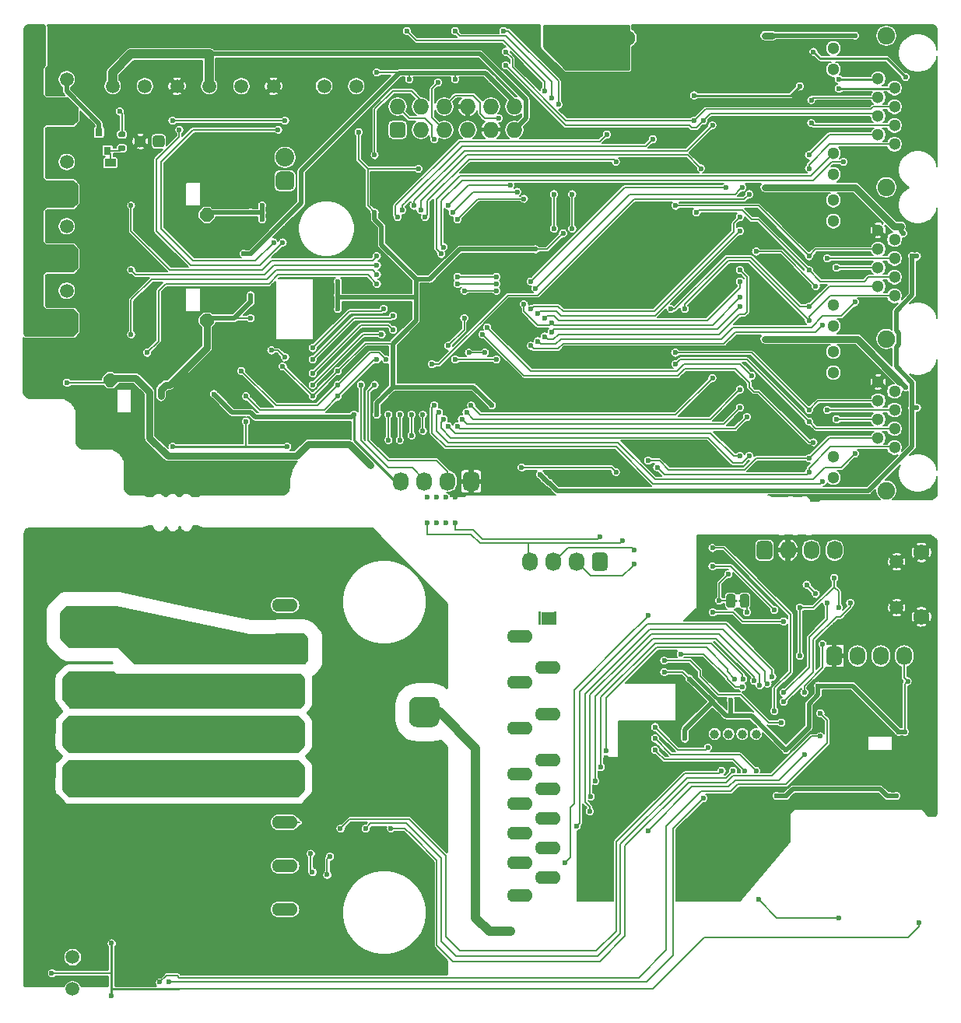
<source format=gbl>
%TF.GenerationSoftware,KiCad,Pcbnew,(5.1.6-rc1-8-gd871a92d1)-1*%
%TF.CreationDate,2020-05-22T14:05:53+02:00*%
%TF.ProjectId,stmbl_4.0,73746d62-6c5f-4342-9e30-2e6b69636164,rev?*%
%TF.SameCoordinates,PXbcd3d80PY2f71ff0*%
%TF.FileFunction,Copper,L2,Bot*%
%TF.FilePolarity,Positive*%
%FSLAX46Y46*%
G04 Gerber Fmt 4.6, Leading zero omitted, Abs format (unit mm)*
G04 Created by KiCad (PCBNEW (5.1.6-rc1-8-gd871a92d1)-1) date 2020-05-22 14:05:53*
%MOMM*%
%LPD*%
G01*
G04 APERTURE LIST*
%TA.AperFunction,EtchedComponent*%
%ADD10C,0.100000*%
%TD*%
%TA.AperFunction,EtchedComponent*%
%ADD11C,0.250000*%
%TD*%
%TA.AperFunction,ComponentPad*%
%ADD12C,2.400000*%
%TD*%
%TA.AperFunction,SMDPad,CuDef*%
%ADD13R,0.800000X0.900000*%
%TD*%
%TA.AperFunction,SMDPad,CuDef*%
%ADD14R,1.200000X0.900000*%
%TD*%
%TA.AperFunction,ComponentPad*%
%ADD15O,2.794000X1.397000*%
%TD*%
%TA.AperFunction,ComponentPad*%
%ADD16R,1.397000X1.397000*%
%TD*%
%TA.AperFunction,ComponentPad*%
%ADD17C,3.300000*%
%TD*%
%TA.AperFunction,ComponentPad*%
%ADD18O,3.500000X2.000000*%
%TD*%
%TA.AperFunction,ComponentPad*%
%ADD19O,1.727200X2.032000*%
%TD*%
%TA.AperFunction,ComponentPad*%
%ADD20C,1.300000*%
%TD*%
%TA.AperFunction,ComponentPad*%
%ADD21C,1.500000*%
%TD*%
%TA.AperFunction,ComponentPad*%
%ADD22C,1.750000*%
%TD*%
%TA.AperFunction,SMDPad,CuDef*%
%ADD23C,1.000000*%
%TD*%
%TA.AperFunction,ComponentPad*%
%ADD24O,2.032000X2.032000*%
%TD*%
%TA.AperFunction,ComponentPad*%
%ADD25C,1.900000*%
%TD*%
%TA.AperFunction,ComponentPad*%
%ADD26O,1.727200X1.727200*%
%TD*%
%TA.AperFunction,ViaPad*%
%ADD27C,0.600000*%
%TD*%
%TA.AperFunction,Conductor*%
%ADD28C,0.200000*%
%TD*%
%TA.AperFunction,Conductor*%
%ADD29C,0.500000*%
%TD*%
%TA.AperFunction,Conductor*%
%ADD30C,0.300000*%
%TD*%
%TA.AperFunction,Conductor*%
%ADD31C,0.750000*%
%TD*%
%TA.AperFunction,Conductor*%
%ADD32C,0.250000*%
%TD*%
%TA.AperFunction,Conductor*%
%ADD33C,1.000000*%
%TD*%
%TA.AperFunction,Conductor*%
%ADD34C,0.150000*%
%TD*%
%TA.AperFunction,Conductor*%
%ADD35C,0.254000*%
%TD*%
G04 APERTURE END LIST*
D10*
G36*
X-41700000Y-64200000D02*
G01*
X-41700000Y-65600000D01*
X-42001500Y-65600000D01*
X-42001500Y-64200000D01*
X-41700000Y-64200000D01*
G37*
G36*
X-43398500Y-64200000D02*
G01*
X-43398500Y-65600000D01*
X-43700000Y-65600000D01*
X-43700000Y-64200000D01*
X-43398500Y-64200000D01*
G37*
D11*
X-21250000Y-63000000D02*
X-21800000Y-63000000D01*
X-22750000Y-63000000D02*
X-22200000Y-63000000D01*
D12*
X-82400000Y-68000000D03*
X-84177978Y-88322372D03*
D13*
X-91500000Y-12000000D03*
X-92450000Y-14000000D03*
X-90550000Y-14000000D03*
%TA.AperFunction,SMDPad,CuDef*%
G36*
G01*
X-89252500Y-13455000D02*
X-88747500Y-13455000D01*
G75*
G02*
X-88600000Y-13602500I0J-147500D01*
G01*
X-88600000Y-13897500D01*
G75*
G02*
X-88747500Y-14045000I-147500J0D01*
G01*
X-89252500Y-14045000D01*
G75*
G02*
X-89400000Y-13897500I0J147500D01*
G01*
X-89400000Y-13602500D01*
G75*
G02*
X-89252500Y-13455000I147500J0D01*
G01*
G37*
%TD.AperFunction*%
%TA.AperFunction,SMDPad,CuDef*%
G36*
G01*
X-89252500Y-11955000D02*
X-88747500Y-11955000D01*
G75*
G02*
X-88600000Y-12102500I0J-147500D01*
G01*
X-88600000Y-12397500D01*
G75*
G02*
X-88747500Y-12545000I-147500J0D01*
G01*
X-89252500Y-12545000D01*
G75*
G02*
X-89400000Y-12397500I0J147500D01*
G01*
X-89400000Y-12102500D01*
G75*
G02*
X-89252500Y-11955000I147500J0D01*
G01*
G37*
%TD.AperFunction*%
D14*
X-90250000Y-18650000D03*
X-90250000Y-15350000D03*
D15*
X-71300000Y-63445000D03*
X-71300000Y-68175000D03*
X-71300000Y-72905000D03*
X-71300000Y-77635000D03*
X-71300000Y-82365000D03*
X-71300000Y-87095000D03*
X-71300000Y-91825000D03*
X-71300000Y-96555000D03*
X-45700000Y-95100000D03*
X-42700000Y-93100000D03*
X-45700000Y-91500000D03*
X-42700000Y-89900000D03*
X-45700000Y-88300000D03*
X-42700000Y-86700000D03*
X-45700000Y-85100000D03*
X-42700000Y-83500000D03*
X-45700000Y-81900000D03*
X-42700000Y-80300000D03*
X-45700000Y-76900000D03*
X-42700000Y-75300000D03*
X-45700000Y-71900000D03*
X-42700000Y-70300000D03*
X-45700000Y-66900000D03*
D16*
X-42700000Y-64900000D03*
%TA.AperFunction,ComponentPad*%
G36*
G01*
X-56925000Y-73450000D02*
X-55275000Y-73450000D01*
G75*
G02*
X-54450000Y-74275000I0J-825000D01*
G01*
X-54450000Y-75925000D01*
G75*
G02*
X-55275000Y-76750000I-825000J0D01*
G01*
X-56925000Y-76750000D01*
G75*
G02*
X-57750000Y-75925000I0J825000D01*
G01*
X-57750000Y-74275000D01*
G75*
G02*
X-56925000Y-73450000I825000J0D01*
G01*
G37*
%TD.AperFunction*%
D17*
X-56100000Y-85100000D03*
D18*
X-93000000Y-65330000D03*
X-93000000Y-60250000D03*
D19*
X-58620000Y-50000000D03*
X-56080000Y-50000000D03*
X-53540000Y-50000000D03*
%TA.AperFunction,ComponentPad*%
G36*
G01*
X-51431800Y-48984000D02*
X-50568200Y-48984000D01*
G75*
G02*
X-50136400Y-49415800I0J-431800D01*
G01*
X-50136400Y-50584200D01*
G75*
G02*
X-50568200Y-51016000I-431800J0D01*
G01*
X-51431800Y-51016000D01*
G75*
G02*
X-51863600Y-50584200I0J431800D01*
G01*
X-51863600Y-49415800D01*
G75*
G02*
X-51431800Y-48984000I431800J0D01*
G01*
G37*
%TD.AperFunction*%
D20*
X-87000000Y-13000000D03*
%TA.AperFunction,ComponentPad*%
G36*
G01*
X-84350000Y-12675000D02*
X-84350000Y-13325000D01*
G75*
G02*
X-84675000Y-13650000I-325000J0D01*
G01*
X-85325000Y-13650000D01*
G75*
G02*
X-85650000Y-13325000I0J325000D01*
G01*
X-85650000Y-12675000D01*
G75*
G02*
X-85325000Y-12350000I325000J0D01*
G01*
X-84675000Y-12350000D01*
G75*
G02*
X-84350000Y-12675000I0J-325000D01*
G01*
G37*
%TD.AperFunction*%
%TA.AperFunction,SMDPad,CuDef*%
G36*
G01*
X-23250000Y-63500000D02*
X-23250000Y-62500000D01*
G75*
G02*
X-23000000Y-62250000I250000J0D01*
G01*
X-22500000Y-62250000D01*
G75*
G02*
X-22250000Y-62500000I0J-250000D01*
G01*
X-22250000Y-63500000D01*
G75*
G02*
X-22500000Y-63750000I-250000J0D01*
G01*
X-23000000Y-63750000D01*
G75*
G02*
X-23250000Y-63500000I0J250000D01*
G01*
G37*
%TD.AperFunction*%
%TA.AperFunction,SMDPad,CuDef*%
G36*
G01*
X-21750000Y-63500000D02*
X-21750000Y-62500000D01*
G75*
G02*
X-21500000Y-62250000I250000J0D01*
G01*
X-21000000Y-62250000D01*
G75*
G02*
X-20750000Y-62500000I0J-250000D01*
G01*
X-20750000Y-63500000D01*
G75*
G02*
X-21000000Y-63750000I-250000J0D01*
G01*
X-21500000Y-63750000D01*
G75*
G02*
X-21750000Y-63500000I0J250000D01*
G01*
G37*
%TD.AperFunction*%
D21*
X-4700000Y-63750000D03*
X-4700000Y-58750000D03*
D22*
X-2000000Y-64750000D03*
X-2000000Y-57750000D03*
D21*
X-35000000Y-4450000D03*
X-40000000Y-4450000D03*
D22*
X-34000000Y-1750000D03*
X-41000000Y-1750000D03*
D23*
X-20000000Y-77500000D03*
X-24500000Y-77500000D03*
X-23000000Y-77500000D03*
X-21500000Y-77500000D03*
D18*
X-92964000Y-82550000D03*
X-92964000Y-77470000D03*
X-92964000Y-72390000D03*
%TA.AperFunction,ComponentPad*%
G36*
G01*
X-72266000Y-17798000D02*
X-72266000Y-16782000D01*
G75*
G02*
X-71758000Y-16274000I508000J0D01*
G01*
X-70742000Y-16274000D01*
G75*
G02*
X-70234000Y-16782000I0J-508000D01*
G01*
X-70234000Y-17798000D01*
G75*
G02*
X-70742000Y-18306000I-508000J0D01*
G01*
X-71758000Y-18306000D01*
G75*
G02*
X-72266000Y-17798000I0J508000D01*
G01*
G37*
%TD.AperFunction*%
D24*
X-71250000Y-14750000D03*
D25*
X-5830000Y-18000000D03*
X-5830000Y-34500000D03*
D20*
X-4940000Y-29820000D03*
X-6720000Y-28800000D03*
X-4940000Y-27780000D03*
X-6720000Y-26760000D03*
X-4940000Y-25740000D03*
X-6720000Y-24720000D03*
X-4940000Y-23700000D03*
X-6720000Y-22680000D03*
X-11580000Y-19390000D03*
X-11580000Y-21680000D03*
X-11580000Y-30820000D03*
X-11580000Y-33110000D03*
D25*
X-5830000Y-1500000D03*
X-5830000Y-18000000D03*
D20*
X-4940000Y-13320000D03*
X-6720000Y-12300000D03*
X-4940000Y-11280000D03*
X-6720000Y-10260000D03*
X-4940000Y-9240000D03*
X-6720000Y-8220000D03*
X-4940000Y-7200000D03*
X-6720000Y-6180000D03*
X-11580000Y-2890000D03*
X-11580000Y-5180000D03*
X-11580000Y-14320000D03*
X-11580000Y-16610000D03*
D25*
X-5830000Y-34500000D03*
X-5830000Y-51000000D03*
D20*
X-4940000Y-46320000D03*
X-6720000Y-45300000D03*
X-4940000Y-44280000D03*
X-6720000Y-43260000D03*
X-4940000Y-42240000D03*
X-6720000Y-41220000D03*
X-4940000Y-40200000D03*
X-6720000Y-39180000D03*
X-11580000Y-35890000D03*
X-11580000Y-38180000D03*
X-11580000Y-47320000D03*
X-11580000Y-49610000D03*
D23*
X-23750000Y-78750000D03*
%TA.AperFunction,ComponentPad*%
G36*
G01*
X-11931800Y-67984000D02*
X-11068200Y-67984000D01*
G75*
G02*
X-10636400Y-68415800I0J-431800D01*
G01*
X-10636400Y-69584200D01*
G75*
G02*
X-11068200Y-70016000I-431800J0D01*
G01*
X-11931800Y-70016000D01*
G75*
G02*
X-12363600Y-69584200I0J431800D01*
G01*
X-12363600Y-68415800D01*
G75*
G02*
X-11931800Y-67984000I431800J0D01*
G01*
G37*
%TD.AperFunction*%
D19*
X-8960000Y-69000000D03*
X-6420000Y-69000000D03*
X-3880000Y-69000000D03*
%TA.AperFunction,ComponentPad*%
G36*
G01*
X-59863600Y-12181800D02*
X-59863600Y-11318200D01*
G75*
G02*
X-59431800Y-10886400I431800J0D01*
G01*
X-58568200Y-10886400D01*
G75*
G02*
X-58136400Y-11318200I0J-431800D01*
G01*
X-58136400Y-12181800D01*
G75*
G02*
X-58568200Y-12613600I-431800J0D01*
G01*
X-59431800Y-12613600D01*
G75*
G02*
X-59863600Y-12181800I0J431800D01*
G01*
G37*
%TD.AperFunction*%
D26*
X-59000000Y-9210000D03*
X-56460000Y-11750000D03*
X-56460000Y-9210000D03*
X-53920000Y-11750000D03*
X-53920000Y-9210000D03*
X-51380000Y-11750000D03*
X-51380000Y-9210000D03*
X-48840000Y-11750000D03*
X-48840000Y-9210000D03*
X-46300000Y-11750000D03*
X-46300000Y-9210000D03*
%TA.AperFunction,ComponentPad*%
G36*
G01*
X-19511800Y-56484000D02*
X-18648200Y-56484000D01*
G75*
G02*
X-18216400Y-56915800I0J-431800D01*
G01*
X-18216400Y-58084200D01*
G75*
G02*
X-18648200Y-58516000I-431800J0D01*
G01*
X-19511800Y-58516000D01*
G75*
G02*
X-19943600Y-58084200I0J431800D01*
G01*
X-19943600Y-56915800D01*
G75*
G02*
X-19511800Y-56484000I431800J0D01*
G01*
G37*
%TD.AperFunction*%
D19*
X-16540000Y-57500000D03*
X-14000000Y-57500000D03*
X-11460000Y-57500000D03*
%TA.AperFunction,ComponentPad*%
G36*
G01*
X-36136400Y-58165800D02*
X-36136400Y-59334200D01*
G75*
G02*
X-36568200Y-59766000I-431800J0D01*
G01*
X-37431800Y-59766000D01*
G75*
G02*
X-37863600Y-59334200I0J431800D01*
G01*
X-37863600Y-58165800D01*
G75*
G02*
X-37431800Y-57734000I431800J0D01*
G01*
X-36568200Y-57734000D01*
G75*
G02*
X-36136400Y-58165800I0J-431800D01*
G01*
G37*
%TD.AperFunction*%
X-39540000Y-58750000D03*
X-42080000Y-58750000D03*
X-44620000Y-58750000D03*
D21*
X-94400000Y-105250000D03*
X-94400000Y-101750000D03*
X-95000000Y-6250000D03*
X-95000000Y-9750000D03*
X-95000000Y-15250000D03*
X-95000000Y-18750000D03*
X-95000000Y-22250000D03*
X-95000000Y-25750000D03*
X-95000000Y-29250000D03*
X-95000000Y-32750000D03*
X-90000000Y-7000000D03*
X-86500000Y-7000000D03*
X-83000000Y-7000000D03*
X-79500000Y-7000000D03*
X-76000000Y-7000000D03*
X-72500000Y-7000000D03*
X-63500000Y-7000000D03*
X-67000000Y-7000000D03*
D27*
X-43000000Y-22000000D03*
X-41000000Y-21500000D03*
X-51000000Y-37500000D03*
X-27000000Y-31750000D03*
X-25500000Y-30000000D03*
X-24750000Y-30000000D03*
X-24750000Y-29250000D03*
X-20750000Y-34750000D03*
X-21500000Y-34750000D03*
X-25750000Y-38750000D03*
X-27750000Y-40000000D03*
X-29250000Y-40000000D03*
X-23000000Y-45500000D03*
X-11500000Y-750000D03*
X-10750000Y-750000D03*
X-8500000Y-2500000D03*
X-5250000Y-5500000D03*
X-11250000Y-10699990D03*
X-12250000Y-10699990D03*
X-10750000Y-22750000D03*
X-10000000Y-23500000D03*
X-10000000Y-22750000D03*
X-8500000Y-22750000D03*
X-8500000Y-23500000D03*
X-3750000Y-28250000D03*
X-2250000Y-28250000D03*
X-8500000Y-40000000D03*
X-1500000Y-46250000D03*
X-3750000Y-44750000D03*
X-2250000Y-44750000D03*
X-6750000Y-47250000D03*
X-6750000Y-48750000D03*
X-7750000Y-48750000D03*
X-5000000Y-49500000D03*
X-4250000Y-51500000D03*
X-12250000Y-43250000D03*
X-14000000Y-40500000D03*
X-14500000Y-40000000D03*
X-12750000Y-37000000D03*
X-10500000Y-37000000D03*
X-10000000Y-40000000D03*
X-10000000Y-39250000D03*
X-8500000Y-39250000D03*
X-10000000Y-27500000D03*
X-8500000Y-27500000D03*
X-15250000Y-29000000D03*
X-14250000Y-23500000D03*
X-12250000Y-26750000D03*
X-17500000Y-12500000D03*
X-16750000Y-7000000D03*
X-17500000Y-7000000D03*
X-14250000Y-7000000D03*
X-13500000Y-4500000D03*
X-13000000Y-5000000D03*
X-12750000Y-3250000D03*
X-24750000Y-4000000D03*
X-26500000Y-5000000D03*
X-27750000Y-8000000D03*
X-24750000Y-7250000D03*
X-25750000Y-7250000D03*
X-25750000Y-8750000D03*
X-76250000Y-22000000D03*
X-75000000Y-23500000D03*
X-76250000Y-23500000D03*
X-77250000Y-9250000D03*
X-78000000Y-9250000D03*
X-78750000Y-9250000D03*
X-35000000Y-25500000D03*
X-35750000Y-24750000D03*
X-36500000Y-24750000D03*
X-35750000Y-41250000D03*
X-36500000Y-41250000D03*
X-35000000Y-42000000D03*
X-24750000Y-40250000D03*
X-26250000Y-47750000D03*
X-25500000Y-47000000D03*
X-24750000Y-47000000D03*
X-25500000Y-47750000D03*
X-24750000Y-47750000D03*
X-31500000Y-47000000D03*
X-28500000Y-47000000D03*
X-55500000Y-41000000D03*
X-50000000Y-41750000D03*
X-65500000Y-42000000D03*
X-64750000Y-42000000D03*
X-63750000Y-40250000D03*
X-60750000Y-37500000D03*
X-58250000Y-37250000D03*
X-57500000Y-37250000D03*
X-56750000Y-37250000D03*
X-67500000Y-33250000D03*
X-67500000Y-32500000D03*
X-66750000Y-29000000D03*
X-67500000Y-29000000D03*
X-69750000Y-24750000D03*
X-70500000Y-24750000D03*
X-64000000Y-19750000D03*
X-64000000Y-19000000D03*
X-64750000Y-19000000D03*
X-64750000Y-17000000D03*
X-65750000Y-16000000D03*
X-65250000Y-13750000D03*
X-65250000Y-14500000D03*
X-61750000Y-22750000D03*
X-61500000Y-18500000D03*
X-61500000Y-19250000D03*
X-59000000Y-18500000D03*
X-59000000Y-17750000D03*
X-58250000Y-13500000D03*
X-60750000Y-11000000D03*
X-62250000Y-10250000D03*
X-62250000Y-13750000D03*
X-57750000Y-8500000D03*
X-49750000Y-7250000D03*
X-50500000Y-7250000D03*
X-47000000Y-10500000D03*
X-44750000Y-750000D03*
X-44750000Y-1500000D03*
X-44750000Y-2250000D03*
X-45500000Y-5000000D03*
X-44500000Y-6000000D03*
X-45000000Y-5500000D03*
X-81250000Y-35500000D03*
X-81250000Y-34000000D03*
X-81250000Y-34750000D03*
X-81250000Y-24000000D03*
X-81250000Y-22500000D03*
X-81250000Y-23250000D03*
X-77000000Y-25250000D03*
X-77750000Y-25250000D03*
X-78500000Y-25250000D03*
X-80500000Y-25250000D03*
X-79500000Y-25250000D03*
X-83750000Y-25250000D03*
X-72250000Y-19000000D03*
X-73000000Y-18250000D03*
X-73000000Y-19000000D03*
X-74500000Y-18250000D03*
X-74500000Y-19000000D03*
X-75250000Y-19000000D03*
X-75250000Y-18250000D03*
X-75250000Y-17500000D03*
X-70250000Y-19250000D03*
X-70750000Y-19750000D03*
X-71250000Y-20250000D03*
X-70500000Y-24000000D03*
X-70500000Y-22000000D03*
X-70000000Y-21500000D03*
X-72750000Y-21750000D03*
X-72250000Y-21250000D03*
X-71750000Y-20750000D03*
X-83750000Y-15500000D03*
X-83750000Y-16250000D03*
X-83750000Y-17000000D03*
X-83750000Y-17750000D03*
X-83750000Y-18500000D03*
X-83750000Y-19250000D03*
X-83750000Y-20750000D03*
X-68500000Y-11000000D03*
X-69000000Y-10500000D03*
X-69500000Y-10000000D03*
X-70250000Y-11750000D03*
X-69500000Y-12500000D03*
X-70250000Y-12500000D03*
X-72500000Y-12500000D03*
X-73250000Y-12500000D03*
X-74000000Y-12500000D03*
X-64500000Y-9500000D03*
X-65250000Y-9500000D03*
X-66000000Y-9500000D03*
X-69000000Y-4750000D03*
X-65000000Y-4750000D03*
X-61750000Y-4750000D03*
X-54500000Y-4750000D03*
X-55250000Y-4750000D03*
X-56000000Y-4750000D03*
X-58000000Y-2250000D03*
X-58750000Y-2250000D03*
X-59500000Y-2250000D03*
X-62000000Y-1250000D03*
X-62750000Y-1250000D03*
X-63500000Y-1250000D03*
X-64250000Y-1250000D03*
X-65000000Y-1250000D03*
X-65750000Y-1250000D03*
X-66500000Y-1250000D03*
X-67250000Y-1250000D03*
X-68000000Y-1250000D03*
X-68750000Y-1250000D03*
X-69500000Y-1250000D03*
X-70250000Y-1250000D03*
X-71000000Y-1250000D03*
X-71750000Y-1250000D03*
X-72500000Y-1250000D03*
X-73500000Y-2500000D03*
X-74250000Y-2500000D03*
X-79000000Y-1250000D03*
X-79750000Y-1250000D03*
X-80500000Y-1250000D03*
X-81250000Y-1250000D03*
X-82000000Y-1250000D03*
X-82750000Y-1250000D03*
X-83500000Y-1250000D03*
X-84500000Y-2000000D03*
X-89000000Y-2000000D03*
X-89750000Y-2000000D03*
X-90500000Y-2000000D03*
X-91250000Y-2000000D03*
X-92000000Y-2000000D03*
X-92000000Y-1250000D03*
X-91250000Y-1250000D03*
X-90500000Y-1250000D03*
X-89750000Y-1250000D03*
X-89000000Y-1250000D03*
X-86500000Y-29750000D03*
X-89750000Y-31000000D03*
X-89500000Y-32500000D03*
X-89500000Y-34000000D03*
X-86500000Y-15750000D03*
X-89750000Y-17000000D03*
X-89500000Y-20000000D03*
X-86500000Y-18500000D03*
X-86500000Y-22750000D03*
X-87750000Y-24000000D03*
X-89500000Y-27000000D03*
X-89750000Y-24000000D03*
X-89500000Y-25500000D03*
X-86500000Y-25500000D03*
X-86000000Y-46750000D03*
X-88750000Y-37500000D03*
X-88750000Y-36000000D03*
X-88750000Y-36750000D03*
X-96000000Y-40250000D03*
X-96000000Y-39500000D03*
X-96000000Y-38750000D03*
X-96000000Y-38000000D03*
X-96000000Y-37250000D03*
X-96000000Y-36500000D03*
X-95000000Y-36500000D03*
X-93750000Y-36500000D03*
X-93750000Y-38250000D03*
X-83000000Y-40750000D03*
X-81750000Y-40750000D03*
X-85250000Y-39250000D03*
X-84750000Y-38750000D03*
X-86250000Y-32250000D03*
X-86250000Y-33000000D03*
X-86250000Y-33750000D03*
X-86250000Y-34500000D03*
X-83750000Y-30000000D03*
X-83750000Y-30750000D03*
X-83750000Y-32250000D03*
X-76250000Y-33500000D03*
X-76250000Y-35000000D03*
X-75000000Y-35000000D03*
X-76000000Y-37000000D03*
X-76750000Y-37000000D03*
X-77500000Y-37000000D03*
X-78250000Y-37000000D03*
X-79000000Y-37000000D03*
X-79750000Y-37000000D03*
X-76000000Y-39000000D03*
X-76750000Y-39000000D03*
X-77500000Y-39000000D03*
X-72250000Y-40250000D03*
X-71500000Y-41000000D03*
X-70750000Y-41000000D03*
X-70000000Y-41000000D03*
X-71500000Y-38500000D03*
X-76750000Y-43750000D03*
X-76750000Y-44500000D03*
X-73500000Y-44750000D03*
X-71000000Y-44750000D03*
X-68750000Y-44750000D03*
X-66250000Y-44750000D03*
X-60750000Y-45250000D03*
X-46500000Y-23500000D03*
X-46500000Y-22750000D03*
X-47250000Y-22750000D03*
X-47250000Y-23500000D03*
X-47000000Y-21750000D03*
X-50000000Y-21750000D03*
X-50000000Y-20500000D03*
X-47000000Y-20500000D03*
X-48500000Y-20500000D03*
X-37500000Y-18000000D03*
X-43000000Y-18000000D03*
X-42250000Y-16000000D03*
X-43000000Y-16000000D03*
X-44000000Y-18000000D03*
X-44000000Y-9000000D03*
X-44000000Y-9750000D03*
X-44000000Y-10500000D03*
X-44000000Y-11250000D03*
X-41250000Y-12250000D03*
X-38250000Y-12250000D03*
X-37500000Y-12250000D03*
X-38500000Y-18000000D03*
X-38500000Y-15750000D03*
X-33750000Y-15750000D03*
X-27250000Y-15750000D03*
X-26250000Y-14750000D03*
X-24750000Y-13500000D03*
X-24750000Y-12750000D03*
X-32250000Y-12000000D03*
X-32250000Y-10000000D03*
X-30250000Y-10000000D03*
X-30250000Y-12000000D03*
X-33000000Y-3000000D03*
X-33000000Y-3750000D03*
X-28000000Y-3000000D03*
X-28000000Y-3750000D03*
X-28000000Y-4500000D03*
X-28500000Y-5000000D03*
X-32500000Y-5000000D03*
X-33000000Y-4500000D03*
X-32000000Y-5500000D03*
X-31250000Y-5500000D03*
X-29000000Y-5500000D03*
X-29750000Y-5500000D03*
X-30500000Y-5500000D03*
X-29000000Y-750000D03*
X-29750000Y-750000D03*
X-30500000Y-750000D03*
X-31250000Y-750000D03*
X-32000000Y-750000D03*
X-32000000Y-1500000D03*
X-31250000Y-1500000D03*
X-30500000Y-1500000D03*
X-29750000Y-1500000D03*
X-29000000Y-1500000D03*
X-29000000Y-2250000D03*
X-29750000Y-2250000D03*
X-30500000Y-2250000D03*
X-31250000Y-2250000D03*
X-32000000Y-2250000D03*
X-32000000Y-3000000D03*
X-31250000Y-3000000D03*
X-30500000Y-3000000D03*
X-29750000Y-3000000D03*
X-29000000Y-3000000D03*
X-29000000Y-3750000D03*
X-29750000Y-3750000D03*
X-30500000Y-3750000D03*
X-31250000Y-3750000D03*
X-32000000Y-3750000D03*
X-32000000Y-4500000D03*
X-31250000Y-4500000D03*
X-29000000Y-4500000D03*
X-29750000Y-4500000D03*
X-30500000Y-4500000D03*
X-58500000Y-27750000D03*
X-58500000Y-28500000D03*
X-60500000Y-26000000D03*
X-60500000Y-28000000D03*
X-60500000Y-27000000D03*
X-57750000Y-28500000D03*
X-61250000Y-29250000D03*
X-20000002Y-19250000D03*
X-38750000Y-19250000D03*
X-38000000Y-19250000D03*
X-37250000Y-19250000D03*
X-38750000Y-35750000D03*
X-38000000Y-35750000D03*
X-37250000Y-35750000D03*
X-33500000Y-24000000D03*
X-33000000Y-24500000D03*
X-32500000Y-25000000D03*
X-32000000Y-25500000D03*
X-35750000Y-25500000D03*
X-36500000Y-25500000D03*
X-64000000Y-28250000D03*
X-64000000Y-29000000D03*
X-7750000Y-47250000D03*
X-7750000Y-49750000D03*
X-16000000Y-48250000D03*
X-27500000Y-12750000D03*
X-16000000Y-12500000D03*
X-16750000Y-12500000D03*
X-16000000Y-15250000D03*
X-14250000Y-22750000D03*
X-16000000Y-22750000D03*
X-16000000Y-29000000D03*
X-12750000Y-36250000D03*
X-12750000Y-35500000D03*
X-16250000Y-31750000D03*
X-14250000Y-29000000D03*
X-14250000Y-29750000D03*
X-15250000Y-40000000D03*
X-7750000Y-18000000D03*
X-7750000Y-17250000D03*
X-7750000Y-15750000D03*
X-7000000Y-15750000D03*
X-7000000Y-16500000D03*
X-7750000Y-16500000D03*
X-9250000Y-16500000D03*
X-10250000Y-14000000D03*
X-7250000Y-21500000D03*
X-7750000Y-21000000D03*
X-8250000Y-20500000D03*
X-8750000Y-20000000D03*
X-9250000Y-19500000D03*
X-7750000Y-37000000D03*
X-8250000Y-36500000D03*
X-8750000Y-36000000D03*
X-9250000Y-35500000D03*
X-6250000Y-33000000D03*
X-6250000Y-32250000D03*
X-7750000Y-33750000D03*
X-7750000Y-32250000D03*
X-7000000Y-32250000D03*
X-7000000Y-33000000D03*
X-7750000Y-33000000D03*
X-9250000Y-33000000D03*
X-6250000Y-30500000D03*
X-7000000Y-30500000D03*
X-7750000Y-30500000D03*
X-8500000Y-30500000D03*
X-39750000Y-9000000D03*
X-39750000Y-8250000D03*
X-39750000Y-7500000D03*
X-39750000Y-6750000D03*
X-39750000Y-6000000D03*
X-39000000Y-9000000D03*
X-39000000Y-8250000D03*
X-39000000Y-7500000D03*
X-39000000Y-6750000D03*
X-39000000Y-6000000D03*
X-38250000Y-9000000D03*
X-38250000Y-8250000D03*
X-38250000Y-7500000D03*
X-38250000Y-6750000D03*
X-38250000Y-6000000D03*
X-35500000Y-9750000D03*
X-35500000Y-9000000D03*
X-35500000Y-8250000D03*
X-35500000Y-7500000D03*
X-35500000Y-6750000D03*
X-35500000Y-6000000D03*
X-36250000Y-9750000D03*
X-36250000Y-9000000D03*
X-36250000Y-8250000D03*
X-36250000Y-7500000D03*
X-36250000Y-6750000D03*
X-36250000Y-6000000D03*
X-51250000Y-35000000D03*
X-57750000Y-35000000D03*
X-57000000Y-35000000D03*
X-54750000Y-35000000D03*
X-55500000Y-35000000D03*
X-56250000Y-35000000D03*
X-54750000Y-31000000D03*
X-56250000Y-32750000D03*
X-56250000Y-32000000D03*
X-56250000Y-31250000D03*
X-56250000Y-30500000D03*
X-56250000Y-29750000D03*
X-48500000Y-27000000D03*
X-51750000Y-25500000D03*
X-51750000Y-26250000D03*
X-52500000Y-26250000D03*
X-48250000Y-33250000D03*
X-48750000Y-32500000D03*
X-58500000Y-29250000D03*
X-57750000Y-29250000D03*
X-59250000Y-30750000D03*
X-58500000Y-30750000D03*
X-57750000Y-31500000D03*
X-57750000Y-30750000D03*
X-57500000Y-26250000D03*
X-57000000Y-26750000D03*
X-56500000Y-27250000D03*
X-55750000Y-27250000D03*
X-52500000Y-29750000D03*
X-52500000Y-30500000D03*
X-52500000Y-31250000D03*
X-52500000Y-32000000D03*
X-52500000Y-32750000D03*
X-50250000Y-30750000D03*
X-50250000Y-31500000D03*
X-51000000Y-31500000D03*
X-51000000Y-30750000D03*
X-51000000Y-30000000D03*
X-53250000Y-24500000D03*
X-20000000Y-8699990D03*
X-16500000Y-45500000D03*
X-17250000Y-45500000D03*
X-14250000Y-44750000D03*
X-20000000Y-39500000D03*
X-46500000Y-39250000D03*
X-46500000Y-38500000D03*
X-47250000Y-39250000D03*
X-47250000Y-38500000D03*
X-45500000Y-42000000D03*
X-45000000Y-41500000D03*
X-44500000Y-41000000D03*
X-44000000Y-40500000D03*
X-43500000Y-40000000D03*
X-43000000Y-39500000D03*
X-44250000Y-36500000D03*
X-43500000Y-36500000D03*
X-42750000Y-36500000D03*
X-42000000Y-36500000D03*
X-41250000Y-36500000D03*
X-41250000Y-29750000D03*
X-40750000Y-29250000D03*
X-40250000Y-28750000D03*
X-39750000Y-28250000D03*
X-38750000Y-30750000D03*
X-33500000Y-40500000D03*
X-33000000Y-41000000D03*
X-32500000Y-41500000D03*
X-32000000Y-42000000D03*
X-35750000Y-42000000D03*
X-36500000Y-42000000D03*
X-39500000Y-39500000D03*
X-40000000Y-40000000D03*
X-40500000Y-40500000D03*
X-41000000Y-41000000D03*
X-41500000Y-41500000D03*
X-42000000Y-42000000D03*
X-39000000Y-42000000D03*
X-40000000Y-42000000D03*
X-39500000Y-41500000D03*
X-39000000Y-41000000D03*
X-36500000Y-49250000D03*
X-37250000Y-49250000D03*
X-38000000Y-49250000D03*
X-38750000Y-49250000D03*
X-39500000Y-49250000D03*
X-40250000Y-49250000D03*
X-41000000Y-49250000D03*
X-41750000Y-49250000D03*
X-43250000Y-47750000D03*
X-42500000Y-47750000D03*
X-41750000Y-47750000D03*
X-41000000Y-47750000D03*
X-40250000Y-47750000D03*
X-39500000Y-47750000D03*
X-38750000Y-47750000D03*
X-38000000Y-47750000D03*
X-36250000Y-47000000D03*
X-20250000Y-20699990D03*
X-20000000Y-48500000D03*
X-20000000Y-46250000D03*
X-20000000Y-45500000D03*
X-20000000Y-44750000D03*
X-20000000Y-44000000D03*
X-20000000Y-43250000D03*
X-20000000Y-42500000D03*
X-20000000Y-41750000D03*
X-20000000Y-41000000D03*
X-13750000Y-51750000D03*
X-20000000Y-24250000D03*
X-20000000Y-23500000D03*
X-20000000Y-22750000D03*
X-20000000Y-18500000D03*
X-20000000Y-15500000D03*
X-20000000Y-14750000D03*
X-20000000Y-14000000D03*
X-20000000Y-13250000D03*
X-20000000Y-12500000D03*
X-20000000Y-11750000D03*
X-20000000Y-11000000D03*
X-20000000Y-6750000D03*
X-20000000Y-6000000D03*
X-20000000Y-5250000D03*
X-20000000Y-4500000D03*
X-20000000Y-3750000D03*
X-20000000Y-3000000D03*
X-20000000Y-2250000D03*
X-20000000Y-1500000D03*
X-20000000Y-750000D03*
X-17750000Y-750000D03*
X-17000000Y-750000D03*
X-16250000Y-750000D03*
X-15250000Y-12500000D03*
X-52750000Y-54499994D03*
X-52750000Y-51749998D03*
X-37000000Y-56000000D03*
X-62500000Y-24250000D03*
X-24750000Y-22250000D03*
X-27750000Y-26250000D03*
X-29250000Y-23500000D03*
X-41000000Y-18750000D03*
X-69000000Y-6250000D03*
X-69000000Y-7000000D03*
X-69000000Y-5500000D03*
X-91600000Y-8700000D03*
X-91900000Y-8000000D03*
X-91900000Y-7300000D03*
X-92600000Y-7300000D03*
X-89100000Y-8800000D03*
X-88400000Y-8800000D03*
X-87700000Y-8800000D03*
X-93500000Y-11750000D03*
X-94250000Y-11750000D03*
X-94250000Y-12500000D03*
X-92500000Y-13250000D03*
X-91750000Y-13250000D03*
X-93250000Y-13250000D03*
X-22750014Y-73800000D03*
X-16750000Y-79249988D03*
X-3800000Y-77250000D03*
X-4500000Y-77250000D03*
X-3500000Y-71750000D03*
X-27750000Y-78000000D03*
X-11000000Y-63750000D03*
X-24000000Y-63000002D03*
X-15250000Y-68999990D03*
X-13250000Y-72250000D03*
X-11500000Y-60500000D03*
X-15250000Y-63750000D03*
X-30000000Y-70750000D03*
X-27250000Y-71500000D03*
X-23000000Y-60100000D03*
X-28986084Y-77986084D03*
X-20500000Y-76500000D03*
X-22250000Y-76500000D03*
X-20500000Y-73250000D03*
X-29000000Y-76500000D03*
X-27250000Y-75250000D03*
X-27250000Y-73750000D03*
X-18500000Y-81000000D03*
X-18500000Y-80250000D03*
X-17750000Y-77000000D03*
X-17250000Y-77500000D03*
X-16750000Y-78000000D03*
X-6500000Y-66000000D03*
X-7000000Y-65500000D03*
X-7500000Y-65000000D03*
X-8000000Y-67500000D03*
X-8500000Y-67000000D03*
X-9000000Y-66500000D03*
X-22000000Y-56750000D03*
X-20250000Y-59500000D03*
X-21250000Y-58250000D03*
X-21250000Y-57500000D03*
X-21250000Y-56750000D03*
X-24750000Y-58250000D03*
X-25250000Y-60250000D03*
X-25250000Y-61000000D03*
X-25250000Y-61750000D03*
X-26000000Y-62500000D03*
X-26000000Y-61750000D03*
X-26000000Y-61000000D03*
X-26250000Y-64750000D03*
X-19250000Y-66500000D03*
X-19750000Y-66000000D03*
X-19750000Y-63750000D03*
X-19750000Y-64500000D03*
X-22500000Y-65250000D03*
X-22000000Y-65750000D03*
X-17000000Y-62500000D03*
X-15250000Y-61250000D03*
X-12750000Y-61500000D03*
X-14500000Y-66000000D03*
X-17000000Y-66000000D03*
X-15500000Y-70250000D03*
X-500000Y-86000000D03*
X-2000000Y-85250000D03*
X-2000000Y-84500000D03*
X-2000000Y-83750000D03*
X-2000000Y-83000000D03*
X-2000000Y-82250000D03*
X-2000000Y-81500000D03*
X-500000Y-78750000D03*
X-1250000Y-78750000D03*
X-2000000Y-78750000D03*
X-1000000Y-70250000D03*
X-1500000Y-70750000D03*
X-2000000Y-74250000D03*
X-7000000Y-72750000D03*
X-7750000Y-72750000D03*
X-8500000Y-72000000D03*
X-7750000Y-72000000D03*
X-7000000Y-72000000D03*
X-5500000Y-72250000D03*
X-11500000Y-79750000D03*
X-11500000Y-79000000D03*
X-11500000Y-78250000D03*
X-11500000Y-77500000D03*
X-11500000Y-76750000D03*
X-11500000Y-76000000D03*
X-11500000Y-75250000D03*
X-29750000Y-81000000D03*
X-29000000Y-81000000D03*
X-28250000Y-81000000D03*
X-27500000Y-81000000D03*
X-26750000Y-81000000D03*
X-26000000Y-81000000D03*
X-25250000Y-81000000D03*
X-24000000Y-89000000D03*
X-24750000Y-89750000D03*
X-24000000Y-89750000D03*
X-23250000Y-89750000D03*
X-22500000Y-90500000D03*
X-23250000Y-90500000D03*
X-24000000Y-90500000D03*
X-24750000Y-90500000D03*
X-25500000Y-90500000D03*
X-26250000Y-91250000D03*
X-25500000Y-91250000D03*
X-24750000Y-91250000D03*
X-22500000Y-91250000D03*
X-23250000Y-91250000D03*
X-24000000Y-91250000D03*
X-24000000Y-92750000D03*
X-23250000Y-92000000D03*
X-24000000Y-92000000D03*
X-24750000Y-92000000D03*
X-25500000Y-92000000D03*
X-26250000Y-92000000D03*
X-19750000Y-74000000D03*
X-17250000Y-75250000D03*
X-9750000Y-84500000D03*
X-9000000Y-84500000D03*
X-8250000Y-84500000D03*
X-11250000Y-84500000D03*
X-10500000Y-84500000D03*
X-7500000Y-84500000D03*
X-25500000Y-71000000D03*
X-27250000Y-70250000D03*
X-19500000Y-73200000D03*
X-22000000Y-74700000D03*
X-21100000Y-74700000D03*
X-23750000Y-78750000D03*
X-11250000Y-80750000D03*
X-9750000Y-80750000D03*
X-10500000Y-80750000D03*
X-10500000Y-81500000D03*
X-9750000Y-81500000D03*
X-20250000Y-85750000D03*
X-19250000Y-85750000D03*
X-18250000Y-85750000D03*
X-23250000Y-76500000D03*
X-3750000Y-81750000D03*
X-3750000Y-81000000D03*
X-17250000Y-64500000D03*
X-19500000Y-60250000D03*
X-84400000Y-102750000D03*
X-89150000Y-102500000D03*
X-98200000Y-90650000D03*
X-37846000Y-93218000D03*
X-37846000Y-92456000D03*
X-37846000Y-93980000D03*
X-37846000Y-94742000D03*
X-37084000Y-94742000D03*
X-37084000Y-93980000D03*
X-37084000Y-93218000D03*
X-37084000Y-92456000D03*
X-38100000Y-87300000D03*
X-37700000Y-85000000D03*
X-37500000Y-83400000D03*
X-36900000Y-81900000D03*
X-36300000Y-80100000D03*
X-25661909Y-69603909D03*
X-38600000Y-94000000D03*
X-38600000Y-94800000D03*
X-83500000Y-86000000D03*
X-84500000Y-86000000D03*
X-85500000Y-86000000D03*
X-86500000Y-86000000D03*
X-86500000Y-87000000D03*
X-87500000Y-86000000D03*
X-87500000Y-87000000D03*
X-86500000Y-88000000D03*
X-87500000Y-88000000D03*
X-86500000Y-89000000D03*
X-87500000Y-89000000D03*
X-87500000Y-90000000D03*
X-86500000Y-90000000D03*
X-87500000Y-91000000D03*
X-86500000Y-91000000D03*
X-85500000Y-91000000D03*
X-84500000Y-91000000D03*
X-83500000Y-91000000D03*
X-83500000Y-92000000D03*
X-84500000Y-92000000D03*
X-85500000Y-92000000D03*
X-86500000Y-92000000D03*
X-87500000Y-92000000D03*
X-87500000Y-93000000D03*
X-86500000Y-93000000D03*
X-85500000Y-93000000D03*
X-84500000Y-93000000D03*
X-83500000Y-93000000D03*
X-83500000Y-94000000D03*
X-84500000Y-94000000D03*
X-85500000Y-94000000D03*
X-86500000Y-94000000D03*
X-87500000Y-94000000D03*
X-87500000Y-95000000D03*
X-86500000Y-95000000D03*
X-85500000Y-95000000D03*
X-84500000Y-95000000D03*
X-83500000Y-95000000D03*
X-83500000Y-96000000D03*
X-84500000Y-96000000D03*
X-85500000Y-96000000D03*
X-86500000Y-96000000D03*
X-87500000Y-96000000D03*
X-87500000Y-97000000D03*
X-86500000Y-97000000D03*
X-85500000Y-97000000D03*
X-84500000Y-97000000D03*
X-83500000Y-97000000D03*
X-83500000Y-98000000D03*
X-84500000Y-98000000D03*
X-85500000Y-98000000D03*
X-86500000Y-98000000D03*
X-87500000Y-98000000D03*
X-87500000Y-99000000D03*
X-86500000Y-99000000D03*
X-85500000Y-99000000D03*
X-84500000Y-99000000D03*
X-83500000Y-99000000D03*
X-83500000Y-100000000D03*
X-84500000Y-100000000D03*
X-85500000Y-100000000D03*
X-86500000Y-100000000D03*
X-87500000Y-100000000D03*
X-83500000Y-101000000D03*
X-84500000Y-101000000D03*
X-85500000Y-101000000D03*
X-91250000Y-58500000D03*
X-92000000Y-58500000D03*
X-92750000Y-58500000D03*
X-93500000Y-58500000D03*
X-94250000Y-58500000D03*
X-95000000Y-58500000D03*
X-95000000Y-57750000D03*
X-94250000Y-57750000D03*
X-93500000Y-57750000D03*
X-92750000Y-57750000D03*
X-92000000Y-57750000D03*
X-91250000Y-57750000D03*
X-95750000Y-57750000D03*
X-95750000Y-58500000D03*
X-95750000Y-59250000D03*
X-95750000Y-60000000D03*
X-95750000Y-60750000D03*
X-95750000Y-61500000D03*
X-95000000Y-61500000D03*
X-95000000Y-59250000D03*
X-90500000Y-58500000D03*
X-90500000Y-57750000D03*
X-90500000Y-59250000D03*
X-90500000Y-60000000D03*
X-90500000Y-60750000D03*
X-90500000Y-61500000D03*
X-89750000Y-61500000D03*
X-89750000Y-60750000D03*
X-89750000Y-60000000D03*
X-89750000Y-59250000D03*
X-89750000Y-58500000D03*
X-89750000Y-57750000D03*
X-96500000Y-61500000D03*
X-96500000Y-60750000D03*
X-96500000Y-60000000D03*
X-96500000Y-59250000D03*
X-96500000Y-58500000D03*
X-96500000Y-57750000D03*
X-85500000Y-87000000D03*
X-85500000Y-90000000D03*
X-84500000Y-90000000D03*
X-83500000Y-90000000D03*
X-39000000Y-89500000D03*
X-38250000Y-89500000D03*
X-37500000Y-89500000D03*
X-36750000Y-89500000D03*
X-36000000Y-89500000D03*
X-36000000Y-88750000D03*
X-36750000Y-88750000D03*
X-37500000Y-88750000D03*
X-84750000Y-40750000D03*
X-84250000Y-39500000D03*
X-48750000Y-6250000D03*
X-61250000Y-5500000D03*
X-57750000Y-6250000D03*
X-52750000Y-6250000D03*
X-75750000Y-25250000D03*
X-75000000Y-29750000D03*
X-75000000Y-25250000D03*
X-75000000Y-30500000D03*
X-84750000Y-40000000D03*
X-79750000Y-32750000D03*
X-80000000Y-32250000D03*
X-79500000Y-32250000D03*
X-75000000Y-32250000D03*
X-13000000Y-77750000D03*
X-59750000Y-87750000D03*
X-65500000Y-31250000D03*
X-71250000Y-10750000D03*
X-83500000Y-10750000D03*
X-55750000Y-51750000D03*
X-55750000Y-54500000D03*
X-34500000Y-56500000D03*
X-65500000Y-28250000D03*
X-48750000Y-41750000D03*
X-41000000Y-23000000D03*
X-56750000Y-16000000D03*
X-63250000Y-12000000D03*
X-44000000Y-24750000D03*
X-61500000Y-20750000D03*
X-65500000Y-29750000D03*
X-61250000Y-42750000D03*
X-63750000Y-42750000D03*
X-79000000Y-40500000D03*
X-65500000Y-38000000D03*
X-68250000Y-40750000D03*
X-71500000Y-37500000D03*
X-22500000Y-81500000D03*
X-62500000Y-87750000D03*
X-49000000Y-99000000D03*
X-48250000Y-99000000D03*
X-47500000Y-99000000D03*
X-46750000Y-99000000D03*
X-23750000Y-81500000D03*
X-65250000Y-87750000D03*
X-31000000Y-79250000D03*
X-21250000Y-81500000D03*
X-14750010Y-79750000D03*
X-31750000Y-88000000D03*
X-20000000Y-81500000D03*
X-31000000Y-78000000D03*
X-60000000Y-45500000D03*
X-60000000Y-42750000D03*
X-57500000Y-42750006D03*
X-57500000Y-45000000D03*
X-56250000Y-42750000D03*
X-56250000Y-44500000D03*
X-58750000Y-42750000D03*
X-58750000Y-45500000D03*
X-25250000Y-79000000D03*
X-31000000Y-76750000D03*
X-4750000Y-84250000D03*
X-5500000Y-84250000D03*
X-96650000Y-103500000D03*
X-90150000Y-106000000D03*
X-90150000Y-100250000D03*
X-2250000Y-98000000D03*
X-16750000Y-84250000D03*
X-17750000Y-84250000D03*
X-98500000Y-5250000D03*
X-99250000Y-5250000D03*
X-99250000Y-4500000D03*
X-98500000Y-4500000D03*
X-97750000Y-4500000D03*
X-97750000Y-3750000D03*
X-98500000Y-3750000D03*
X-99250000Y-3750000D03*
X-99250000Y-750000D03*
X-98500000Y-750000D03*
X-97750000Y-750000D03*
X-99000000Y-7999578D03*
X-99000000Y-16999578D03*
X-99000000Y-23999578D03*
X-99000000Y-30999578D03*
X-89250000Y-9750000D03*
X-53750000Y-54500000D03*
X-53750008Y-51750000D03*
X-61500000Y-39500000D03*
X-33250000Y-59000000D03*
X-21000000Y-64250000D03*
X-26500002Y-20750000D03*
X-14250000Y-27000000D03*
X-28750000Y-37250000D03*
X-14250000Y-43500000D03*
X-14250000Y-42250000D03*
X-28800000Y-35999998D03*
X-28750000Y-20000000D03*
X-14250000Y-25500000D03*
X-30750000Y-48500000D03*
X-14250000Y-49000000D03*
X-27750000Y-31250000D03*
X-14250000Y-32500000D03*
X-31750000Y-47750000D03*
X-14250000Y-47500000D03*
X-29250000Y-31250000D03*
X-14250000Y-31000000D03*
X-68300000Y-92500000D03*
X-68500000Y-90500000D03*
X-14250000Y-15949990D03*
X-14250000Y-14500000D03*
X-14000000Y-11000000D03*
X-14000000Y-8500000D03*
X-47250000Y-3250000D03*
X-26750000Y-10750000D03*
X-47250000Y-4750000D03*
X-25750000Y-10750000D03*
X-11000000Y-7250000D03*
X-11000000Y-6250000D03*
X-18000000Y-75000000D03*
X-24750000Y-57250000D03*
X-66400000Y-90800000D03*
X-66699999Y-92800001D03*
X-26000000Y-15949990D03*
X-56500000Y-20500000D03*
X-57250000Y-20000000D03*
X-24750000Y-11250000D03*
X-36250000Y-12250000D03*
X-59000000Y-21250000D03*
X-55250000Y-37250000D03*
X-20750010Y-18750000D03*
X-12250000Y-42250000D03*
X-11250000Y-43250000D03*
X-12250000Y-25750000D03*
X-11250000Y-26750000D03*
X-17250000Y-76250000D03*
X-40800000Y-91500000D03*
X-31700000Y-64600000D03*
X-30000000Y-69500000D03*
X-21750000Y-31000000D03*
X-42250000Y-33750000D03*
X-21750000Y-47250000D03*
X-53500000Y-44000000D03*
X-43000000Y-34250000D03*
X-21750000Y-27000000D03*
X-21750000Y-42000000D03*
X-52000000Y-43250000D03*
X-24750000Y-38750000D03*
X-51000000Y-41750000D03*
X-44500000Y-31250000D03*
X-21750000Y-21250000D03*
X-20000000Y-77499984D03*
X-24750000Y-59250000D03*
X-18000000Y-64000000D03*
X-52500000Y-27750000D03*
X-44500000Y-28250000D03*
X-23250000Y-18000000D03*
X-48250000Y-27750000D03*
X-51750000Y-29250000D03*
X-51750000Y-32250000D03*
X-53500000Y-35250000D03*
X-21500000Y-18000012D03*
X-55000000Y-12750000D03*
X-43999998Y-29000000D03*
X-48250000Y-29250000D03*
X-52500000Y-28500000D03*
X-35250000Y-15250000D03*
X-56000007Y-21250007D03*
X-48250000Y-28500000D03*
X-58500000Y-20500000D03*
X-31250000Y-12750000D03*
X-20750000Y-47250000D03*
X-54000000Y-43250000D03*
X-49498504Y-36000000D03*
X-51250000Y-36000000D03*
X-21750000Y-30000000D03*
X-45250000Y-30750000D03*
X-42250000Y-32750000D03*
X-21000000Y-42999994D03*
X-52500000Y-44000000D03*
X-52750000Y-36750000D03*
X-48250000Y-36750000D03*
X-21750000Y-28250000D03*
X-43000000Y-32250000D03*
X-21750000Y-22750000D03*
X-43750000Y-31750000D03*
X-21750000Y-40000000D03*
X-51500000Y-42500000D03*
X-24500000Y-77500012D03*
X-23000000Y-77500048D03*
X-21500000Y-77500016D03*
X-42000000Y-22500000D03*
X-42000000Y-18750000D03*
X-40000000Y-22500000D03*
X-40000000Y-18750000D03*
X-13750000Y-3250000D03*
X-3750000Y-6000000D03*
X-26750000Y-8000000D03*
X-15250000Y-7000000D03*
X-42500000Y-50174990D03*
X-2500000Y-25500000D03*
X-2500000Y-42000000D03*
X-43500000Y-49250000D03*
X-73750000Y-21500000D03*
X-73750000Y-20000000D03*
X-73750000Y-20750000D03*
X-43000000Y-49750000D03*
X-79500000Y-20750010D03*
X-79750000Y-21250000D03*
X-80000000Y-20750000D03*
X-75000000Y-20750000D03*
X-3000000Y-42000000D03*
X-3000000Y-25500000D03*
X-54750000Y-54499996D03*
X-54749992Y-51750000D03*
X-63000000Y-39500000D03*
X-33250000Y-57500000D03*
X-61500000Y-14500000D03*
X-4000000Y-23000000D03*
X-4250000Y-39250000D03*
X-17500000Y-18000000D03*
X-17500000Y-34500000D03*
X-9250000Y-1500000D03*
X-18250000Y-1500000D03*
X-18250000Y-18000000D03*
X-18250000Y-34500000D03*
X-62000000Y-48250008D03*
X-62500000Y-47750000D03*
X-63000004Y-47250000D03*
X-19000000Y-34500000D03*
X-19000000Y-18000000D03*
X-19000000Y-1500000D03*
X-4250000Y-22250000D03*
X-86000000Y-43750000D03*
X-86000000Y-42250000D03*
X-86000000Y-43000000D03*
X-90250000Y-38750000D03*
X-90000000Y-39250000D03*
X-90500000Y-39250000D03*
X-95000000Y-39250000D03*
X-9250000Y-18000000D03*
X-9250000Y-34500000D03*
X-3750000Y-39750000D03*
X-20000000Y-25000000D03*
X-59500000Y-33500000D03*
X-49250000Y-33250000D03*
X-68250000Y-38250000D03*
X-20500000Y-38500000D03*
X-13500000Y-28750000D03*
X-60750008Y-34000000D03*
X-49750000Y-34000000D03*
X-68250000Y-39500000D03*
X-13750000Y-45750000D03*
X-82750000Y-11750000D03*
X-60500000Y-31250000D03*
X-71500000Y-24000000D03*
X-68250000Y-35500000D03*
X-72000000Y-11750000D03*
X-59500000Y-32000000D03*
X-71249995Y-36500005D03*
X-72750000Y-35750000D03*
X-72500000Y-24000000D03*
X-68250000Y-36750000D03*
X-17000000Y-65250000D03*
X-24700000Y-64250000D03*
X-13000000Y-75250000D03*
X-84900000Y-104500000D03*
X-12750000Y-67750000D03*
X-14750000Y-73000000D03*
X-13499986Y-62250000D03*
X-14500000Y-61250000D03*
X-48000000Y-10500000D03*
X-54600000Y-6599994D03*
X-41499998Y-9000000D03*
X-45250000Y-19250000D03*
X-52500000Y-21500000D03*
X-47499578Y-1000000D03*
X-42250005Y-8249995D03*
X-46000000Y-18500000D03*
X-53000000Y-20750000D03*
X-52749578Y-1000000D03*
X-46750000Y-17800010D03*
X-43000000Y-7499986D03*
X-53500000Y-20000000D03*
X-57999578Y-1000000D03*
X-12750000Y-33000000D03*
X-44500000Y-35250000D03*
X-12750000Y-50000000D03*
X-55000000Y-41750000D03*
X-9250000Y-46999996D03*
X-54500000Y-42500000D03*
X-43750000Y-34750000D03*
X-9250000Y-30500000D03*
X-61250000Y-25500000D03*
X-88000000Y-20000000D03*
X-61250000Y-26500000D03*
X-88000000Y-27000000D03*
X-54250000Y-25250000D03*
X-54000000Y-24500000D03*
X-10500000Y-15250000D03*
X-9750000Y-63250000D03*
X-17000008Y-74000000D03*
X-12249994Y-63250000D03*
X-17000000Y-73000010D03*
X-61250000Y-28500000D03*
X-86250000Y-36000000D03*
X-60250000Y-36750000D03*
X-65500000Y-39500000D03*
X-76000000Y-38000000D03*
X-61250000Y-36749982D03*
X-65500000Y-40750000D03*
X-75500000Y-40750000D03*
X-61250000Y-27500000D03*
X-88000000Y-34000000D03*
X-71000000Y-46250000D03*
X-75500000Y-43500000D03*
X-45500000Y-48500000D03*
X-83500000Y-46250000D03*
X-35250000Y-49000000D03*
X-18750000Y-72000000D03*
X-38100000Y-85900000D03*
X-20200000Y-71700000D03*
X-37500000Y-82600000D03*
X-18250000Y-71250000D03*
X-39500000Y-87500000D03*
X-38000000Y-84300000D03*
X-19600000Y-72200000D03*
X-36900000Y-81100000D03*
X-21400000Y-71500000D03*
X-36300000Y-79300000D03*
X-22300000Y-71500000D03*
X-11000000Y-97500000D03*
X-19750000Y-95500000D03*
X-83900000Y-104500000D03*
X-25750008Y-84499992D03*
X-28200000Y-68800000D03*
X-21500000Y-72400000D03*
D28*
X-52750000Y-55250000D02*
X-52750000Y-54499994D01*
X-37250000Y-56250000D02*
X-37000000Y-56000000D01*
X-49750000Y-56250000D02*
X-37250000Y-56250000D01*
X-50750000Y-55250000D02*
X-49750000Y-56250000D01*
X-52750000Y-55250000D02*
X-50750000Y-55250000D01*
D29*
X-13250000Y-72250000D02*
X-13250000Y-73250000D01*
X-16450001Y-78949989D02*
X-16750000Y-79249988D01*
X-13250000Y-73250000D02*
X-14250000Y-74250000D01*
X-14250000Y-74250000D02*
X-14250000Y-76749988D01*
X-14250000Y-76749988D02*
X-16450001Y-78949989D01*
X-23750000Y-75000000D02*
X-23250000Y-75500000D01*
X-17049999Y-78949989D02*
X-16750000Y-79249988D01*
X-20499988Y-75500000D02*
X-17049999Y-78949989D01*
X-27750000Y-77575736D02*
X-27750000Y-78000000D01*
X-27750000Y-77000000D02*
X-27750000Y-77575736D01*
X-24750000Y-74000000D02*
X-27750000Y-77000000D01*
X-23750000Y-75000000D02*
X-24250000Y-74500000D01*
X-16799987Y-79200001D02*
X-16750000Y-79249988D01*
D28*
X-3799999Y-71450001D02*
X-3500000Y-71750000D01*
X-3880000Y-69000000D02*
X-3880000Y-71370000D01*
X-3800000Y-77250000D02*
X-3799999Y-72049999D01*
D29*
X-4799999Y-76950001D02*
X-4500000Y-77250000D01*
X-9500000Y-72250000D02*
X-4799999Y-76950001D01*
X-4500000Y-77250000D02*
X-3800000Y-77250000D01*
X-13250000Y-72250000D02*
X-9500000Y-72250000D01*
D28*
X-3799999Y-72049999D02*
X-3500000Y-71750000D01*
X-3880000Y-71370000D02*
X-3799999Y-71450001D01*
X-11000000Y-62000000D02*
X-11000000Y-63325736D01*
X-11500000Y-61500000D02*
X-11000000Y-62000000D01*
X-11000000Y-63325736D02*
X-11000000Y-63750000D01*
X-24000000Y-63000002D02*
X-22500002Y-63000002D01*
X-22500002Y-63000002D02*
X-22500000Y-63000000D01*
D29*
X-24750000Y-74000000D02*
X-27250000Y-71500000D01*
X-24500000Y-74250000D02*
X-24750000Y-74000000D01*
X-24500000Y-74250000D02*
X-23750000Y-75000000D01*
D28*
X-30000000Y-70750000D02*
X-28000000Y-70750000D01*
X-28000000Y-70750000D02*
X-27250000Y-71500000D01*
X-15250000Y-65400000D02*
X-15250000Y-68999990D01*
X-3880000Y-69000000D02*
X-3880000Y-69152400D01*
X-15250000Y-63750000D02*
X-13750000Y-63750000D01*
X-13750000Y-63750000D02*
X-11500000Y-61500000D01*
X-11500000Y-61500000D02*
X-11500000Y-60500000D01*
X-15250000Y-63750000D02*
X-15250000Y-65400000D01*
X-15250000Y-65400000D02*
X-15250000Y-63950000D01*
X-24000000Y-61100000D02*
X-23000000Y-60100000D01*
X-24000000Y-63000002D02*
X-24000000Y-61100000D01*
D29*
X-22750014Y-75449986D02*
X-22700000Y-75500000D01*
X-22750014Y-73800000D02*
X-22750014Y-75449986D01*
X-23250000Y-75500000D02*
X-22700000Y-75500000D01*
X-22700000Y-75500000D02*
X-20499988Y-75500000D01*
D28*
X-11500000Y-69000000D02*
X-11500000Y-69152400D01*
D30*
X-84150000Y-103000000D02*
X-84400000Y-102750000D01*
X-83400000Y-103000000D02*
X-84150000Y-103000000D01*
X-88900000Y-102750000D02*
X-84400000Y-102750000D01*
X-89150000Y-102500000D02*
X-88900000Y-102750000D01*
D28*
X-25500000Y-71000000D02*
X-25500000Y-69765818D01*
X-25500000Y-69765818D02*
X-25661909Y-69603909D01*
D31*
X-84250000Y-39500000D02*
X-84750000Y-40000000D01*
X-84750000Y-40000000D02*
X-84750000Y-40750000D01*
X-79750000Y-32750000D02*
X-79750000Y-35424264D01*
X-79750000Y-35424264D02*
X-83825736Y-39500000D01*
X-83825736Y-39500000D02*
X-84250000Y-39500000D01*
D29*
X-49000000Y-6000000D02*
X-48750000Y-6250000D01*
X-48750000Y-6250000D02*
X-46250000Y-8750000D01*
X-49449993Y-5550007D02*
X-49000000Y-6000000D01*
D28*
X-60825736Y-5500000D02*
X-61250000Y-5500000D01*
X-58800007Y-5550007D02*
X-58850014Y-5500000D01*
X-58850014Y-5500000D02*
X-60825736Y-5500000D01*
D29*
X-58800007Y-5550007D02*
X-57750000Y-5550007D01*
X-57750000Y-5550007D02*
X-52750000Y-5550007D01*
D28*
X-57750000Y-6250000D02*
X-57750000Y-5550007D01*
D29*
X-52750000Y-5550007D02*
X-49449993Y-5550007D01*
D28*
X-52750000Y-6250000D02*
X-52750000Y-5550007D01*
D29*
X-75000000Y-25250000D02*
X-69500000Y-19750000D01*
X-69500000Y-19750000D02*
X-69500000Y-16250000D01*
X-69500000Y-16250000D02*
X-58800007Y-5550007D01*
X-46250000Y-8750000D02*
X-46250000Y-9160000D01*
X-46250000Y-9160000D02*
X-46300000Y-9210000D01*
X-75750000Y-25250000D02*
X-75000000Y-25250000D01*
X-75000000Y-30500000D02*
X-75000000Y-29750000D01*
X-79500000Y-32250000D02*
X-76750000Y-32250000D01*
X-76750000Y-32250000D02*
X-75000000Y-30500000D01*
D28*
X-79750000Y-32750000D02*
X-79750000Y-32500000D01*
X-79750000Y-32500000D02*
X-79500000Y-32250000D01*
X-80000000Y-32250000D02*
X-79750000Y-32500000D01*
X-79500000Y-32250000D02*
X-80000000Y-32250000D01*
X-75000000Y-32250000D02*
X-79500000Y-32250000D01*
X-23250000Y-82750000D02*
X-27314002Y-82750000D01*
X-22550001Y-82050001D02*
X-23250000Y-82750000D01*
X-18300001Y-82050001D02*
X-22550001Y-82050001D01*
X-13000000Y-77750000D02*
X-14000000Y-77750000D01*
X-27314002Y-82750000D02*
X-34250000Y-89685998D01*
X-14000000Y-77750000D02*
X-18300001Y-82050001D01*
X-54750000Y-91250000D02*
X-57500000Y-88500000D01*
X-57500000Y-88500000D02*
X-58250000Y-87750000D01*
X-58250000Y-87750000D02*
X-59750000Y-87750000D01*
X-53000000Y-102250000D02*
X-54750000Y-100500000D01*
X-54750000Y-100500000D02*
X-54750000Y-91250000D01*
X-34250000Y-99500000D02*
X-37000000Y-102250000D01*
X-37000000Y-102250000D02*
X-53000000Y-102250000D01*
X-34250000Y-89685998D02*
X-34250000Y-99500000D01*
D29*
X-65500000Y-31250000D02*
X-65500000Y-29750000D01*
D32*
X-58620000Y-50000000D02*
X-59250000Y-50000000D01*
X-59250000Y-50000000D02*
X-63750000Y-45500000D01*
X-63750000Y-45500000D02*
X-63750000Y-43174264D01*
X-63750000Y-43174264D02*
X-63750000Y-42750000D01*
D28*
X-62500000Y-35000000D02*
X-59500000Y-35000000D01*
D29*
X-57000000Y-30000000D02*
X-57000000Y-32500000D01*
X-57000000Y-32500000D02*
X-59500000Y-35000000D01*
X-59500000Y-35000000D02*
X-59500000Y-35250000D01*
X-59500000Y-35250000D02*
X-59500000Y-39750000D01*
X-48750000Y-41750000D02*
X-50750000Y-39750000D01*
X-50750000Y-39750000D02*
X-59500000Y-39750000D01*
X-59500000Y-39750000D02*
X-59750000Y-40000000D01*
X-79000000Y-40500000D02*
X-77000000Y-42500000D01*
X-75000000Y-42500000D02*
X-77000000Y-42500000D01*
X-74500000Y-43000000D02*
X-64000000Y-43000000D01*
X-74500000Y-43000000D02*
X-75000000Y-42500000D01*
X-64000000Y-43000000D02*
X-63750000Y-42750000D01*
D28*
X-83500000Y-10750000D02*
X-71250000Y-10750000D01*
X-55750000Y-55750000D02*
X-51000000Y-55750000D01*
X-51000000Y-55750000D02*
X-50000000Y-56750000D01*
X-50000000Y-56750000D02*
X-44750000Y-56750000D01*
X-55750000Y-55750000D02*
X-55750000Y-54500000D01*
X-44750000Y-58370000D02*
X-44620000Y-58500000D01*
X-44750000Y-56750000D02*
X-44750000Y-58370000D01*
X-44620000Y-58500000D02*
X-44620000Y-58347600D01*
X-44750000Y-56750000D02*
X-34750000Y-56750000D01*
X-34750000Y-56750000D02*
X-34500000Y-56500000D01*
D29*
X-44000000Y-24750000D02*
X-52250000Y-24750000D01*
X-52250000Y-24750000D02*
X-55500000Y-28000000D01*
X-55500000Y-28000000D02*
X-57000000Y-28000000D01*
X-65500000Y-28250000D02*
X-65500000Y-29750000D01*
D28*
X-58620000Y-50000000D02*
X-58000000Y-50000000D01*
D29*
X-65500000Y-29750000D02*
X-65250000Y-30000000D01*
X-65250000Y-30000000D02*
X-57000000Y-30000000D01*
D28*
X-41299999Y-23299999D02*
X-41000000Y-23000000D01*
X-44000000Y-24750000D02*
X-42750000Y-24750000D01*
X-42750000Y-24750000D02*
X-41299999Y-23299999D01*
X-56750000Y-16000000D02*
X-62250000Y-16000000D01*
X-62250000Y-16000000D02*
X-62250000Y-20000000D01*
X-62250000Y-20000000D02*
X-61500000Y-20750000D01*
X-62250000Y-16000000D02*
X-63250000Y-15000000D01*
X-63250000Y-15000000D02*
X-63250000Y-12000000D01*
D29*
X-57000000Y-28000000D02*
X-57000000Y-30000000D01*
X-60750000Y-24250000D02*
X-57000000Y-28000000D01*
X-60750000Y-22250000D02*
X-60750000Y-24250000D01*
X-61500000Y-21500000D02*
X-60750000Y-22250000D01*
X-61500000Y-20750000D02*
X-61500000Y-21500000D01*
D28*
X-65500000Y-38000000D02*
X-62500000Y-35000000D01*
D29*
X-61250000Y-41500000D02*
X-61250000Y-42750000D01*
X-59750000Y-40000000D02*
X-61250000Y-41500000D01*
D28*
X-65500000Y-38000000D02*
X-68250000Y-40750000D01*
X-71500000Y-37500000D02*
X-68250000Y-40750000D01*
X-22500000Y-81500000D02*
X-23250000Y-82250000D01*
X-27500000Y-82250000D02*
X-34750000Y-89500000D01*
X-23250000Y-82250000D02*
X-27500000Y-82250000D01*
X-34750000Y-97500000D02*
X-34750000Y-97750000D01*
X-34750000Y-89500000D02*
X-34750000Y-97500000D01*
X-54250000Y-91500000D02*
X-54250000Y-91000000D01*
X-61949999Y-87199999D02*
X-62500000Y-87750000D01*
X-54250000Y-91000000D02*
X-58050001Y-87199999D01*
X-58050001Y-87199999D02*
X-61949999Y-87199999D01*
X-54250000Y-91500000D02*
X-54250000Y-100050000D01*
X-54250000Y-100050000D02*
X-52650000Y-101650000D01*
X-37200000Y-101650000D02*
X-34750000Y-99200000D01*
X-52650000Y-101650000D02*
X-37200000Y-101650000D01*
X-34750000Y-99200000D02*
X-34750000Y-97500000D01*
D33*
X-54450000Y-75100000D02*
X-50500000Y-79050000D01*
X-56100000Y-75100000D02*
X-54450000Y-75100000D01*
X-50500000Y-79050000D02*
X-50500000Y-97500000D01*
X-50500000Y-97500000D02*
X-49000000Y-99000000D01*
X-47500000Y-99000000D02*
X-49000000Y-99000000D01*
X-46750000Y-99000000D02*
X-47500000Y-99000000D01*
D28*
X-23750000Y-81500000D02*
X-24049999Y-81799999D01*
X-24049999Y-81799999D02*
X-27549999Y-81799999D01*
X-27549999Y-81799999D02*
X-27799999Y-81799999D01*
X-27799999Y-81799999D02*
X-35250000Y-89250000D01*
X-35250000Y-89250000D02*
X-35250000Y-97500000D01*
X-53750000Y-91500000D02*
X-53750000Y-90750000D01*
X-53750000Y-90750000D02*
X-57750000Y-86750000D01*
X-57750000Y-86750000D02*
X-64250000Y-86750000D01*
X-64250000Y-86750000D02*
X-65250000Y-87750000D01*
X-35250000Y-97950000D02*
X-35250000Y-98050000D01*
X-35250000Y-97500000D02*
X-35250000Y-97950000D01*
X-35250000Y-97500000D02*
X-35250000Y-98950000D01*
X-37400010Y-101100010D02*
X-52199990Y-101100010D01*
X-52199990Y-101100010D02*
X-53750000Y-99550000D01*
X-53750000Y-99550000D02*
X-53750000Y-91500000D01*
X-35250000Y-98950000D02*
X-37400010Y-101100010D01*
X-21250000Y-81500000D02*
X-22500000Y-80250000D01*
X-22500000Y-80250000D02*
X-30000000Y-80250000D01*
X-30000000Y-80250000D02*
X-30700001Y-79549999D01*
X-30700001Y-79549999D02*
X-31000000Y-79250000D01*
X-27000000Y-83250000D02*
X-23000000Y-83250000D01*
X-23000000Y-83250000D02*
X-22250000Y-82500000D01*
X-22250000Y-82500000D02*
X-17500010Y-82500000D01*
X-17500010Y-82500000D02*
X-14750010Y-79750000D01*
X-14750010Y-79750000D02*
X-14750000Y-79750000D01*
X-27000000Y-83250000D02*
X-31750000Y-88000000D01*
X-31000000Y-78000000D02*
X-29250000Y-79750000D01*
X-29000000Y-79750000D02*
X-23000000Y-79750000D01*
X-29250000Y-79750000D02*
X-29000000Y-79750000D01*
X-23000000Y-79750000D02*
X-21750000Y-79750000D01*
X-21750000Y-79750000D02*
X-20000000Y-81500000D01*
X-60000000Y-42750000D02*
X-60000000Y-45500000D01*
X-57500000Y-45000000D02*
X-57500000Y-42750006D01*
X-56250000Y-44500000D02*
X-56250000Y-42750000D01*
X-58750000Y-45500000D02*
X-58750000Y-42750000D01*
X-27700000Y-79200000D02*
X-25450000Y-79200000D01*
X-25450000Y-79200000D02*
X-25250000Y-79000000D01*
X-31000000Y-76750000D02*
X-28550000Y-79200000D01*
X-28550000Y-79200000D02*
X-27700000Y-79200000D01*
D32*
X-83475732Y-105250000D02*
X-83899996Y-105250000D01*
D28*
X-96650000Y-103500000D02*
X-93400000Y-103500000D01*
D32*
X-83899996Y-105250000D02*
X-89400000Y-105250000D01*
D28*
X-93400000Y-103500000D02*
X-91150000Y-103500000D01*
X-90150000Y-103500000D02*
X-91150000Y-103500000D01*
D32*
X-90150000Y-100250000D02*
X-90150000Y-103500000D01*
X-90150000Y-105250000D02*
X-89400000Y-105250000D01*
X-90150000Y-103500000D02*
X-90150000Y-105250000D01*
X-90150000Y-105250000D02*
X-90150000Y-106000000D01*
X-83475732Y-105250000D02*
X-82750000Y-105250000D01*
D29*
X-5500000Y-84250000D02*
X-5750000Y-84250000D01*
X-5750000Y-84250000D02*
X-6500000Y-83500000D01*
X-16000000Y-83500000D02*
X-16750000Y-84250000D01*
X-6500000Y-83500000D02*
X-16000000Y-83500000D01*
X-16750000Y-84250000D02*
X-17750000Y-84250000D01*
X-5500000Y-84250000D02*
X-4750000Y-84250000D01*
D28*
X-31250000Y-105250000D02*
X-82750000Y-105250000D01*
X-25674264Y-99674264D02*
X-31250000Y-105250000D01*
X-3500000Y-99674264D02*
X-25674264Y-99674264D01*
X-2250000Y-98000000D02*
X-2250000Y-98424264D01*
X-2250000Y-98424264D02*
X-3500000Y-99674264D01*
D29*
X-79500000Y-3500000D02*
X-50000000Y-3500000D01*
X-50000000Y-3500000D02*
X-45036399Y-8463601D01*
X-45036399Y-8463601D02*
X-45036399Y-10486399D01*
X-45036399Y-10486399D02*
X-45436401Y-10886401D01*
X-45436401Y-10886401D02*
X-46300000Y-11750000D01*
D33*
X-90000000Y-5500000D02*
X-90000000Y-7000000D01*
X-88000000Y-3500000D02*
X-90000000Y-5500000D01*
X-79500000Y-3500000D02*
X-88000000Y-3500000D01*
X-79500000Y-3500000D02*
X-79500000Y-7000000D01*
D28*
X-89000000Y-12250000D02*
X-89000000Y-10000000D01*
X-89000000Y-10000000D02*
X-89250000Y-9750000D01*
X-61500000Y-39500000D02*
X-62200000Y-40200000D01*
X-62200000Y-40200000D02*
X-62200000Y-45550000D01*
X-53540000Y-48960000D02*
X-53540000Y-50000000D01*
X-60000000Y-47750000D02*
X-54750000Y-47750000D01*
X-62200000Y-45550000D02*
X-60000000Y-47750000D01*
X-54750000Y-47750000D02*
X-53540000Y-48960000D01*
X-39540000Y-58710000D02*
X-38000000Y-60250000D01*
X-38000000Y-60250000D02*
X-34500000Y-60250000D01*
X-34500000Y-60250000D02*
X-33549999Y-59299999D01*
X-33549999Y-59299999D02*
X-33250000Y-59000000D01*
X-39540000Y-58500000D02*
X-39540000Y-58710000D01*
X-39540000Y-58347600D02*
X-39540000Y-58500000D01*
X-21000000Y-64250000D02*
X-21000000Y-63200000D01*
X-21000000Y-63200000D02*
X-21200000Y-63000000D01*
X-14250000Y-27000000D02*
X-13000000Y-28250000D01*
X-13000000Y-28250000D02*
X-8235996Y-28250000D01*
X-7765996Y-27780000D02*
X-5859238Y-27780000D01*
X-5859238Y-27780000D02*
X-4940000Y-27780000D01*
X-8235996Y-28250000D02*
X-7765996Y-27780000D01*
X-25450001Y-20450001D02*
X-25400002Y-20500000D01*
X-20500000Y-21500000D02*
X-19750000Y-21500000D01*
X-25400002Y-20500000D02*
X-21500000Y-20500000D01*
X-21500000Y-20500000D02*
X-20500000Y-21500000D01*
X-19750000Y-21500000D02*
X-14250000Y-27000000D01*
X-26200003Y-20450001D02*
X-26500002Y-20750000D01*
X-25450001Y-20450001D02*
X-26200003Y-20450001D01*
X-25299999Y-20450001D02*
X-25450001Y-20450001D01*
X-14250000Y-43500000D02*
X-13500000Y-44250000D01*
X-13500000Y-44250000D02*
X-4970000Y-44250000D01*
X-4970000Y-44250000D02*
X-4940000Y-44280000D01*
X-28250000Y-36750000D02*
X-28750000Y-37250000D01*
X-21000000Y-36750000D02*
X-28250000Y-36750000D01*
X-14250000Y-43500000D02*
X-21000000Y-36750000D01*
X-14250000Y-42250000D02*
X-13250000Y-41250000D01*
X-13250000Y-41250000D02*
X-6750000Y-41250000D01*
X-6750000Y-41250000D02*
X-6720000Y-41220000D01*
X-20500002Y-35999998D02*
X-28375736Y-35999998D01*
X-28375736Y-35999998D02*
X-28800000Y-35999998D01*
X-14250000Y-42250000D02*
X-20500002Y-35999998D01*
X-14250000Y-25500000D02*
X-19750000Y-20000000D01*
X-28325736Y-20000000D02*
X-28750000Y-20000000D01*
X-19750000Y-20000000D02*
X-28325736Y-20000000D01*
X-14250000Y-25500000D02*
X-13500000Y-24750000D01*
X-6750000Y-24750000D02*
X-6720000Y-24720000D01*
X-13500000Y-24750000D02*
X-6750000Y-24750000D01*
X-28500000Y-20000000D02*
X-28750000Y-20000000D01*
X-14250000Y-49000000D02*
X-14250000Y-48575736D01*
X-11924264Y-46250000D02*
X-5000000Y-46250000D01*
X-5000000Y-46250000D02*
X-5000000Y-46260000D01*
X-14250000Y-48575736D02*
X-11924264Y-46250000D01*
X-5000000Y-46260000D02*
X-4940000Y-46320000D01*
X-14250000Y-49000000D02*
X-14500000Y-49250000D01*
X-14500000Y-49250000D02*
X-30000000Y-49250000D01*
X-30000000Y-49250000D02*
X-30750000Y-48500000D01*
X-14250000Y-32500000D02*
X-14250000Y-32075736D01*
X-14250000Y-32075736D02*
X-11924264Y-29750000D01*
X-5010000Y-29750000D02*
X-4940000Y-29820000D01*
X-11924264Y-29750000D02*
X-5010000Y-29750000D01*
X-14250000Y-32500000D02*
X-20750000Y-26000000D01*
X-20750000Y-26000000D02*
X-23000000Y-26000000D01*
X-23000000Y-26000000D02*
X-27750000Y-30750000D01*
X-27750000Y-30750000D02*
X-27750000Y-31250000D01*
X-14250000Y-47500000D02*
X-12000000Y-45250000D01*
X-12000000Y-45250000D02*
X-6770000Y-45250000D01*
X-6770000Y-45250000D02*
X-6720000Y-45300000D01*
X-14250000Y-47500000D02*
X-20000000Y-47500000D01*
X-20000000Y-47500000D02*
X-21250000Y-48750000D01*
X-21250000Y-48750000D02*
X-29500000Y-48750000D01*
X-29500000Y-48750000D02*
X-30500000Y-47750000D01*
X-30500000Y-47750000D02*
X-31750000Y-47750000D01*
X-14250000Y-31000000D02*
X-12000000Y-28750000D01*
X-12000000Y-28750000D02*
X-6770000Y-28750000D01*
X-6770000Y-28750000D02*
X-6720000Y-28800000D01*
X-14250000Y-31000000D02*
X-15200000Y-31000000D01*
X-15200000Y-31000000D02*
X-20600000Y-25600000D01*
X-20600000Y-25600000D02*
X-23200000Y-25600000D01*
X-23200000Y-25600000D02*
X-28850000Y-31250000D01*
X-28850000Y-31250000D02*
X-29250000Y-31250000D01*
X-71300000Y-87450000D02*
X-71300000Y-87095000D01*
X-69703000Y-87095000D02*
X-71300000Y-87095000D01*
X-69700000Y-87098000D02*
X-69703000Y-87095000D01*
X-69700000Y-87100000D02*
X-69700000Y-87098000D01*
X-68500000Y-92300000D02*
X-68300000Y-92500000D01*
X-68500000Y-90500000D02*
X-68500000Y-92300000D01*
X-14250000Y-15525726D02*
X-14250000Y-15949990D01*
X-12044274Y-13320000D02*
X-14250000Y-15525726D01*
X-4940000Y-13320000D02*
X-12044274Y-13320000D01*
X-14250000Y-14500000D02*
X-12000000Y-12250000D01*
X-12000000Y-12250000D02*
X-6770000Y-12250000D01*
X-6770000Y-12250000D02*
X-6720000Y-12300000D01*
X-14000000Y-11000000D02*
X-13750000Y-11250000D01*
X-13750000Y-11250000D02*
X-4970000Y-11250000D01*
X-4970000Y-11250000D02*
X-4940000Y-11280000D01*
X-14000000Y-8500000D02*
X-13750000Y-8250000D01*
X-13750000Y-8250000D02*
X-6750000Y-8250000D01*
X-6750000Y-8250000D02*
X-6720000Y-8220000D01*
X-26750000Y-10750000D02*
X-25500000Y-9500000D01*
X-25500000Y-9500000D02*
X-7500000Y-9500000D01*
X-7500000Y-9500000D02*
X-7250000Y-9250000D01*
X-7250000Y-9250000D02*
X-4950000Y-9250000D01*
X-4950000Y-9250000D02*
X-4940000Y-9240000D01*
X-26750000Y-10750000D02*
X-40674264Y-10750000D01*
X-40674264Y-10750000D02*
X-46500000Y-4924264D01*
X-46500000Y-4924264D02*
X-46500000Y-4000000D01*
X-46500000Y-4000000D02*
X-47250000Y-3250000D01*
X-25750000Y-10750000D02*
X-25000000Y-10000000D01*
X-25000000Y-10000000D02*
X-7000000Y-10000000D01*
X-7000000Y-10000000D02*
X-6740000Y-10260000D01*
X-6740000Y-10260000D02*
X-6720000Y-10260000D01*
X-26500000Y-11500000D02*
X-27000000Y-11500000D01*
X-27250000Y-11250000D02*
X-27000000Y-11500000D01*
X-40750000Y-11250000D02*
X-47250000Y-4750000D01*
X-40750000Y-11250000D02*
X-27250000Y-11250000D01*
X-25750000Y-10750000D02*
X-26500000Y-11500000D01*
X-6730000Y-10250000D02*
X-6720000Y-10260000D01*
D32*
X-11000000Y-7250000D02*
X-4990000Y-7250000D01*
X-4990000Y-7250000D02*
X-4940000Y-7200000D01*
X-6790000Y-6250000D02*
X-6720000Y-6180000D01*
X-11000000Y-6250000D02*
X-6790000Y-6250000D01*
D28*
X-24750000Y-57250000D02*
X-23500000Y-57250000D01*
X-23500000Y-57250000D02*
X-16250000Y-64500000D01*
X-16250000Y-64500000D02*
X-16250000Y-70750000D01*
X-16250000Y-70750000D02*
X-18000000Y-72500000D01*
X-18000000Y-72500000D02*
X-18000000Y-75000000D01*
X-70425000Y-91825000D02*
X-71300000Y-91825000D01*
X-66400000Y-90800000D02*
X-66699999Y-91099999D01*
X-66699999Y-91099999D02*
X-66699999Y-92800001D01*
X-51500000Y-14500000D02*
X-27449990Y-14500000D01*
X-56500000Y-19500000D02*
X-51500000Y-14500000D01*
X-26299999Y-15649991D02*
X-26000000Y-15949990D01*
X-56500000Y-20500000D02*
X-56500000Y-19500000D01*
X-27449990Y-14500000D02*
X-26299999Y-15649991D01*
X-57250000Y-19500000D02*
X-57250000Y-20000000D01*
X-24750000Y-11250000D02*
X-27500000Y-14000000D01*
X-51750000Y-14000000D02*
X-57250000Y-19500000D01*
X-27500000Y-14000000D02*
X-51750000Y-14000000D01*
X-36250000Y-12250000D02*
X-37000000Y-13000000D01*
X-52250000Y-13000000D02*
X-59250000Y-20000000D01*
X-37000000Y-13000000D02*
X-52250000Y-13000000D01*
X-59250000Y-20000000D02*
X-59250000Y-21000000D01*
X-59250000Y-21000000D02*
X-59000000Y-21250000D01*
X-20750010Y-18750000D02*
X-21300009Y-19299999D01*
X-21300009Y-19299999D02*
X-33299999Y-19299999D01*
X-33299999Y-19299999D02*
X-43750000Y-29750000D01*
X-43750000Y-29750000D02*
X-47000000Y-29750000D01*
X-47000000Y-29750000D02*
X-54500000Y-37250000D01*
X-54500000Y-37250000D02*
X-54825736Y-37250000D01*
X-54825736Y-37250000D02*
X-55250000Y-37250000D01*
X-4940000Y-42240000D02*
X-4950000Y-42250000D01*
X-4950000Y-42250000D02*
X-12250000Y-42250000D01*
X-11250000Y-43250000D02*
X-6730000Y-43250000D01*
X-6730000Y-43250000D02*
X-6720000Y-43260000D01*
X-4940000Y-25740000D02*
X-4950000Y-25750000D01*
X-4950000Y-25750000D02*
X-12250000Y-25750000D01*
X-11250000Y-26750000D02*
X-6730000Y-26750000D01*
X-6730000Y-26750000D02*
X-6720000Y-26760000D01*
X-40800000Y-91500000D02*
X-40200000Y-90900000D01*
X-40200000Y-90900000D02*
X-40200000Y-87200000D01*
X-40200000Y-85500000D02*
X-39800000Y-85100000D01*
X-40200000Y-87200000D02*
X-40200000Y-85500000D01*
X-39800000Y-85100000D02*
X-39800000Y-72700000D01*
X-39800000Y-72700000D02*
X-34100000Y-67000000D01*
X-34100000Y-67000000D02*
X-32000000Y-64900000D01*
X-32000000Y-64900000D02*
X-31700000Y-64600000D01*
X-18650000Y-76250000D02*
X-21700000Y-73200000D01*
X-27200000Y-69500000D02*
X-30000000Y-69500000D01*
X-17250000Y-76250000D02*
X-18650000Y-76250000D01*
X-21700000Y-73200000D02*
X-24114002Y-73200000D01*
X-26100000Y-71214002D02*
X-26100000Y-70600000D01*
X-26100000Y-70600000D02*
X-27200000Y-69500000D01*
X-24114002Y-73200000D02*
X-26100000Y-71214002D01*
X-24200001Y-33450001D02*
X-22049999Y-31299999D01*
X-41950001Y-33450001D02*
X-24200001Y-33450001D01*
X-42250000Y-33750000D02*
X-41950001Y-33450001D01*
X-22049999Y-31299999D02*
X-21750000Y-31000000D01*
X-22424264Y-47250000D02*
X-22174264Y-47250000D01*
X-24924264Y-44750000D02*
X-22424264Y-47250000D01*
X-52750000Y-44750000D02*
X-24924264Y-44750000D01*
X-22174264Y-47250000D02*
X-21750000Y-47250000D01*
X-53500000Y-44000000D02*
X-52750000Y-44750000D01*
X-43000000Y-34250000D02*
X-42700001Y-34549999D01*
X-41500000Y-34000000D02*
X-24000000Y-34000000D01*
X-42700001Y-34549999D02*
X-42049999Y-34549999D01*
X-42049999Y-34549999D02*
X-41500000Y-34000000D01*
X-21800002Y-31800002D02*
X-21235998Y-31800002D01*
X-24000000Y-34000000D02*
X-21800002Y-31800002D01*
X-21235998Y-31800002D02*
X-21000000Y-31564004D01*
X-21000000Y-31564004D02*
X-21000000Y-27750000D01*
X-21000000Y-27750000D02*
X-21450001Y-27299999D01*
X-21450001Y-27299999D02*
X-21750000Y-27000000D01*
X-52000000Y-43250000D02*
X-51500000Y-43750000D01*
X-51500000Y-43750000D02*
X-23500000Y-43750000D01*
X-23500000Y-43750000D02*
X-22049999Y-42299999D01*
X-22049999Y-42299999D02*
X-21750000Y-42000000D01*
X-28750000Y-42750000D02*
X-24750000Y-38750000D01*
X-50000000Y-42750000D02*
X-28750000Y-42750000D01*
X-51000000Y-41750000D02*
X-50000000Y-42750000D01*
X-44500000Y-31250000D02*
X-44200001Y-30950001D01*
X-22400000Y-22814004D02*
X-22400000Y-21900000D01*
X-44200001Y-30950001D02*
X-41549999Y-30950001D01*
X-41549999Y-30950001D02*
X-41000000Y-31500000D01*
X-41000000Y-31500000D02*
X-31085996Y-31500000D01*
X-31085996Y-31500000D02*
X-22400000Y-22814004D01*
X-22400000Y-21900000D02*
X-22049999Y-21549999D01*
X-22049999Y-21549999D02*
X-21750000Y-21250000D01*
X-18299999Y-63700001D02*
X-18000000Y-64000000D01*
X-22750000Y-59250000D02*
X-18299999Y-63700001D01*
X-24750000Y-59250000D02*
X-22750000Y-59250000D01*
X-48250000Y-27750000D02*
X-52500000Y-27750000D01*
X-34250000Y-18000000D02*
X-44200001Y-27950001D01*
X-23250000Y-18000000D02*
X-34250000Y-18000000D01*
X-44200001Y-27950001D02*
X-44500000Y-28250000D01*
X-48250000Y-29250000D02*
X-51750000Y-29250000D01*
X-49000000Y-29250000D02*
X-51750000Y-29250000D01*
X-51750000Y-32674264D02*
X-51750000Y-32250000D01*
X-53500000Y-35250000D02*
X-51750000Y-33500000D01*
X-51750000Y-33500000D02*
X-51750000Y-32674264D01*
X-21799999Y-18300011D02*
X-21500000Y-18000012D01*
X-43999998Y-29000000D02*
X-43999998Y-28999998D01*
X-43999998Y-28999998D02*
X-33750000Y-18750000D01*
X-33750000Y-18750000D02*
X-22249988Y-18750000D01*
X-22249988Y-18750000D02*
X-21799999Y-18300011D01*
X-55250000Y-12249994D02*
X-55250000Y-12500000D01*
X-55250000Y-12500000D02*
X-55000000Y-12750000D01*
X-59000000Y-9210000D02*
X-59000000Y-9250000D01*
X-59000000Y-9250000D02*
X-57750000Y-10500000D01*
X-57750000Y-10500000D02*
X-56000000Y-10500000D01*
X-56000000Y-10500000D02*
X-55250000Y-11250000D01*
X-55250000Y-11250000D02*
X-55250000Y-12249994D01*
X-43935998Y-29000000D02*
X-43999998Y-29000000D01*
X-51000000Y-28500000D02*
X-52500000Y-28500000D01*
X-48250000Y-28500000D02*
X-52500000Y-28500000D01*
X-56000007Y-21250007D02*
X-55750000Y-21000000D01*
X-55750000Y-21000000D02*
X-55750000Y-19500000D01*
X-55750000Y-19500000D02*
X-51250000Y-15000000D01*
X-51250000Y-15000000D02*
X-35500000Y-15000000D01*
X-35500000Y-15000000D02*
X-35250000Y-15250000D01*
X-58500000Y-20500000D02*
X-58500000Y-20250000D01*
X-58500000Y-20000000D02*
X-58500000Y-20250000D01*
X-58250000Y-19750000D02*
X-58500000Y-20000000D01*
X-32000000Y-13500000D02*
X-31250000Y-12750000D01*
X-35750000Y-13500000D02*
X-32000000Y-13500000D01*
X-52000000Y-13500000D02*
X-47000000Y-13500000D01*
X-58250000Y-19750000D02*
X-52000000Y-13500000D01*
X-47000000Y-13500000D02*
X-35750000Y-13500000D01*
X-54000000Y-43250000D02*
X-54299999Y-43549999D01*
X-54299999Y-43549999D02*
X-54299999Y-44200001D01*
X-54299999Y-44200001D02*
X-53250000Y-45250000D01*
X-21500000Y-48000000D02*
X-20750000Y-47250000D01*
X-53250000Y-45250000D02*
X-25250000Y-45250000D01*
X-25250000Y-45250000D02*
X-22500000Y-48000000D01*
X-22500000Y-48000000D02*
X-21500000Y-48000000D01*
X-51250000Y-36000000D02*
X-49509470Y-36000000D01*
X-49509470Y-36000000D02*
X-49503987Y-36005483D01*
X-42000000Y-33000000D02*
X-24750000Y-33000000D01*
X-24750000Y-33000000D02*
X-21750000Y-30000000D01*
X-42250000Y-32750000D02*
X-42000000Y-33000000D01*
X-43750000Y-33000000D02*
X-45250000Y-31500000D01*
X-45250000Y-31500000D02*
X-45250000Y-30750000D01*
X-42500000Y-33000000D02*
X-43750000Y-33000000D01*
X-42200001Y-32700001D02*
X-42500000Y-33000000D01*
X-52500000Y-44000000D02*
X-52250000Y-44250000D01*
X-52250000Y-44250000D02*
X-22250006Y-44250000D01*
X-22250006Y-44250000D02*
X-21299999Y-43299993D01*
X-21299999Y-43299993D02*
X-21000000Y-42999994D01*
X-48250000Y-36750000D02*
X-52750000Y-36750000D01*
X-25300000Y-32500000D02*
X-21750000Y-28950000D01*
X-41500000Y-32500000D02*
X-25300000Y-32500000D01*
X-21750000Y-28950000D02*
X-21750000Y-28250000D01*
X-43000000Y-32250000D02*
X-42750000Y-32000000D01*
X-42750000Y-32000000D02*
X-42000000Y-32000000D01*
X-42000000Y-32000000D02*
X-41500000Y-32500000D01*
X-41250000Y-32000000D02*
X-31000000Y-32000000D01*
X-31000000Y-32000000D02*
X-21750000Y-22750000D01*
X-21750000Y-22750000D02*
X-30250000Y-31250000D01*
X-43750000Y-31750000D02*
X-43500000Y-31500000D01*
X-43500000Y-31500000D02*
X-41750000Y-31500000D01*
X-41750000Y-31500000D02*
X-41250000Y-32000000D01*
X-25000000Y-43250000D02*
X-22049999Y-40299999D01*
X-22049999Y-40299999D02*
X-21750000Y-40000000D01*
X-51500000Y-42500000D02*
X-50750000Y-43250000D01*
X-50750000Y-43250000D02*
X-25000000Y-43250000D01*
X-42000000Y-18750000D02*
X-42000000Y-22500000D01*
X-40000000Y-18750000D02*
X-40000000Y-22500000D01*
D32*
X-13000000Y-4000000D02*
X-13750000Y-3250000D01*
X-5750000Y-4000000D02*
X-3750000Y-6000000D01*
X-6250000Y-4000000D02*
X-5750000Y-4000000D01*
X-6250000Y-4000000D02*
X-13000000Y-4000000D01*
X-16250000Y-8000000D02*
X-15250000Y-7000000D01*
X-26750000Y-8000000D02*
X-16250000Y-8000000D01*
D29*
X-3000000Y-42000000D02*
X-3000000Y-46221998D01*
X-3000000Y-46221998D02*
X-7778002Y-51000000D01*
X-7778002Y-51000000D02*
X-41674990Y-51000000D01*
X-41674990Y-51000000D02*
X-42200001Y-50474989D01*
X-42200001Y-50474989D02*
X-42500000Y-50174990D01*
X-42575010Y-50174990D02*
X-42500000Y-50174990D01*
X-43000000Y-49750000D02*
X-42575010Y-50174990D01*
X-3000000Y-42000000D02*
X-3000000Y-39278002D01*
X-3000000Y-39278002D02*
X-4750001Y-37528001D01*
X-4750001Y-37528001D02*
X-4750001Y-35418003D01*
X-4750001Y-33581997D02*
X-4750001Y-31471999D01*
X-4750001Y-35418003D02*
X-4479999Y-35148001D01*
X-4479999Y-35148001D02*
X-4479999Y-33851999D01*
X-4479999Y-33851999D02*
X-4750001Y-33581997D01*
X-4750001Y-31471999D02*
X-3000000Y-29721998D01*
X-3000000Y-29721998D02*
X-3000000Y-25500000D01*
X-3000000Y-42000000D02*
X-2500000Y-42000000D01*
X-3000000Y-25500000D02*
X-2500000Y-25500000D01*
X-43000000Y-49750000D02*
X-43500000Y-49250000D01*
X-73750000Y-20750000D02*
X-73750000Y-21500000D01*
X-73750000Y-20750000D02*
X-73750000Y-20000000D01*
X-75000000Y-20750000D02*
X-73750000Y-20750000D01*
X-79500000Y-20750010D02*
X-75000010Y-20750010D01*
X-75000010Y-20750010D02*
X-75000000Y-20750000D01*
D28*
X-79750000Y-21250000D02*
X-79750000Y-21000000D01*
X-79750000Y-21000000D02*
X-80000000Y-20750000D01*
X-79750000Y-21250000D02*
X-79750000Y-21000010D01*
X-79750000Y-21000010D02*
X-79500000Y-20750010D01*
X-79450001Y-20800009D02*
X-79500000Y-20750010D01*
X-79500010Y-20750000D02*
X-79500000Y-20750010D01*
X-80000000Y-20750000D02*
X-79500010Y-20750000D01*
X-79500000Y-20750000D02*
X-79500000Y-20750010D01*
X-63000000Y-39500000D02*
X-63000000Y-45500000D01*
X-60000000Y-48500000D02*
X-57427600Y-48500000D01*
X-63000000Y-45500000D02*
X-60000000Y-48500000D01*
X-57427600Y-48500000D02*
X-56080000Y-49847600D01*
X-56080000Y-49847600D02*
X-56080000Y-50000000D01*
X-42080000Y-58652400D02*
X-42080000Y-58500000D01*
X-42080000Y-58500000D02*
X-41750000Y-58500000D01*
X-41750000Y-58500000D02*
X-40500000Y-57250000D01*
X-40500000Y-57250000D02*
X-33500000Y-57250000D01*
X-33500000Y-57250000D02*
X-33250000Y-57500000D01*
X-61500000Y-11000000D02*
X-61500000Y-14500000D01*
X-61500000Y-9500000D02*
X-61500000Y-11000000D01*
X-56460000Y-9210000D02*
X-56460000Y-8540000D01*
X-56460000Y-8540000D02*
X-57500000Y-7500000D01*
X-57500000Y-7500000D02*
X-59500000Y-7500000D01*
X-59500000Y-7500000D02*
X-61500000Y-9500000D01*
D29*
X-4250000Y-22250000D02*
X-4250000Y-22750000D01*
X-4250000Y-22750000D02*
X-4000000Y-23000000D01*
X-4250000Y-39250000D02*
X-3750000Y-39750000D01*
D31*
X-9250000Y-34500000D02*
X-9000000Y-34500000D01*
X-9000000Y-34500000D02*
X-4349002Y-39150998D01*
X-9250000Y-18000000D02*
X-17500000Y-18000000D01*
X-17500000Y-18000000D02*
X-18250000Y-18000000D01*
X-9250000Y-34500000D02*
X-17500000Y-34500000D01*
X-17500000Y-34500000D02*
X-19000000Y-34500000D01*
D29*
X-9250000Y-1500000D02*
X-18250000Y-1500000D01*
D31*
X-18250000Y-1500000D02*
X-19000000Y-1500000D01*
X-18250000Y-18000000D02*
X-19000000Y-18000000D01*
X-64250000Y-46000004D02*
X-63000004Y-47250000D01*
X-64250000Y-46000000D02*
X-64250000Y-46000004D01*
X-64250000Y-46000000D02*
X-68750000Y-46000000D01*
X-68750000Y-46000000D02*
X-70000000Y-47250000D01*
X-70000000Y-47250000D02*
X-84000000Y-47250000D01*
X-84000000Y-47250000D02*
X-86000000Y-45250000D01*
X-86000000Y-45250000D02*
X-86000000Y-43750000D01*
X-9250000Y-18000000D02*
X-5000000Y-22250000D01*
X-5000000Y-22250000D02*
X-4250000Y-22250000D01*
X-63000004Y-47250000D02*
X-63000000Y-47250000D01*
X-62000000Y-48250000D02*
X-62500000Y-47750000D01*
X-62500000Y-47750000D02*
X-63000000Y-47250000D01*
X-86000000Y-42250000D02*
X-86000000Y-43000000D01*
X-86000000Y-43000000D02*
X-86000000Y-43750000D01*
X-86000000Y-40250000D02*
X-86000000Y-42250000D01*
X-87500000Y-38750000D02*
X-86000000Y-40250000D01*
X-90250000Y-38750000D02*
X-87500000Y-38750000D01*
D32*
X-4250000Y-22250000D02*
X-4202168Y-22297832D01*
D28*
X-90250000Y-38750000D02*
X-90250000Y-39000000D01*
X-90250000Y-39000000D02*
X-90500000Y-39250000D01*
X-90000000Y-39250000D02*
X-90250000Y-39000000D01*
X-90500000Y-39250000D02*
X-90000000Y-39250000D01*
X-95000000Y-39250000D02*
X-90500000Y-39250000D01*
X-19575736Y-25000000D02*
X-20000000Y-25000000D01*
X-17250000Y-25000000D02*
X-19575736Y-25000000D01*
X-13500000Y-28750000D02*
X-17250000Y-25000000D01*
X-49250000Y-33250000D02*
X-44500000Y-38000000D01*
X-44500000Y-38000000D02*
X-28600000Y-38000000D01*
X-28600000Y-38000000D02*
X-27850000Y-37250000D01*
X-27850000Y-37250000D02*
X-21750000Y-37250000D01*
X-21750000Y-37250000D02*
X-21000000Y-38000000D01*
X-21000000Y-38000000D02*
X-20500000Y-38500000D01*
X-68250000Y-38250000D02*
X-63000000Y-33000000D01*
X-63000000Y-33000000D02*
X-60000000Y-33000000D01*
X-60000000Y-33000000D02*
X-59500000Y-33500000D01*
X-49750000Y-34000000D02*
X-45250000Y-38500000D01*
X-19750000Y-40250000D02*
X-14250000Y-45750000D01*
X-14250000Y-45750000D02*
X-13750000Y-45750000D01*
X-45250000Y-38500000D02*
X-28500000Y-38500000D01*
X-28500000Y-38500000D02*
X-27750000Y-37750000D01*
X-20250000Y-40250000D02*
X-19750000Y-40250000D01*
X-22250000Y-37750000D02*
X-20750000Y-39250000D01*
X-27750000Y-37750000D02*
X-22250000Y-37750000D01*
X-20750000Y-39250000D02*
X-20750000Y-39750000D01*
X-20750000Y-39750000D02*
X-20250000Y-40250000D01*
X-61174272Y-34000000D02*
X-60750008Y-34000000D01*
X-63000000Y-34250000D02*
X-62750000Y-34000000D01*
X-62750000Y-34000000D02*
X-61174272Y-34000000D01*
X-60750000Y-34000000D02*
X-60750008Y-34000000D01*
X-63000000Y-34250000D02*
X-62750008Y-34000008D01*
X-68250000Y-39500000D02*
X-63000000Y-34250000D01*
X-61174264Y-34000008D02*
X-60750000Y-34000008D01*
X-62750008Y-34000008D02*
X-61174264Y-34000008D01*
X-85250000Y-15000000D02*
X-85250000Y-22750000D01*
X-82750000Y-12500000D02*
X-85250000Y-15000000D01*
X-82750000Y-11750000D02*
X-82750000Y-12500000D01*
X-85250000Y-22750000D02*
X-81500000Y-26500000D01*
X-81500000Y-26500000D02*
X-74000000Y-26500000D01*
X-74000000Y-26500000D02*
X-71500000Y-24000000D01*
X-60750000Y-31500000D02*
X-60500000Y-31250000D01*
X-61174264Y-31500000D02*
X-60750000Y-31500000D01*
X-64250000Y-31500000D02*
X-61174264Y-31500000D01*
X-68250000Y-35500000D02*
X-64250000Y-31500000D01*
X-73750000Y-11750000D02*
X-72000000Y-11750000D01*
X-73750000Y-11750000D02*
X-81250000Y-11750000D01*
X-81250000Y-11750000D02*
X-84750000Y-15250000D01*
X-84750000Y-15250000D02*
X-84750000Y-22500000D01*
X-84750000Y-22500000D02*
X-81250000Y-26000000D01*
X-81250000Y-26000000D02*
X-74500000Y-26000000D01*
X-74500000Y-26000000D02*
X-72500000Y-24000000D01*
X-59750000Y-32250000D02*
X-59500000Y-32000000D01*
X-63750000Y-32250000D02*
X-59750000Y-32250000D01*
X-68250000Y-36750000D02*
X-63750000Y-32250000D01*
X-71549994Y-36200006D02*
X-71249995Y-36500005D01*
X-72000000Y-35750000D02*
X-71549994Y-36200006D01*
X-72750000Y-35750000D02*
X-72000000Y-35750000D01*
X-21500000Y-65250000D02*
X-17424264Y-65250000D01*
X-17424264Y-65250000D02*
X-17000000Y-65250000D01*
X-22500000Y-64250000D02*
X-21500000Y-65250000D01*
X-24750000Y-64250000D02*
X-22500000Y-64250000D01*
X-24325736Y-64250000D02*
X-24750000Y-64250000D01*
X-83000000Y-103750000D02*
X-84150000Y-103750000D01*
X-16750000Y-83000000D02*
X-22000000Y-83000000D01*
X-29750000Y-101000000D02*
X-32750000Y-104000000D01*
X-84150000Y-103750000D02*
X-84900000Y-104500000D01*
X-12250000Y-78500000D02*
X-16750000Y-83000000D01*
X-29750000Y-87500000D02*
X-29750000Y-101000000D01*
X-22000000Y-83000000D02*
X-22750000Y-83750000D01*
X-13000000Y-75250000D02*
X-12250000Y-76000000D01*
X-32750000Y-104000000D02*
X-82750000Y-104000000D01*
X-12250000Y-76000000D02*
X-12250000Y-78500000D01*
X-22750000Y-83750000D02*
X-26000000Y-83750000D01*
X-26000000Y-83750000D02*
X-29750000Y-87500000D01*
X-82750000Y-104000000D02*
X-83000000Y-103750000D01*
X-12750000Y-68174264D02*
X-12750000Y-67750000D01*
X-12750000Y-70250000D02*
X-12750000Y-68174264D01*
X-14750000Y-72250000D02*
X-12750000Y-70250000D01*
X-14750000Y-73000000D02*
X-14750000Y-72250000D01*
X-12750000Y-67557220D02*
X-12750000Y-67750000D01*
X-13500000Y-62250000D02*
X-13499986Y-62250000D01*
X-14500000Y-61250000D02*
X-13500000Y-62250000D01*
X-53920000Y-9210000D02*
X-52710000Y-8000000D01*
X-52710000Y-8000000D02*
X-50750000Y-8000000D01*
X-50750000Y-8000000D02*
X-50000000Y-8750000D01*
X-50000000Y-8750000D02*
X-50000000Y-10000000D01*
X-50000000Y-10000000D02*
X-49500000Y-10500000D01*
X-49500000Y-10500000D02*
X-48000000Y-10500000D01*
X-53920000Y-11750000D02*
X-55250000Y-10420000D01*
X-54899999Y-6899993D02*
X-54600000Y-6599994D01*
X-55250000Y-10420000D02*
X-55250000Y-7249994D01*
X-55250000Y-7249994D02*
X-54899999Y-6899993D01*
X-41499998Y-6441008D02*
X-41499998Y-8575736D01*
X-41499998Y-8575736D02*
X-41499998Y-9000000D01*
X-47499578Y-1000000D02*
X-46941006Y-1000000D01*
X-46941006Y-1000000D02*
X-41499998Y-6441008D01*
X-45674264Y-19250000D02*
X-45250000Y-19250000D01*
X-50250000Y-19250000D02*
X-45674264Y-19250000D01*
X-52500000Y-21500000D02*
X-50250000Y-19250000D01*
X-52749578Y-1000000D02*
X-52199577Y-1550001D01*
X-52199577Y-1550001D02*
X-47199999Y-1550001D01*
X-47199999Y-1550001D02*
X-42250005Y-6499995D01*
X-42250005Y-7825731D02*
X-42250005Y-8249995D01*
X-42250005Y-6499995D02*
X-42250005Y-7825731D01*
X-53000000Y-20750000D02*
X-50750000Y-18500000D01*
X-50750000Y-18500000D02*
X-46000000Y-18500000D01*
X-51300010Y-17800010D02*
X-47174264Y-17800010D01*
X-53500000Y-20000000D02*
X-51300010Y-17800010D01*
X-47174264Y-17800010D02*
X-46750000Y-17800010D01*
X-57999578Y-1000000D02*
X-56999578Y-2000000D01*
X-56999578Y-2000000D02*
X-47500000Y-2000000D01*
X-47500000Y-2000000D02*
X-43000000Y-6500000D01*
X-43000000Y-6500000D02*
X-43000000Y-7499986D01*
X-44500000Y-35250000D02*
X-44200001Y-35549999D01*
X-44200001Y-35549999D02*
X-41549999Y-35549999D01*
X-13500000Y-33750000D02*
X-13049999Y-33299999D01*
X-41549999Y-35549999D02*
X-41000000Y-35000000D01*
X-41000000Y-35000000D02*
X-23500000Y-35000000D01*
X-23500000Y-35000000D02*
X-22250000Y-33750000D01*
X-22250000Y-33750000D02*
X-13500000Y-33750000D01*
X-13049999Y-33299999D02*
X-12750000Y-33000000D01*
X-55000000Y-41750000D02*
X-55250000Y-42000000D01*
X-55250000Y-42000000D02*
X-55250000Y-44750000D01*
X-13000000Y-50250000D02*
X-12750000Y-50000000D01*
X-55250000Y-44750000D02*
X-53750000Y-46250000D01*
X-53750000Y-46250000D02*
X-35250000Y-46250000D01*
X-35250000Y-46250000D02*
X-31250000Y-50250000D01*
X-31250000Y-50250000D02*
X-13000000Y-50250000D01*
X-54500000Y-42500000D02*
X-54750000Y-42750000D01*
X-10750000Y-48500000D02*
X-9250000Y-47000000D01*
X-54750000Y-42750000D02*
X-54750000Y-44500000D01*
X-54750000Y-44500000D02*
X-53500000Y-45750000D01*
X-53500000Y-45750000D02*
X-35000000Y-45750000D01*
X-35000000Y-45750000D02*
X-31000000Y-49750000D01*
X-31000000Y-49750000D02*
X-13750000Y-49750000D01*
X-13750000Y-49750000D02*
X-12500000Y-48500000D01*
X-12500000Y-48500000D02*
X-10750000Y-48500000D01*
X-9250000Y-47000000D02*
X-9250000Y-46999996D01*
X-43450001Y-35049999D02*
X-41799999Y-35049999D01*
X-9549999Y-30799999D02*
X-9250000Y-30500000D01*
X-41250000Y-34500000D02*
X-23750000Y-34500000D01*
X-23750000Y-34500000D02*
X-22500000Y-33250000D01*
X-41799999Y-35049999D02*
X-41250000Y-34500000D01*
X-43750000Y-34750000D02*
X-43450001Y-35049999D01*
X-10750000Y-32000000D02*
X-9549999Y-30799999D01*
X-22500000Y-33250000D02*
X-14000000Y-33250000D01*
X-14000000Y-33250000D02*
X-12750000Y-32000000D01*
X-12750000Y-32000000D02*
X-10750000Y-32000000D01*
X-88000000Y-20000000D02*
X-88000000Y-22800000D01*
X-88000000Y-22800000D02*
X-83800000Y-27000000D01*
X-83800000Y-27000000D02*
X-73750000Y-27000000D01*
X-72750000Y-26000000D02*
X-61750000Y-26000000D01*
X-73750000Y-27000000D02*
X-72750000Y-26000000D01*
X-61750000Y-26000000D02*
X-61549999Y-25799999D01*
X-61549999Y-25799999D02*
X-61250000Y-25500000D01*
X-88000000Y-27000000D02*
X-87500000Y-27500000D01*
X-87500000Y-27500000D02*
X-73500000Y-27500000D01*
X-73500000Y-27500000D02*
X-72500000Y-26500000D01*
X-72500000Y-26500000D02*
X-61250000Y-26500000D01*
X-11580000Y-14320000D02*
X-14010000Y-16750000D01*
X-14010000Y-16750000D02*
X-52250000Y-16750000D01*
X-54750000Y-19250000D02*
X-54750000Y-24750000D01*
X-52250000Y-16750000D02*
X-54750000Y-19250000D01*
X-54750000Y-24750000D02*
X-54250000Y-25250000D01*
X-10500000Y-15250000D02*
X-11750000Y-15250000D01*
X-11750000Y-15250000D02*
X-13750000Y-17250000D01*
X-13750000Y-17250000D02*
X-52000000Y-17250000D01*
X-52000000Y-17250000D02*
X-54250000Y-19500000D01*
X-54250000Y-19500000D02*
X-54250000Y-24250000D01*
X-54250000Y-24250000D02*
X-54000000Y-24500000D01*
X-17000008Y-74000000D02*
X-13750000Y-70749992D01*
X-13750000Y-70749992D02*
X-13750000Y-67250000D01*
X-13750000Y-67250000D02*
X-11250000Y-64750000D01*
X-11250000Y-64750000D02*
X-10825736Y-64750000D01*
X-10825736Y-64750000D02*
X-9750000Y-63674264D01*
X-9750000Y-63674264D02*
X-9750000Y-63250000D01*
X-12249994Y-63250000D02*
X-12249994Y-64999994D01*
X-12249994Y-64999994D02*
X-14250000Y-67000000D01*
X-14250000Y-67000000D02*
X-14250000Y-70250010D01*
X-14250000Y-70250010D02*
X-17000000Y-73000010D01*
X-86250000Y-36000000D02*
X-85000000Y-34750000D01*
X-85000000Y-34750000D02*
X-85000000Y-29250000D01*
X-73000000Y-28500000D02*
X-72000000Y-27500000D01*
X-85000000Y-29250000D02*
X-84250000Y-28500000D01*
X-84250000Y-28500000D02*
X-73000000Y-28500000D01*
X-72000000Y-27500000D02*
X-62250000Y-27500000D01*
X-62250000Y-27500000D02*
X-61250000Y-28500000D01*
X-62000000Y-36000000D02*
X-61000000Y-36000000D01*
X-61000000Y-36000000D02*
X-60250000Y-36750000D01*
X-65500000Y-39500000D02*
X-62000000Y-36000000D01*
X-76000000Y-38000000D02*
X-72250000Y-41750000D01*
X-72250000Y-41750000D02*
X-67750000Y-41750000D01*
X-67750000Y-41750000D02*
X-65500000Y-39500000D01*
X-65500000Y-40750000D02*
X-61499982Y-36749982D01*
X-61499982Y-36749982D02*
X-61250000Y-36749982D01*
X-65500000Y-40750000D02*
X-67000000Y-42250000D01*
X-75200001Y-41049999D02*
X-75500000Y-40750000D01*
X-67000000Y-42250000D02*
X-74000000Y-42250000D01*
X-74000000Y-42250000D02*
X-75200001Y-41049999D01*
X-61250000Y-27500000D02*
X-61750000Y-27000000D01*
X-88000000Y-33575736D02*
X-88000000Y-34000000D01*
X-61750000Y-27000000D02*
X-72250000Y-27000000D01*
X-72250000Y-27000000D02*
X-73250000Y-28000000D01*
X-73250000Y-28000000D02*
X-85750000Y-28000000D01*
X-85750000Y-28000000D02*
X-88000000Y-30250000D01*
X-88000000Y-30250000D02*
X-88000000Y-33575736D01*
D32*
X-75500000Y-46250000D02*
X-71000000Y-46250000D01*
X-83500000Y-46250000D02*
X-75500000Y-46250000D01*
D28*
X-75500000Y-46250000D02*
X-75500000Y-43500000D01*
X-45500000Y-48500000D02*
X-35750000Y-48500000D01*
X-35750000Y-48500000D02*
X-35250000Y-49000000D01*
X-19000000Y-70700000D02*
X-19000000Y-71750000D01*
X-23600000Y-66100000D02*
X-19000000Y-70700000D01*
X-38100000Y-85400000D02*
X-38600000Y-84900000D01*
X-19000000Y-71750000D02*
X-18750000Y-72000000D01*
X-38600000Y-84900000D02*
X-38600000Y-73100000D01*
X-31600000Y-66100000D02*
X-23600000Y-66100000D01*
X-38100000Y-85900000D02*
X-38100000Y-85400000D01*
X-38600000Y-73100000D02*
X-31600000Y-66100000D01*
X-20200000Y-71275736D02*
X-20200000Y-71700000D01*
X-20225736Y-71250000D02*
X-20200000Y-71275736D01*
X-37500000Y-82600000D02*
X-37500000Y-73400000D01*
X-31200000Y-67100000D02*
X-24400000Y-67100000D01*
X-24400000Y-67100000D02*
X-20250000Y-71250000D01*
X-37500000Y-73400000D02*
X-31200000Y-67100000D01*
X-20250000Y-71250000D02*
X-20225736Y-71250000D01*
X-18250000Y-70550000D02*
X-23300000Y-65500000D01*
X-39200001Y-87200001D02*
X-39500000Y-87500000D01*
X-18250000Y-71250000D02*
X-18250000Y-70550000D01*
X-23300000Y-65500000D02*
X-31800000Y-65500000D01*
X-31800000Y-65500000D02*
X-39200000Y-72900000D01*
X-39200000Y-72900000D02*
X-39200001Y-87200001D01*
X-38050001Y-84249999D02*
X-38050001Y-73250001D01*
X-38000000Y-84300000D02*
X-38050001Y-84249999D01*
X-38050001Y-73250001D02*
X-34100000Y-69300000D01*
X-34100000Y-69300000D02*
X-31600000Y-66800000D01*
X-31600000Y-66800000D02*
X-31500000Y-66700000D01*
X-31500000Y-66700000D02*
X-31400000Y-66600000D01*
X-31400000Y-66600000D02*
X-28300000Y-66600000D01*
X-28300000Y-66600000D02*
X-24700000Y-66600000D01*
X-24700000Y-66600000D02*
X-24200000Y-66600000D01*
X-24200000Y-66600000D02*
X-24100000Y-66600000D01*
X-24000000Y-66600000D02*
X-24200000Y-66600000D01*
X-19600000Y-71000000D02*
X-24000000Y-66600000D01*
X-19600000Y-71000000D02*
X-19600000Y-72200000D01*
X-36900000Y-73500000D02*
X-36900000Y-81100000D01*
X-21500000Y-71400000D02*
X-21500000Y-71000000D01*
X-24900000Y-67600000D02*
X-31000000Y-67600000D01*
X-21400000Y-71500000D02*
X-21500000Y-71400000D01*
X-21500000Y-71000000D02*
X-24900000Y-67600000D01*
X-31000000Y-67600000D02*
X-36900000Y-73500000D01*
X-36300000Y-73600000D02*
X-36300000Y-79300000D01*
X-30800000Y-68100000D02*
X-36300000Y-73600000D01*
X-25400000Y-68100000D02*
X-30800000Y-68100000D01*
X-23100000Y-70700000D02*
X-23100000Y-70400000D01*
X-22300000Y-71500000D02*
X-23100000Y-70700000D01*
X-23100000Y-70400000D02*
X-25400000Y-68100000D01*
X-14250000Y-97500000D02*
X-11000000Y-97500000D01*
X-17750000Y-97500000D02*
X-14250000Y-97500000D01*
X-19750000Y-95500000D02*
X-17750000Y-97500000D01*
X-26050007Y-84800007D02*
X-26050007Y-84799991D01*
X-26050007Y-84799991D02*
X-26000008Y-84749992D01*
X-26000008Y-84749992D02*
X-25750008Y-84499992D01*
X-29000000Y-87749984D02*
X-26000008Y-84749992D01*
X-29000000Y-101575736D02*
X-29000000Y-87749984D01*
X-83900000Y-104500000D02*
X-31924264Y-104500000D01*
X-31924264Y-104500000D02*
X-29000000Y-101575736D01*
X-28200000Y-68800000D02*
X-27700000Y-68800000D01*
X-22214002Y-72400000D02*
X-23114000Y-71500002D01*
X-21500000Y-72400000D02*
X-22214002Y-72400000D01*
X-23114000Y-71500002D02*
X-23114000Y-71374000D01*
X-23114000Y-71374000D02*
X-25688000Y-68800000D01*
X-26885998Y-68800000D02*
X-26958000Y-68800000D01*
X-25688000Y-68800000D02*
X-26958000Y-68800000D01*
X-26958000Y-68800000D02*
X-27700000Y-68800000D01*
X-90250000Y-14300000D02*
X-90550000Y-14000000D01*
X-90250000Y-15350000D02*
X-90250000Y-14300000D01*
X-89250000Y-14000000D02*
X-89000000Y-13750000D01*
X-90550000Y-14000000D02*
X-89250000Y-14000000D01*
D29*
X-95000000Y-7550000D02*
X-95000000Y-6250000D01*
X-91500000Y-11050000D02*
X-95000000Y-7550000D01*
X-91500000Y-12000000D02*
X-91500000Y-11050000D01*
D34*
G36*
X-7005000Y-51115727D02*
G01*
X-6959845Y-51342735D01*
X-6871271Y-51556571D01*
X-6742682Y-51749019D01*
X-6579019Y-51912682D01*
X-6523168Y-51950000D01*
X-12514733Y-51950000D01*
X-12515773Y-51950102D01*
X-12523034Y-51950153D01*
X-12536594Y-51951578D01*
X-12550219Y-51951578D01*
X-12554385Y-51952016D01*
X-12845309Y-51984649D01*
X-12871930Y-51990307D01*
X-12898577Y-51995583D01*
X-12902569Y-51996819D01*
X-12902579Y-51996821D01*
X-12902588Y-51996825D01*
X-13181624Y-52085340D01*
X-13206621Y-52096053D01*
X-13231754Y-52106412D01*
X-13235430Y-52108400D01*
X-13235439Y-52108404D01*
X-13235446Y-52108409D01*
X-13356575Y-52175000D01*
X-13968934Y-52175000D01*
X-14039813Y-52104121D01*
X-14052861Y-52038525D01*
X-14107513Y-51906584D01*
X-14186856Y-51787839D01*
X-14287839Y-51686856D01*
X-14406584Y-51607513D01*
X-14538525Y-51552861D01*
X-14678594Y-51525000D01*
X-14821406Y-51525000D01*
X-14961475Y-51552861D01*
X-15093416Y-51607513D01*
X-15194417Y-51675000D01*
X-15805583Y-51675000D01*
X-15906584Y-51607513D01*
X-16038525Y-51552861D01*
X-16178594Y-51525000D01*
X-16321406Y-51525000D01*
X-16461475Y-51552861D01*
X-16593416Y-51607513D01*
X-16694417Y-51675000D01*
X-18143295Y-51675000D01*
X-18287552Y-51598297D01*
X-18312709Y-51587928D01*
X-18337682Y-51577224D01*
X-18341684Y-51575985D01*
X-18621938Y-51491371D01*
X-18648633Y-51486085D01*
X-18675207Y-51480436D01*
X-18679359Y-51480001D01*
X-18679372Y-51479998D01*
X-18679384Y-51479998D01*
X-18730358Y-51475000D01*
X-7801334Y-51475000D01*
X-7778002Y-51477298D01*
X-7754670Y-51475000D01*
X-7742790Y-51473830D01*
X-7684886Y-51468127D01*
X-7684675Y-51468063D01*
X-7595348Y-51440966D01*
X-7512829Y-51396859D01*
X-7440501Y-51337501D01*
X-7425618Y-51319366D01*
X-7005000Y-50898748D01*
X-7005000Y-51115727D01*
G37*
X-7005000Y-51115727D02*
X-6959845Y-51342735D01*
X-6871271Y-51556571D01*
X-6742682Y-51749019D01*
X-6579019Y-51912682D01*
X-6523168Y-51950000D01*
X-12514733Y-51950000D01*
X-12515773Y-51950102D01*
X-12523034Y-51950153D01*
X-12536594Y-51951578D01*
X-12550219Y-51951578D01*
X-12554385Y-51952016D01*
X-12845309Y-51984649D01*
X-12871930Y-51990307D01*
X-12898577Y-51995583D01*
X-12902569Y-51996819D01*
X-12902579Y-51996821D01*
X-12902588Y-51996825D01*
X-13181624Y-52085340D01*
X-13206621Y-52096053D01*
X-13231754Y-52106412D01*
X-13235430Y-52108400D01*
X-13235439Y-52108404D01*
X-13235446Y-52108409D01*
X-13356575Y-52175000D01*
X-13968934Y-52175000D01*
X-14039813Y-52104121D01*
X-14052861Y-52038525D01*
X-14107513Y-51906584D01*
X-14186856Y-51787839D01*
X-14287839Y-51686856D01*
X-14406584Y-51607513D01*
X-14538525Y-51552861D01*
X-14678594Y-51525000D01*
X-14821406Y-51525000D01*
X-14961475Y-51552861D01*
X-15093416Y-51607513D01*
X-15194417Y-51675000D01*
X-15805583Y-51675000D01*
X-15906584Y-51607513D01*
X-16038525Y-51552861D01*
X-16178594Y-51525000D01*
X-16321406Y-51525000D01*
X-16461475Y-51552861D01*
X-16593416Y-51607513D01*
X-16694417Y-51675000D01*
X-18143295Y-51675000D01*
X-18287552Y-51598297D01*
X-18312709Y-51587928D01*
X-18337682Y-51577224D01*
X-18341684Y-51575985D01*
X-18621938Y-51491371D01*
X-18648633Y-51486085D01*
X-18675207Y-51480436D01*
X-18679359Y-51480001D01*
X-18679372Y-51479998D01*
X-18679384Y-51479998D01*
X-18730358Y-51475000D01*
X-7801334Y-51475000D01*
X-7778002Y-51477298D01*
X-7754670Y-51475000D01*
X-7742790Y-51473830D01*
X-7684886Y-51468127D01*
X-7684675Y-51468063D01*
X-7595348Y-51440966D01*
X-7512829Y-51396859D01*
X-7440501Y-51337501D01*
X-7425618Y-51319366D01*
X-7005000Y-50898748D01*
X-7005000Y-51115727D01*
G36*
X-4443337Y-48480160D02*
G01*
X-4525000Y-48890706D01*
X-4525000Y-49309294D01*
X-4443337Y-49719840D01*
X-4283151Y-50106565D01*
X-4050595Y-50454609D01*
X-3754609Y-50750595D01*
X-3406565Y-50983151D01*
X-3019840Y-51143337D01*
X-2609294Y-51225000D01*
X-2190706Y-51225000D01*
X-1780160Y-51143337D01*
X-1393435Y-50983151D01*
X-1045391Y-50750595D01*
X-749405Y-50454609D01*
X-516849Y-50106565D01*
X-356663Y-49719840D01*
X-300000Y-49434977D01*
X-300000Y-51235330D01*
X-314742Y-51385682D01*
X-354148Y-51516201D01*
X-418153Y-51636578D01*
X-504321Y-51742230D01*
X-609370Y-51829134D01*
X-729295Y-51893977D01*
X-859539Y-51934294D01*
X-1008965Y-51950000D01*
X-5136832Y-51950000D01*
X-5080981Y-51912682D01*
X-4917318Y-51749019D01*
X-4788729Y-51556571D01*
X-4700155Y-51342735D01*
X-4655000Y-51115727D01*
X-4655000Y-50884273D01*
X-4700155Y-50657265D01*
X-4788729Y-50443429D01*
X-4917318Y-50250981D01*
X-5080981Y-50087318D01*
X-5273429Y-49958729D01*
X-5487265Y-49870155D01*
X-5714273Y-49825000D01*
X-5931252Y-49825000D01*
X-4342169Y-48235918D01*
X-4443337Y-48480160D01*
G37*
X-4443337Y-48480160D02*
X-4525000Y-48890706D01*
X-4525000Y-49309294D01*
X-4443337Y-49719840D01*
X-4283151Y-50106565D01*
X-4050595Y-50454609D01*
X-3754609Y-50750595D01*
X-3406565Y-50983151D01*
X-3019840Y-51143337D01*
X-2609294Y-51225000D01*
X-2190706Y-51225000D01*
X-1780160Y-51143337D01*
X-1393435Y-50983151D01*
X-1045391Y-50750595D01*
X-749405Y-50454609D01*
X-516849Y-50106565D01*
X-356663Y-49719840D01*
X-300000Y-49434977D01*
X-300000Y-51235330D01*
X-314742Y-51385682D01*
X-354148Y-51516201D01*
X-418153Y-51636578D01*
X-504321Y-51742230D01*
X-609370Y-51829134D01*
X-729295Y-51893977D01*
X-859539Y-51934294D01*
X-1008965Y-51950000D01*
X-5136832Y-51950000D01*
X-5080981Y-51912682D01*
X-4917318Y-51749019D01*
X-4788729Y-51556571D01*
X-4700155Y-51342735D01*
X-4655000Y-51115727D01*
X-4655000Y-50884273D01*
X-4700155Y-50657265D01*
X-4788729Y-50443429D01*
X-4917318Y-50250981D01*
X-5080981Y-50087318D01*
X-5273429Y-49958729D01*
X-5487265Y-49870155D01*
X-5714273Y-49825000D01*
X-5931252Y-49825000D01*
X-4342169Y-48235918D01*
X-4443337Y-48480160D01*
G36*
X-58254824Y-6096863D02*
G01*
X-58275000Y-6198292D01*
X-58275000Y-6301708D01*
X-58254824Y-6403137D01*
X-58215249Y-6498681D01*
X-58157794Y-6584668D01*
X-58084668Y-6657794D01*
X-57998681Y-6715249D01*
X-57903137Y-6754824D01*
X-57801708Y-6775000D01*
X-57698292Y-6775000D01*
X-57596863Y-6754824D01*
X-57501319Y-6715249D01*
X-57415332Y-6657794D01*
X-57342206Y-6584668D01*
X-57284751Y-6498681D01*
X-57245176Y-6403137D01*
X-57225000Y-6301708D01*
X-57225000Y-6198292D01*
X-57245176Y-6096863D01*
X-57274939Y-6025007D01*
X-53225061Y-6025007D01*
X-53254824Y-6096863D01*
X-53275000Y-6198292D01*
X-53275000Y-6301708D01*
X-53254824Y-6403137D01*
X-53215249Y-6498681D01*
X-53157794Y-6584668D01*
X-53084668Y-6657794D01*
X-52998681Y-6715249D01*
X-52903137Y-6754824D01*
X-52801708Y-6775000D01*
X-52698292Y-6775000D01*
X-52596863Y-6754824D01*
X-52501319Y-6715249D01*
X-52415332Y-6657794D01*
X-52342206Y-6584668D01*
X-52284751Y-6498681D01*
X-52245176Y-6403137D01*
X-52225000Y-6301708D01*
X-52225000Y-6198292D01*
X-52245176Y-6096863D01*
X-52274939Y-6025007D01*
X-49646743Y-6025007D01*
X-49319378Y-6352373D01*
X-49319372Y-6352378D01*
X-49245074Y-6426676D01*
X-49215249Y-6498681D01*
X-49157794Y-6584668D01*
X-49084668Y-6657794D01*
X-48998681Y-6715249D01*
X-48926676Y-6745074D01*
X-47149626Y-8522126D01*
X-47264705Y-8694355D01*
X-47346765Y-8892467D01*
X-47388600Y-9102782D01*
X-47388600Y-9317218D01*
X-47346765Y-9527533D01*
X-47264705Y-9725645D01*
X-47145571Y-9903942D01*
X-46993942Y-10055571D01*
X-46815645Y-10174705D01*
X-46617533Y-10256765D01*
X-46407218Y-10298600D01*
X-46192782Y-10298600D01*
X-45982467Y-10256765D01*
X-45784355Y-10174705D01*
X-45606058Y-10055571D01*
X-45511398Y-9960911D01*
X-45511398Y-10289647D01*
X-45755774Y-10534024D01*
X-45755779Y-10534028D01*
X-45941822Y-10720071D01*
X-45982467Y-10703235D01*
X-46192782Y-10661400D01*
X-46407218Y-10661400D01*
X-46617533Y-10703235D01*
X-46815645Y-10785295D01*
X-46993942Y-10904429D01*
X-47145571Y-11056058D01*
X-47264705Y-11234355D01*
X-47346765Y-11432467D01*
X-47388600Y-11642782D01*
X-47388600Y-11857218D01*
X-47346765Y-12067533D01*
X-47264705Y-12265645D01*
X-47145571Y-12443942D01*
X-46993942Y-12595571D01*
X-46875068Y-12675000D01*
X-48182400Y-12675000D01*
X-48142096Y-12649641D01*
X-47979995Y-12496200D01*
X-47850943Y-12314083D01*
X-47759900Y-12110289D01*
X-47741770Y-12050501D01*
X-47777478Y-11875000D01*
X-48715000Y-11875000D01*
X-48715000Y-11895000D01*
X-48965000Y-11895000D01*
X-48965000Y-11875000D01*
X-49902522Y-11875000D01*
X-49938230Y-12050501D01*
X-49920100Y-12110289D01*
X-49829057Y-12314083D01*
X-49700005Y-12496200D01*
X-49537904Y-12649641D01*
X-49497600Y-12675000D01*
X-50804932Y-12675000D01*
X-50686058Y-12595571D01*
X-50534429Y-12443942D01*
X-50415295Y-12265645D01*
X-50333235Y-12067533D01*
X-50291400Y-11857218D01*
X-50291400Y-11642782D01*
X-50333235Y-11432467D01*
X-50415295Y-11234355D01*
X-50534429Y-11056058D01*
X-50686058Y-10904429D01*
X-50864355Y-10785295D01*
X-51062467Y-10703235D01*
X-51272782Y-10661400D01*
X-51487218Y-10661400D01*
X-51697533Y-10703235D01*
X-51895645Y-10785295D01*
X-52073942Y-10904429D01*
X-52225571Y-11056058D01*
X-52344705Y-11234355D01*
X-52426765Y-11432467D01*
X-52468600Y-11642782D01*
X-52468600Y-11857218D01*
X-52426765Y-12067533D01*
X-52344705Y-12265645D01*
X-52225571Y-12443942D01*
X-52073942Y-12595571D01*
X-51955068Y-12675000D01*
X-52234047Y-12675000D01*
X-52250000Y-12673429D01*
X-52265953Y-12675000D01*
X-52265961Y-12675000D01*
X-52313711Y-12679703D01*
X-52374974Y-12698287D01*
X-52431434Y-12728465D01*
X-52480921Y-12769079D01*
X-52491096Y-12781477D01*
X-59468517Y-19758899D01*
X-59480921Y-19769079D01*
X-59521535Y-19818567D01*
X-59534656Y-19843116D01*
X-59551713Y-19875027D01*
X-59566395Y-19923428D01*
X-59570297Y-19936290D01*
X-59575000Y-19984040D01*
X-59575000Y-19984047D01*
X-59576571Y-20000000D01*
X-59575000Y-20015953D01*
X-59574999Y-20984037D01*
X-59576571Y-21000000D01*
X-59570297Y-21063711D01*
X-59551713Y-21124973D01*
X-59551684Y-21125027D01*
X-59521616Y-21181280D01*
X-59525000Y-21198292D01*
X-59525000Y-21301708D01*
X-59504824Y-21403137D01*
X-59465249Y-21498681D01*
X-59407794Y-21584668D01*
X-59334668Y-21657794D01*
X-59248681Y-21715249D01*
X-59153137Y-21754824D01*
X-59051708Y-21775000D01*
X-58948292Y-21775000D01*
X-58846863Y-21754824D01*
X-58751319Y-21715249D01*
X-58665332Y-21657794D01*
X-58592206Y-21584668D01*
X-58534751Y-21498681D01*
X-58495176Y-21403137D01*
X-58475000Y-21301708D01*
X-58475000Y-21198292D01*
X-58495176Y-21096863D01*
X-58524942Y-21025000D01*
X-58448292Y-21025000D01*
X-58346863Y-21004824D01*
X-58251319Y-20965249D01*
X-58165332Y-20907794D01*
X-58092206Y-20834668D01*
X-58034751Y-20748681D01*
X-57995176Y-20653137D01*
X-57975000Y-20551708D01*
X-57975000Y-20448292D01*
X-57995176Y-20346863D01*
X-58034751Y-20251319D01*
X-58092206Y-20165332D01*
X-58148960Y-20108578D01*
X-58008905Y-19968524D01*
X-58008900Y-19968518D01*
X-57575000Y-19534618D01*
X-57575000Y-19585746D01*
X-57584668Y-19592206D01*
X-57657794Y-19665332D01*
X-57715249Y-19751319D01*
X-57754824Y-19846863D01*
X-57775000Y-19948292D01*
X-57775000Y-20051708D01*
X-57754824Y-20153137D01*
X-57715249Y-20248681D01*
X-57657794Y-20334668D01*
X-57584668Y-20407794D01*
X-57498681Y-20465249D01*
X-57403137Y-20504824D01*
X-57301708Y-20525000D01*
X-57198292Y-20525000D01*
X-57096863Y-20504824D01*
X-57025000Y-20475058D01*
X-57025000Y-20551708D01*
X-57004824Y-20653137D01*
X-56965249Y-20748681D01*
X-56907794Y-20834668D01*
X-56834668Y-20907794D01*
X-56748681Y-20965249D01*
X-56653137Y-21004824D01*
X-56551708Y-21025000D01*
X-56475062Y-21025000D01*
X-56504831Y-21096870D01*
X-56525007Y-21198299D01*
X-56525007Y-21301715D01*
X-56504831Y-21403144D01*
X-56465256Y-21498688D01*
X-56407801Y-21584675D01*
X-56334675Y-21657801D01*
X-56248688Y-21715256D01*
X-56153144Y-21754831D01*
X-56051715Y-21775007D01*
X-55948299Y-21775007D01*
X-55846870Y-21754831D01*
X-55751326Y-21715256D01*
X-55665339Y-21657801D01*
X-55592213Y-21584675D01*
X-55534758Y-21498688D01*
X-55495183Y-21403144D01*
X-55475007Y-21301715D01*
X-55475007Y-21198299D01*
X-55478390Y-21181293D01*
X-55448287Y-21124974D01*
X-55441434Y-21102383D01*
X-55429703Y-21063712D01*
X-55427707Y-21043441D01*
X-55425000Y-21015961D01*
X-55425000Y-21015954D01*
X-55423429Y-21000001D01*
X-55425000Y-20984048D01*
X-55425000Y-19634618D01*
X-55075000Y-19284618D01*
X-55074999Y-24734037D01*
X-55076571Y-24750000D01*
X-55070297Y-24813711D01*
X-55051713Y-24874973D01*
X-55051684Y-24875027D01*
X-55021534Y-24931434D01*
X-54980920Y-24980921D01*
X-54968523Y-24991095D01*
X-54772731Y-25186887D01*
X-54775000Y-25198292D01*
X-54775000Y-25301708D01*
X-54754824Y-25403137D01*
X-54715249Y-25498681D01*
X-54657794Y-25584668D01*
X-54584668Y-25657794D01*
X-54498681Y-25715249D01*
X-54403137Y-25754824D01*
X-54301708Y-25775000D01*
X-54198292Y-25775000D01*
X-54096863Y-25754824D01*
X-54001319Y-25715249D01*
X-53915332Y-25657794D01*
X-53842206Y-25584668D01*
X-53784751Y-25498681D01*
X-53745176Y-25403137D01*
X-53725000Y-25301708D01*
X-53725000Y-25198292D01*
X-53745176Y-25096863D01*
X-53784751Y-25001319D01*
X-53796381Y-24983914D01*
X-53751319Y-24965249D01*
X-53665332Y-24907794D01*
X-53592206Y-24834668D01*
X-53534751Y-24748681D01*
X-53495176Y-24653137D01*
X-53475000Y-24551708D01*
X-53475000Y-24448292D01*
X-53495176Y-24346863D01*
X-53534751Y-24251319D01*
X-53592206Y-24165332D01*
X-53665332Y-24092206D01*
X-53751319Y-24034751D01*
X-53846863Y-23995176D01*
X-53925000Y-23979633D01*
X-53925000Y-20308918D01*
X-53907794Y-20334668D01*
X-53834668Y-20407794D01*
X-53748681Y-20465249D01*
X-53653137Y-20504824D01*
X-53551708Y-20525000D01*
X-53475058Y-20525000D01*
X-53504824Y-20596863D01*
X-53525000Y-20698292D01*
X-53525000Y-20801708D01*
X-53504824Y-20903137D01*
X-53465249Y-20998681D01*
X-53407794Y-21084668D01*
X-53334668Y-21157794D01*
X-53248681Y-21215249D01*
X-53153137Y-21254824D01*
X-53051708Y-21275000D01*
X-52975058Y-21275000D01*
X-53004824Y-21346863D01*
X-53025000Y-21448292D01*
X-53025000Y-21551708D01*
X-53004824Y-21653137D01*
X-52965249Y-21748681D01*
X-52907794Y-21834668D01*
X-52834668Y-21907794D01*
X-52748681Y-21965249D01*
X-52653137Y-22004824D01*
X-52551708Y-22025000D01*
X-52448292Y-22025000D01*
X-52346863Y-22004824D01*
X-52251319Y-21965249D01*
X-52165332Y-21907794D01*
X-52092206Y-21834668D01*
X-52034751Y-21748681D01*
X-51995176Y-21653137D01*
X-51975000Y-21551708D01*
X-51975000Y-21448292D01*
X-51977269Y-21436887D01*
X-50115380Y-19575000D01*
X-45664254Y-19575000D01*
X-45657794Y-19584668D01*
X-45584668Y-19657794D01*
X-45498681Y-19715249D01*
X-45403137Y-19754824D01*
X-45301708Y-19775000D01*
X-45198292Y-19775000D01*
X-45096863Y-19754824D01*
X-45001319Y-19715249D01*
X-44915332Y-19657794D01*
X-44842206Y-19584668D01*
X-44784751Y-19498681D01*
X-44745176Y-19403137D01*
X-44725000Y-19301708D01*
X-44725000Y-19198292D01*
X-44745176Y-19096863D01*
X-44784751Y-19001319D01*
X-44842206Y-18915332D01*
X-44915332Y-18842206D01*
X-45001319Y-18784751D01*
X-45096863Y-18745176D01*
X-45198292Y-18725000D01*
X-45301708Y-18725000D01*
X-45403137Y-18745176D01*
X-45498681Y-18784751D01*
X-45584668Y-18842206D01*
X-45657794Y-18915332D01*
X-45664254Y-18925000D01*
X-45691082Y-18925000D01*
X-45665332Y-18907794D01*
X-45592206Y-18834668D01*
X-45534751Y-18748681D01*
X-45513880Y-18698292D01*
X-42525000Y-18698292D01*
X-42525000Y-18801708D01*
X-42504824Y-18903137D01*
X-42465249Y-18998681D01*
X-42407794Y-19084668D01*
X-42334668Y-19157794D01*
X-42325000Y-19164254D01*
X-42324999Y-22085745D01*
X-42334668Y-22092206D01*
X-42407794Y-22165332D01*
X-42465249Y-22251319D01*
X-42504824Y-22346863D01*
X-42525000Y-22448292D01*
X-42525000Y-22551708D01*
X-42504824Y-22653137D01*
X-42465249Y-22748681D01*
X-42407794Y-22834668D01*
X-42334668Y-22907794D01*
X-42248681Y-22965249D01*
X-42153137Y-23004824D01*
X-42051708Y-23025000D01*
X-41948292Y-23025000D01*
X-41846863Y-23004824D01*
X-41751319Y-22965249D01*
X-41665332Y-22907794D01*
X-41592206Y-22834668D01*
X-41534751Y-22748681D01*
X-41495176Y-22653137D01*
X-41475000Y-22551708D01*
X-41475000Y-22448292D01*
X-41495176Y-22346863D01*
X-41534751Y-22251319D01*
X-41592206Y-22165332D01*
X-41665332Y-22092206D01*
X-41675000Y-22085746D01*
X-41675000Y-19164254D01*
X-41665332Y-19157794D01*
X-41592206Y-19084668D01*
X-41534751Y-18998681D01*
X-41495176Y-18903137D01*
X-41475000Y-18801708D01*
X-41475000Y-18698292D01*
X-40525000Y-18698292D01*
X-40525000Y-18801708D01*
X-40504824Y-18903137D01*
X-40465249Y-18998681D01*
X-40407794Y-19084668D01*
X-40334668Y-19157794D01*
X-40325000Y-19164254D01*
X-40324999Y-22085745D01*
X-40334668Y-22092206D01*
X-40407794Y-22165332D01*
X-40465249Y-22251319D01*
X-40504824Y-22346863D01*
X-40525000Y-22448292D01*
X-40525000Y-22551708D01*
X-40504824Y-22653137D01*
X-40465249Y-22748681D01*
X-40407794Y-22834668D01*
X-40334668Y-22907794D01*
X-40248681Y-22965249D01*
X-40153137Y-23004824D01*
X-40051708Y-23025000D01*
X-39948292Y-23025000D01*
X-39846863Y-23004824D01*
X-39751319Y-22965249D01*
X-39665332Y-22907794D01*
X-39592206Y-22834668D01*
X-39534751Y-22748681D01*
X-39495176Y-22653137D01*
X-39475000Y-22551708D01*
X-39475000Y-22448292D01*
X-39495176Y-22346863D01*
X-39534751Y-22251319D01*
X-39592206Y-22165332D01*
X-39665332Y-22092206D01*
X-39675000Y-22085746D01*
X-39675000Y-19164254D01*
X-39665332Y-19157794D01*
X-39592206Y-19084668D01*
X-39534751Y-18998681D01*
X-39495176Y-18903137D01*
X-39475000Y-18801708D01*
X-39475000Y-18698292D01*
X-39495176Y-18596863D01*
X-39534751Y-18501319D01*
X-39592206Y-18415332D01*
X-39665332Y-18342206D01*
X-39751319Y-18284751D01*
X-39846863Y-18245176D01*
X-39948292Y-18225000D01*
X-40051708Y-18225000D01*
X-40153137Y-18245176D01*
X-40248681Y-18284751D01*
X-40334668Y-18342206D01*
X-40407794Y-18415332D01*
X-40465249Y-18501319D01*
X-40504824Y-18596863D01*
X-40525000Y-18698292D01*
X-41475000Y-18698292D01*
X-41495176Y-18596863D01*
X-41534751Y-18501319D01*
X-41592206Y-18415332D01*
X-41665332Y-18342206D01*
X-41751319Y-18284751D01*
X-41846863Y-18245176D01*
X-41948292Y-18225000D01*
X-42051708Y-18225000D01*
X-42153137Y-18245176D01*
X-42248681Y-18284751D01*
X-42334668Y-18342206D01*
X-42407794Y-18415332D01*
X-42465249Y-18501319D01*
X-42504824Y-18596863D01*
X-42525000Y-18698292D01*
X-45513880Y-18698292D01*
X-45495176Y-18653137D01*
X-45475000Y-18551708D01*
X-45475000Y-18448292D01*
X-45495176Y-18346863D01*
X-45534751Y-18251319D01*
X-45592206Y-18165332D01*
X-45665332Y-18092206D01*
X-45751319Y-18034751D01*
X-45846863Y-17995176D01*
X-45948292Y-17975000D01*
X-46051708Y-17975000D01*
X-46153137Y-17995176D01*
X-46248681Y-18034751D01*
X-46297017Y-18067048D01*
X-46284751Y-18048691D01*
X-46245176Y-17953147D01*
X-46225000Y-17851718D01*
X-46225000Y-17748302D01*
X-46245176Y-17646873D01*
X-46274946Y-17575000D01*
X-23558918Y-17575000D01*
X-23584668Y-17592206D01*
X-23657794Y-17665332D01*
X-23664254Y-17675000D01*
X-34234048Y-17675000D01*
X-34250001Y-17673429D01*
X-34265954Y-17675000D01*
X-34265961Y-17675000D01*
X-34307638Y-17679105D01*
X-34313712Y-17679703D01*
X-34374974Y-17698287D01*
X-34431434Y-17728465D01*
X-34480921Y-17769079D01*
X-34491096Y-17781477D01*
X-44418514Y-27708896D01*
X-44418525Y-27708905D01*
X-44436888Y-27727268D01*
X-44448292Y-27725000D01*
X-44551708Y-27725000D01*
X-44653137Y-27745176D01*
X-44748681Y-27784751D01*
X-44834668Y-27842206D01*
X-44907794Y-27915332D01*
X-44965249Y-28001319D01*
X-45004824Y-28096863D01*
X-45025000Y-28198292D01*
X-45025000Y-28301708D01*
X-45004824Y-28403137D01*
X-44965249Y-28498681D01*
X-44907794Y-28584668D01*
X-44834668Y-28657794D01*
X-44748681Y-28715249D01*
X-44653137Y-28754824D01*
X-44551708Y-28775000D01*
X-44475056Y-28775000D01*
X-44504822Y-28846863D01*
X-44524998Y-28948292D01*
X-44524998Y-29051708D01*
X-44504822Y-29153137D01*
X-44465247Y-29248681D01*
X-44407792Y-29334668D01*
X-44334666Y-29407794D01*
X-44308916Y-29425000D01*
X-46984047Y-29425000D01*
X-47000000Y-29423429D01*
X-47015953Y-29425000D01*
X-47015961Y-29425000D01*
X-47063711Y-29429703D01*
X-47124974Y-29448287D01*
X-47181434Y-29478465D01*
X-47196823Y-29491095D01*
X-47218524Y-29508904D01*
X-47218528Y-29508908D01*
X-47230921Y-29519079D01*
X-47241092Y-29531472D01*
X-52975000Y-35265382D01*
X-52975000Y-35198292D01*
X-52977269Y-35186887D01*
X-51531471Y-33741091D01*
X-51519079Y-33730921D01*
X-51508908Y-33718528D01*
X-51508904Y-33718524D01*
X-51492303Y-33698295D01*
X-51478465Y-33681434D01*
X-51448287Y-33624974D01*
X-51429703Y-33563711D01*
X-51425000Y-33515961D01*
X-51425000Y-33515953D01*
X-51423429Y-33500000D01*
X-51425000Y-33484047D01*
X-51425000Y-32664254D01*
X-51415332Y-32657794D01*
X-51342206Y-32584668D01*
X-51284751Y-32498681D01*
X-51245176Y-32403137D01*
X-51225000Y-32301708D01*
X-51225000Y-32198292D01*
X-51245176Y-32096863D01*
X-51284751Y-32001319D01*
X-51342206Y-31915332D01*
X-51415332Y-31842206D01*
X-51501319Y-31784751D01*
X-51596863Y-31745176D01*
X-51698292Y-31725000D01*
X-51801708Y-31725000D01*
X-51903137Y-31745176D01*
X-51998681Y-31784751D01*
X-52084668Y-31842206D01*
X-52157794Y-31915332D01*
X-52215249Y-32001319D01*
X-52254824Y-32096863D01*
X-52275000Y-32198292D01*
X-52275000Y-32301708D01*
X-52254824Y-32403137D01*
X-52215249Y-32498681D01*
X-52157794Y-32584668D01*
X-52084668Y-32657794D01*
X-52075000Y-32664254D01*
X-52075000Y-32690224D01*
X-52074999Y-32690234D01*
X-52075000Y-33365380D01*
X-53436887Y-34727269D01*
X-53448292Y-34725000D01*
X-53551708Y-34725000D01*
X-53653137Y-34745176D01*
X-53748681Y-34784751D01*
X-53834668Y-34842206D01*
X-53907794Y-34915332D01*
X-53965249Y-35001319D01*
X-54004824Y-35096863D01*
X-54025000Y-35198292D01*
X-54025000Y-35301708D01*
X-54004824Y-35403137D01*
X-53965249Y-35498681D01*
X-53907794Y-35584668D01*
X-53834668Y-35657794D01*
X-53748681Y-35715249D01*
X-53653137Y-35754824D01*
X-53551708Y-35775000D01*
X-53484618Y-35775000D01*
X-54634618Y-36925000D01*
X-54835746Y-36925000D01*
X-54842206Y-36915332D01*
X-54915332Y-36842206D01*
X-55001319Y-36784751D01*
X-55096863Y-36745176D01*
X-55198292Y-36725000D01*
X-55301708Y-36725000D01*
X-55403137Y-36745176D01*
X-55498681Y-36784751D01*
X-55584668Y-36842206D01*
X-55657794Y-36915332D01*
X-55715249Y-37001319D01*
X-55754824Y-37096863D01*
X-55775000Y-37198292D01*
X-55775000Y-37301708D01*
X-55754824Y-37403137D01*
X-55715249Y-37498681D01*
X-55657794Y-37584668D01*
X-55584668Y-37657794D01*
X-55498681Y-37715249D01*
X-55403137Y-37754824D01*
X-55301708Y-37775000D01*
X-55198292Y-37775000D01*
X-55096863Y-37754824D01*
X-55001319Y-37715249D01*
X-54915332Y-37657794D01*
X-54842206Y-37584668D01*
X-54835746Y-37575000D01*
X-54515953Y-37575000D01*
X-54500000Y-37576571D01*
X-54484047Y-37575000D01*
X-54484039Y-37575000D01*
X-54436289Y-37570297D01*
X-54375026Y-37551713D01*
X-54318566Y-37521535D01*
X-54269079Y-37480921D01*
X-54258899Y-37468517D01*
X-53488674Y-36698292D01*
X-53275000Y-36698292D01*
X-53275000Y-36801708D01*
X-53254824Y-36903137D01*
X-53215249Y-36998681D01*
X-53157794Y-37084668D01*
X-53084668Y-37157794D01*
X-52998681Y-37215249D01*
X-52903137Y-37254824D01*
X-52801708Y-37275000D01*
X-52698292Y-37275000D01*
X-52596863Y-37254824D01*
X-52501319Y-37215249D01*
X-52415332Y-37157794D01*
X-52342206Y-37084668D01*
X-52335746Y-37075000D01*
X-48664254Y-37075000D01*
X-48657794Y-37084668D01*
X-48584668Y-37157794D01*
X-48498681Y-37215249D01*
X-48403137Y-37254824D01*
X-48301708Y-37275000D01*
X-48198292Y-37275000D01*
X-48096863Y-37254824D01*
X-48001319Y-37215249D01*
X-47915332Y-37157794D01*
X-47842206Y-37084668D01*
X-47784751Y-36998681D01*
X-47745176Y-36903137D01*
X-47725000Y-36801708D01*
X-47725000Y-36698292D01*
X-47745176Y-36596863D01*
X-47784751Y-36501319D01*
X-47842206Y-36415332D01*
X-47915332Y-36342206D01*
X-48001319Y-36284751D01*
X-48096863Y-36245176D01*
X-48198292Y-36225000D01*
X-48301708Y-36225000D01*
X-48403137Y-36245176D01*
X-48498681Y-36284751D01*
X-48584668Y-36342206D01*
X-48657794Y-36415332D01*
X-48664254Y-36425000D01*
X-49189586Y-36425000D01*
X-49163836Y-36407794D01*
X-49090710Y-36334668D01*
X-49033255Y-36248681D01*
X-48993680Y-36153137D01*
X-48973504Y-36051708D01*
X-48973504Y-35948292D01*
X-48993680Y-35846863D01*
X-49033255Y-35751319D01*
X-49090710Y-35665332D01*
X-49163836Y-35592206D01*
X-49249823Y-35534751D01*
X-49345367Y-35495176D01*
X-49446796Y-35475000D01*
X-49550212Y-35475000D01*
X-49651641Y-35495176D01*
X-49747185Y-35534751D01*
X-49833172Y-35592206D01*
X-49906298Y-35665332D01*
X-49912758Y-35675000D01*
X-50835746Y-35675000D01*
X-50842206Y-35665332D01*
X-50915332Y-35592206D01*
X-51001319Y-35534751D01*
X-51096863Y-35495176D01*
X-51198292Y-35475000D01*
X-51301708Y-35475000D01*
X-51403137Y-35495176D01*
X-51498681Y-35534751D01*
X-51584668Y-35592206D01*
X-51657794Y-35665332D01*
X-51715249Y-35751319D01*
X-51754824Y-35846863D01*
X-51775000Y-35948292D01*
X-51775000Y-36051708D01*
X-51754824Y-36153137D01*
X-51715249Y-36248681D01*
X-51657794Y-36334668D01*
X-51584668Y-36407794D01*
X-51558918Y-36425000D01*
X-52335746Y-36425000D01*
X-52342206Y-36415332D01*
X-52415332Y-36342206D01*
X-52501319Y-36284751D01*
X-52596863Y-36245176D01*
X-52698292Y-36225000D01*
X-52801708Y-36225000D01*
X-52903137Y-36245176D01*
X-52998681Y-36284751D01*
X-53084668Y-36342206D01*
X-53157794Y-36415332D01*
X-53215249Y-36501319D01*
X-53254824Y-36596863D01*
X-53275000Y-36698292D01*
X-53488674Y-36698292D01*
X-46865380Y-30075000D01*
X-43765953Y-30075000D01*
X-43750000Y-30076571D01*
X-43734047Y-30075000D01*
X-43734039Y-30075000D01*
X-43686289Y-30070297D01*
X-43625026Y-30051713D01*
X-43568566Y-30021535D01*
X-43519079Y-29980921D01*
X-43508899Y-29968517D01*
X-33165380Y-19624999D01*
X-29117461Y-19624999D01*
X-29157794Y-19665332D01*
X-29215249Y-19751319D01*
X-29254824Y-19846863D01*
X-29275000Y-19948292D01*
X-29275000Y-20051708D01*
X-29254824Y-20153137D01*
X-29215249Y-20248681D01*
X-29157794Y-20334668D01*
X-29084668Y-20407794D01*
X-28998681Y-20465249D01*
X-28903137Y-20504824D01*
X-28801708Y-20525000D01*
X-28698292Y-20525000D01*
X-28596863Y-20504824D01*
X-28501319Y-20465249D01*
X-28415332Y-20407794D01*
X-28342206Y-20334668D01*
X-28335746Y-20325000D01*
X-26808920Y-20325000D01*
X-26834670Y-20342206D01*
X-26907796Y-20415332D01*
X-26965251Y-20501319D01*
X-27004826Y-20596863D01*
X-27025002Y-20698292D01*
X-27025002Y-20801708D01*
X-27004826Y-20903137D01*
X-26965251Y-20998681D01*
X-26907796Y-21084668D01*
X-26834670Y-21157794D01*
X-26748683Y-21215249D01*
X-26653139Y-21254824D01*
X-26551710Y-21275000D01*
X-26448294Y-21275000D01*
X-26346865Y-21254824D01*
X-26251321Y-21215249D01*
X-26165334Y-21157794D01*
X-26092208Y-21084668D01*
X-26034753Y-20998681D01*
X-25995178Y-20903137D01*
X-25975002Y-20801708D01*
X-25975002Y-20775001D01*
X-25574951Y-20775001D01*
X-25524976Y-20801713D01*
X-25463713Y-20820297D01*
X-25415963Y-20825000D01*
X-25415956Y-20825000D01*
X-25400003Y-20826571D01*
X-25384050Y-20825000D01*
X-22058918Y-20825000D01*
X-22084668Y-20842206D01*
X-22157794Y-20915332D01*
X-22215249Y-21001319D01*
X-22254824Y-21096863D01*
X-22275000Y-21198292D01*
X-22275000Y-21301708D01*
X-22272731Y-21313112D01*
X-22618522Y-21658904D01*
X-22630920Y-21669079D01*
X-22671534Y-21718566D01*
X-22678411Y-21731432D01*
X-22701713Y-21775027D01*
X-22720297Y-21836289D01*
X-22726571Y-21900000D01*
X-22724999Y-21915963D01*
X-22725000Y-22679385D01*
X-31220614Y-31175000D01*
X-40865381Y-31175000D01*
X-41308898Y-30731484D01*
X-41319078Y-30719080D01*
X-41368565Y-30678466D01*
X-41425025Y-30648288D01*
X-41486288Y-30629704D01*
X-41534038Y-30625001D01*
X-41534046Y-30625001D01*
X-41549999Y-30623430D01*
X-41565952Y-30625001D01*
X-44184048Y-30625001D01*
X-44200001Y-30623430D01*
X-44215954Y-30625001D01*
X-44215962Y-30625001D01*
X-44263712Y-30629704D01*
X-44324975Y-30648288D01*
X-44381435Y-30678466D01*
X-44390968Y-30686290D01*
X-44418525Y-30708905D01*
X-44418529Y-30708909D01*
X-44430922Y-30719080D01*
X-44437536Y-30727139D01*
X-44448292Y-30725000D01*
X-44551708Y-30725000D01*
X-44653137Y-30745176D01*
X-44725000Y-30774942D01*
X-44725000Y-30698292D01*
X-44745176Y-30596863D01*
X-44784751Y-30501319D01*
X-44842206Y-30415332D01*
X-44915332Y-30342206D01*
X-45001319Y-30284751D01*
X-45096863Y-30245176D01*
X-45198292Y-30225000D01*
X-45301708Y-30225000D01*
X-45403137Y-30245176D01*
X-45498681Y-30284751D01*
X-45584668Y-30342206D01*
X-45657794Y-30415332D01*
X-45715249Y-30501319D01*
X-45754824Y-30596863D01*
X-45775000Y-30698292D01*
X-45775000Y-30801708D01*
X-45754824Y-30903137D01*
X-45715249Y-30998681D01*
X-45657794Y-31084668D01*
X-45584668Y-31157794D01*
X-45575000Y-31164254D01*
X-45575000Y-31484046D01*
X-45576571Y-31500000D01*
X-45575000Y-31515953D01*
X-45575000Y-31515960D01*
X-45573149Y-31534751D01*
X-45570297Y-31563711D01*
X-45560240Y-31596863D01*
X-45551713Y-31624973D01*
X-45521535Y-31681433D01*
X-45480921Y-31730921D01*
X-45468517Y-31741101D01*
X-43991096Y-33218523D01*
X-43980921Y-33230921D01*
X-43931434Y-33271535D01*
X-43878181Y-33299999D01*
X-43874974Y-33301713D01*
X-43813712Y-33320297D01*
X-43807638Y-33320895D01*
X-43765961Y-33325000D01*
X-43765954Y-33325000D01*
X-43750001Y-33326571D01*
X-43734048Y-33325000D01*
X-42558918Y-33325000D01*
X-42584668Y-33342206D01*
X-42657794Y-33415332D01*
X-42715249Y-33501319D01*
X-42754824Y-33596863D01*
X-42775000Y-33698292D01*
X-42775000Y-33774942D01*
X-42846863Y-33745176D01*
X-42948292Y-33725000D01*
X-43051708Y-33725000D01*
X-43153137Y-33745176D01*
X-43248681Y-33784751D01*
X-43334668Y-33842206D01*
X-43407794Y-33915332D01*
X-43465249Y-34001319D01*
X-43504824Y-34096863D01*
X-43525000Y-34198292D01*
X-43525000Y-34274942D01*
X-43596863Y-34245176D01*
X-43698292Y-34225000D01*
X-43801708Y-34225000D01*
X-43903137Y-34245176D01*
X-43998681Y-34284751D01*
X-44084668Y-34342206D01*
X-44157794Y-34415332D01*
X-44215249Y-34501319D01*
X-44254824Y-34596863D01*
X-44275000Y-34698292D01*
X-44275000Y-34774942D01*
X-44346863Y-34745176D01*
X-44448292Y-34725000D01*
X-44551708Y-34725000D01*
X-44653137Y-34745176D01*
X-44748681Y-34784751D01*
X-44834668Y-34842206D01*
X-44907794Y-34915332D01*
X-44965249Y-35001319D01*
X-45004824Y-35096863D01*
X-45025000Y-35198292D01*
X-45025000Y-35301708D01*
X-45004824Y-35403137D01*
X-44965249Y-35498681D01*
X-44907794Y-35584668D01*
X-44834668Y-35657794D01*
X-44748681Y-35715249D01*
X-44653137Y-35754824D01*
X-44551708Y-35775000D01*
X-44448292Y-35775000D01*
X-44437536Y-35772861D01*
X-44430922Y-35780920D01*
X-44418529Y-35791091D01*
X-44418525Y-35791095D01*
X-44403019Y-35803820D01*
X-44381435Y-35821534D01*
X-44324975Y-35851712D01*
X-44263712Y-35870296D01*
X-44215962Y-35874999D01*
X-44215954Y-35874999D01*
X-44200001Y-35876570D01*
X-44184048Y-35874999D01*
X-41565952Y-35874999D01*
X-41549999Y-35876570D01*
X-41534046Y-35874999D01*
X-41534038Y-35874999D01*
X-41486288Y-35870296D01*
X-41425025Y-35851712D01*
X-41368565Y-35821534D01*
X-41319078Y-35780920D01*
X-41308898Y-35768516D01*
X-40865381Y-35325000D01*
X-23515953Y-35325000D01*
X-23500000Y-35326571D01*
X-23484047Y-35325000D01*
X-23484039Y-35325000D01*
X-23436289Y-35320297D01*
X-23375026Y-35301713D01*
X-23318566Y-35271535D01*
X-23269079Y-35230921D01*
X-23258899Y-35218517D01*
X-22115381Y-34075000D01*
X-19427398Y-34075000D01*
X-19501296Y-34165045D01*
X-19557010Y-34269279D01*
X-19591318Y-34382379D01*
X-19602903Y-34500000D01*
X-19591318Y-34617621D01*
X-19557010Y-34730721D01*
X-19501296Y-34834955D01*
X-19426317Y-34926317D01*
X-19334955Y-35001296D01*
X-19230721Y-35057010D01*
X-19117621Y-35091318D01*
X-19029474Y-35100000D01*
X-11959256Y-35100000D01*
X-11994468Y-35114585D01*
X-12137780Y-35210343D01*
X-12259657Y-35332220D01*
X-12355415Y-35475532D01*
X-12421374Y-35634772D01*
X-12455000Y-35803820D01*
X-12455000Y-35976180D01*
X-12421374Y-36145228D01*
X-12355415Y-36304468D01*
X-12259657Y-36447780D01*
X-12137780Y-36569657D01*
X-11994468Y-36665415D01*
X-11835228Y-36731374D01*
X-11666180Y-36765000D01*
X-11493820Y-36765000D01*
X-11324772Y-36731374D01*
X-11165532Y-36665415D01*
X-11022220Y-36569657D01*
X-10900343Y-36447780D01*
X-10804585Y-36304468D01*
X-10738626Y-36145228D01*
X-10705000Y-35976180D01*
X-10705000Y-35803820D01*
X-10738626Y-35634772D01*
X-10804585Y-35475532D01*
X-10900343Y-35332220D01*
X-11022220Y-35210343D01*
X-11165532Y-35114585D01*
X-11200744Y-35100000D01*
X-9248527Y-35100000D01*
X-5023529Y-39325000D01*
X-5026180Y-39325000D01*
X-5195228Y-39358626D01*
X-5354468Y-39424585D01*
X-5497780Y-39520343D01*
X-5619657Y-39642220D01*
X-5715415Y-39785532D01*
X-5781374Y-39944772D01*
X-5815000Y-40113820D01*
X-5815000Y-40286180D01*
X-5781374Y-40455228D01*
X-5715415Y-40614468D01*
X-5619657Y-40757780D01*
X-5497780Y-40879657D01*
X-5354468Y-40975415D01*
X-5195228Y-41041374D01*
X-5026180Y-41075000D01*
X-4853820Y-41075000D01*
X-4684772Y-41041374D01*
X-4525532Y-40975415D01*
X-4382220Y-40879657D01*
X-4260343Y-40757780D01*
X-4164585Y-40614468D01*
X-4098626Y-40455228D01*
X-4065000Y-40286180D01*
X-4065000Y-40170936D01*
X-3998681Y-40215249D01*
X-3903137Y-40254824D01*
X-3801708Y-40275000D01*
X-3698292Y-40275000D01*
X-3596863Y-40254824D01*
X-3501319Y-40215249D01*
X-3474999Y-40197663D01*
X-3475000Y-41774860D01*
X-3504824Y-41846863D01*
X-3525000Y-41948292D01*
X-3525000Y-42051708D01*
X-3504824Y-42153137D01*
X-3475000Y-42225140D01*
X-3474999Y-46025246D01*
X-4150701Y-46700948D01*
X-4098626Y-46575228D01*
X-4065000Y-46406180D01*
X-4065000Y-46233820D01*
X-4098626Y-46064772D01*
X-4164585Y-45905532D01*
X-4260343Y-45762220D01*
X-4382220Y-45640343D01*
X-4525532Y-45544585D01*
X-4684772Y-45478626D01*
X-4853820Y-45445000D01*
X-5026180Y-45445000D01*
X-5195228Y-45478626D01*
X-5354468Y-45544585D01*
X-5497780Y-45640343D01*
X-5619657Y-45762220D01*
X-5715415Y-45905532D01*
X-5723479Y-45925000D01*
X-6107563Y-45925000D01*
X-6040343Y-45857780D01*
X-5944585Y-45714468D01*
X-5878626Y-45555228D01*
X-5845000Y-45386180D01*
X-5845000Y-45213820D01*
X-5878626Y-45044772D01*
X-5944585Y-44885532D01*
X-6040343Y-44742220D01*
X-6162220Y-44620343D01*
X-6230081Y-44575000D01*
X-5764900Y-44575000D01*
X-5715415Y-44694468D01*
X-5619657Y-44837780D01*
X-5497780Y-44959657D01*
X-5354468Y-45055415D01*
X-5195228Y-45121374D01*
X-5026180Y-45155000D01*
X-4853820Y-45155000D01*
X-4684772Y-45121374D01*
X-4525532Y-45055415D01*
X-4382220Y-44959657D01*
X-4260343Y-44837780D01*
X-4164585Y-44694468D01*
X-4098626Y-44535228D01*
X-4065000Y-44366180D01*
X-4065000Y-44193820D01*
X-4098626Y-44024772D01*
X-4164585Y-43865532D01*
X-4260343Y-43722220D01*
X-4382220Y-43600343D01*
X-4525532Y-43504585D01*
X-4684772Y-43438626D01*
X-4853820Y-43405000D01*
X-5026180Y-43405000D01*
X-5195228Y-43438626D01*
X-5354468Y-43504585D01*
X-5497780Y-43600343D01*
X-5619657Y-43722220D01*
X-5715415Y-43865532D01*
X-5740047Y-43925000D01*
X-6147563Y-43925000D01*
X-6040343Y-43817780D01*
X-5944585Y-43674468D01*
X-5878626Y-43515228D01*
X-5845000Y-43346180D01*
X-5845000Y-43173820D01*
X-5878626Y-43004772D01*
X-5944585Y-42845532D01*
X-6040343Y-42702220D01*
X-6162220Y-42580343D01*
X-6170216Y-42575000D01*
X-5748332Y-42575000D01*
X-5715415Y-42654468D01*
X-5619657Y-42797780D01*
X-5497780Y-42919657D01*
X-5354468Y-43015415D01*
X-5195228Y-43081374D01*
X-5026180Y-43115000D01*
X-4853820Y-43115000D01*
X-4684772Y-43081374D01*
X-4525532Y-43015415D01*
X-4382220Y-42919657D01*
X-4260343Y-42797780D01*
X-4164585Y-42654468D01*
X-4098626Y-42495228D01*
X-4065000Y-42326180D01*
X-4065000Y-42153820D01*
X-4098626Y-41984772D01*
X-4164585Y-41825532D01*
X-4260343Y-41682220D01*
X-4382220Y-41560343D01*
X-4525532Y-41464585D01*
X-4684772Y-41398626D01*
X-4853820Y-41365000D01*
X-5026180Y-41365000D01*
X-5195228Y-41398626D01*
X-5354468Y-41464585D01*
X-5497780Y-41560343D01*
X-5619657Y-41682220D01*
X-5715415Y-41825532D01*
X-5756616Y-41925000D01*
X-6200148Y-41925000D01*
X-6162220Y-41899657D01*
X-6040343Y-41777780D01*
X-5944585Y-41634468D01*
X-5878626Y-41475228D01*
X-5845000Y-41306180D01*
X-5845000Y-41133820D01*
X-5878626Y-40964772D01*
X-5944585Y-40805532D01*
X-6040343Y-40662220D01*
X-6162220Y-40540343D01*
X-6305532Y-40444585D01*
X-6464772Y-40378626D01*
X-6633820Y-40345000D01*
X-6806180Y-40345000D01*
X-6975228Y-40378626D01*
X-7134468Y-40444585D01*
X-7277780Y-40540343D01*
X-7399657Y-40662220D01*
X-7495415Y-40805532D01*
X-7544900Y-40925000D01*
X-13234047Y-40925000D01*
X-13250000Y-40923429D01*
X-13265953Y-40925000D01*
X-13265961Y-40925000D01*
X-13313711Y-40929703D01*
X-13374974Y-40948287D01*
X-13431434Y-40978465D01*
X-13447161Y-40991372D01*
X-13468524Y-41008904D01*
X-13468528Y-41008908D01*
X-13480921Y-41019079D01*
X-13491092Y-41031472D01*
X-14186887Y-41727269D01*
X-14198292Y-41725000D01*
X-14301708Y-41725000D01*
X-14313112Y-41727268D01*
X-16140723Y-39899657D01*
X-7192169Y-39899657D01*
X-7114983Y-40021376D01*
X-6943250Y-40082266D01*
X-6762937Y-40108484D01*
X-6580974Y-40099020D01*
X-6404354Y-40054238D01*
X-6325017Y-40021376D01*
X-6247831Y-39899657D01*
X-6720000Y-39427487D01*
X-7192169Y-39899657D01*
X-16140723Y-39899657D01*
X-16903317Y-39137063D01*
X-7648484Y-39137063D01*
X-7639020Y-39319026D01*
X-7594238Y-39495646D01*
X-7561376Y-39574983D01*
X-7439657Y-39652169D01*
X-6967487Y-39180000D01*
X-6472513Y-39180000D01*
X-6000343Y-39652169D01*
X-5878624Y-39574983D01*
X-5817734Y-39403250D01*
X-5791516Y-39222937D01*
X-5800980Y-39040974D01*
X-5845762Y-38864354D01*
X-5878624Y-38785017D01*
X-6000343Y-38707831D01*
X-6472513Y-39180000D01*
X-6967487Y-39180000D01*
X-7439657Y-38707831D01*
X-7561376Y-38785017D01*
X-7622266Y-38956750D01*
X-7648484Y-39137063D01*
X-16903317Y-39137063D01*
X-17946561Y-38093820D01*
X-12455000Y-38093820D01*
X-12455000Y-38266180D01*
X-12421374Y-38435228D01*
X-12355415Y-38594468D01*
X-12259657Y-38737780D01*
X-12137780Y-38859657D01*
X-11994468Y-38955415D01*
X-11835228Y-39021374D01*
X-11666180Y-39055000D01*
X-11493820Y-39055000D01*
X-11324772Y-39021374D01*
X-11165532Y-38955415D01*
X-11022220Y-38859657D01*
X-10900343Y-38737780D01*
X-10804585Y-38594468D01*
X-10749029Y-38460343D01*
X-7192169Y-38460343D01*
X-6720000Y-38932513D01*
X-6247831Y-38460343D01*
X-6325017Y-38338624D01*
X-6496750Y-38277734D01*
X-6677063Y-38251516D01*
X-6859026Y-38260980D01*
X-7035646Y-38305762D01*
X-7114983Y-38338624D01*
X-7192169Y-38460343D01*
X-10749029Y-38460343D01*
X-10738626Y-38435228D01*
X-10705000Y-38266180D01*
X-10705000Y-38093820D01*
X-10738626Y-37924772D01*
X-10804585Y-37765532D01*
X-10900343Y-37622220D01*
X-11022220Y-37500343D01*
X-11165532Y-37404585D01*
X-11324772Y-37338626D01*
X-11493820Y-37305000D01*
X-11666180Y-37305000D01*
X-11835228Y-37338626D01*
X-11994468Y-37404585D01*
X-12137780Y-37500343D01*
X-12259657Y-37622220D01*
X-12355415Y-37765532D01*
X-12421374Y-37924772D01*
X-12455000Y-38093820D01*
X-17946561Y-38093820D01*
X-20258901Y-35781481D01*
X-20269081Y-35769077D01*
X-20318568Y-35728463D01*
X-20375028Y-35698285D01*
X-20436291Y-35679701D01*
X-20484041Y-35674998D01*
X-20484049Y-35674998D01*
X-20500002Y-35673427D01*
X-20515955Y-35674998D01*
X-28385746Y-35674998D01*
X-28392206Y-35665330D01*
X-28465332Y-35592204D01*
X-28551319Y-35534749D01*
X-28646863Y-35495174D01*
X-28748292Y-35474998D01*
X-28851708Y-35474998D01*
X-28953137Y-35495174D01*
X-29048681Y-35534749D01*
X-29134668Y-35592204D01*
X-29207794Y-35665330D01*
X-29265249Y-35751317D01*
X-29304824Y-35846861D01*
X-29325000Y-35948290D01*
X-29325000Y-36051706D01*
X-29304824Y-36153135D01*
X-29265249Y-36248679D01*
X-29207794Y-36334666D01*
X-29134668Y-36407792D01*
X-29048681Y-36465247D01*
X-28953137Y-36504822D01*
X-28851708Y-36524998D01*
X-28748292Y-36524998D01*
X-28646863Y-36504822D01*
X-28551319Y-36465247D01*
X-28465332Y-36407792D01*
X-28392206Y-36334666D01*
X-28385746Y-36324998D01*
X-20634620Y-36324998D01*
X-14772732Y-42186888D01*
X-14775000Y-42198292D01*
X-14775000Y-42301708D01*
X-14754824Y-42403137D01*
X-14715249Y-42498681D01*
X-14657794Y-42584668D01*
X-14584668Y-42657794D01*
X-14498681Y-42715249D01*
X-14403137Y-42754824D01*
X-14301708Y-42775000D01*
X-14198292Y-42775000D01*
X-14096863Y-42754824D01*
X-14001319Y-42715249D01*
X-13915332Y-42657794D01*
X-13842206Y-42584668D01*
X-13784751Y-42498681D01*
X-13745176Y-42403137D01*
X-13725000Y-42301708D01*
X-13725000Y-42198292D01*
X-13727269Y-42186887D01*
X-13115380Y-41575000D01*
X-7520047Y-41575000D01*
X-7495415Y-41634468D01*
X-7399657Y-41777780D01*
X-7277780Y-41899657D01*
X-7239852Y-41925000D01*
X-11835746Y-41925000D01*
X-11842206Y-41915332D01*
X-11915332Y-41842206D01*
X-12001319Y-41784751D01*
X-12096863Y-41745176D01*
X-12198292Y-41725000D01*
X-12301708Y-41725000D01*
X-12403137Y-41745176D01*
X-12498681Y-41784751D01*
X-12584668Y-41842206D01*
X-12657794Y-41915332D01*
X-12715249Y-42001319D01*
X-12754824Y-42096863D01*
X-12775000Y-42198292D01*
X-12775000Y-42301708D01*
X-12754824Y-42403137D01*
X-12715249Y-42498681D01*
X-12657794Y-42584668D01*
X-12584668Y-42657794D01*
X-12498681Y-42715249D01*
X-12403137Y-42754824D01*
X-12301708Y-42775000D01*
X-12198292Y-42775000D01*
X-12096863Y-42754824D01*
X-12001319Y-42715249D01*
X-11915332Y-42657794D01*
X-11842206Y-42584668D01*
X-11835746Y-42575000D01*
X-7269784Y-42575000D01*
X-7277780Y-42580343D01*
X-7399657Y-42702220D01*
X-7495415Y-42845532D01*
X-7528332Y-42925000D01*
X-10835746Y-42925000D01*
X-10842206Y-42915332D01*
X-10915332Y-42842206D01*
X-11001319Y-42784751D01*
X-11096863Y-42745176D01*
X-11198292Y-42725000D01*
X-11301708Y-42725000D01*
X-11403137Y-42745176D01*
X-11498681Y-42784751D01*
X-11584668Y-42842206D01*
X-11657794Y-42915332D01*
X-11715249Y-43001319D01*
X-11754824Y-43096863D01*
X-11775000Y-43198292D01*
X-11775000Y-43301708D01*
X-11754824Y-43403137D01*
X-11715249Y-43498681D01*
X-11657794Y-43584668D01*
X-11584668Y-43657794D01*
X-11498681Y-43715249D01*
X-11403137Y-43754824D01*
X-11301708Y-43775000D01*
X-11198292Y-43775000D01*
X-11096863Y-43754824D01*
X-11001319Y-43715249D01*
X-10915332Y-43657794D01*
X-10842206Y-43584668D01*
X-10835746Y-43575000D01*
X-7536616Y-43575000D01*
X-7495415Y-43674468D01*
X-7399657Y-43817780D01*
X-7292437Y-43925000D01*
X-13365381Y-43925000D01*
X-13727269Y-43563113D01*
X-13725000Y-43551708D01*
X-13725000Y-43448292D01*
X-13745176Y-43346863D01*
X-13784751Y-43251319D01*
X-13842206Y-43165332D01*
X-13915332Y-43092206D01*
X-14001319Y-43034751D01*
X-14096863Y-42995176D01*
X-14198292Y-42975000D01*
X-14301708Y-42975000D01*
X-14313112Y-42977268D01*
X-20758899Y-36531483D01*
X-20769079Y-36519079D01*
X-20818566Y-36478465D01*
X-20875026Y-36448287D01*
X-20936289Y-36429703D01*
X-20984039Y-36425000D01*
X-20984047Y-36425000D01*
X-21000000Y-36423429D01*
X-21015953Y-36425000D01*
X-28234047Y-36425000D01*
X-28250000Y-36423429D01*
X-28265953Y-36425000D01*
X-28265961Y-36425000D01*
X-28313711Y-36429703D01*
X-28374974Y-36448287D01*
X-28431434Y-36478465D01*
X-28480921Y-36519079D01*
X-28491095Y-36531476D01*
X-28686887Y-36727269D01*
X-28698292Y-36725000D01*
X-28801708Y-36725000D01*
X-28903137Y-36745176D01*
X-28998681Y-36784751D01*
X-29084668Y-36842206D01*
X-29157794Y-36915332D01*
X-29215249Y-37001319D01*
X-29254824Y-37096863D01*
X-29275000Y-37198292D01*
X-29275000Y-37301708D01*
X-29254824Y-37403137D01*
X-29215249Y-37498681D01*
X-29157794Y-37584668D01*
X-29084668Y-37657794D01*
X-29058918Y-37675000D01*
X-44365381Y-37675000D01*
X-48727269Y-33313113D01*
X-48725000Y-33301708D01*
X-48725000Y-33198292D01*
X-48745176Y-33096863D01*
X-48784751Y-33001319D01*
X-48842206Y-32915332D01*
X-48915332Y-32842206D01*
X-49001319Y-32784751D01*
X-49096863Y-32745176D01*
X-49198292Y-32725000D01*
X-49301708Y-32725000D01*
X-49403137Y-32745176D01*
X-49498681Y-32784751D01*
X-49584668Y-32842206D01*
X-49657794Y-32915332D01*
X-49715249Y-33001319D01*
X-49754824Y-33096863D01*
X-49775000Y-33198292D01*
X-49775000Y-33301708D01*
X-49754824Y-33403137D01*
X-49725058Y-33475000D01*
X-49801708Y-33475000D01*
X-49903137Y-33495176D01*
X-49998681Y-33534751D01*
X-50084668Y-33592206D01*
X-50157794Y-33665332D01*
X-50215249Y-33751319D01*
X-50254824Y-33846863D01*
X-50275000Y-33948292D01*
X-50275000Y-34051708D01*
X-50254824Y-34153137D01*
X-50215249Y-34248681D01*
X-50157794Y-34334668D01*
X-50084668Y-34407794D01*
X-49998681Y-34465249D01*
X-49903137Y-34504824D01*
X-49801708Y-34525000D01*
X-49698292Y-34525000D01*
X-49686887Y-34522731D01*
X-45491096Y-38718523D01*
X-45480921Y-38730921D01*
X-45431434Y-38771535D01*
X-45376862Y-38800704D01*
X-45374974Y-38801713D01*
X-45313712Y-38820297D01*
X-45307638Y-38820895D01*
X-45265961Y-38825000D01*
X-45265954Y-38825000D01*
X-45250001Y-38826571D01*
X-45234048Y-38825000D01*
X-28515953Y-38825000D01*
X-28500000Y-38826571D01*
X-28484047Y-38825000D01*
X-28484039Y-38825000D01*
X-28436289Y-38820297D01*
X-28375026Y-38801713D01*
X-28318566Y-38771535D01*
X-28269079Y-38730921D01*
X-28258899Y-38718517D01*
X-27615381Y-38075000D01*
X-22384618Y-38075000D01*
X-21075000Y-39384619D01*
X-21074999Y-39734037D01*
X-21076571Y-39750000D01*
X-21070297Y-39813711D01*
X-21051713Y-39874973D01*
X-21039251Y-39898287D01*
X-21021534Y-39931434D01*
X-20980920Y-39980921D01*
X-20968522Y-39991096D01*
X-20491096Y-40468523D01*
X-20480921Y-40480921D01*
X-20431434Y-40521535D01*
X-20374974Y-40551713D01*
X-20313711Y-40570297D01*
X-20265961Y-40575000D01*
X-20265953Y-40575000D01*
X-20250000Y-40576571D01*
X-20234047Y-40575000D01*
X-19884618Y-40575000D01*
X-14491092Y-45968528D01*
X-14480921Y-45980921D01*
X-14468528Y-45991092D01*
X-14468524Y-45991096D01*
X-14456067Y-46001319D01*
X-14431434Y-46021535D01*
X-14374974Y-46051713D01*
X-14313711Y-46070297D01*
X-14265961Y-46075000D01*
X-14265953Y-46075000D01*
X-14250000Y-46076571D01*
X-14234047Y-46075000D01*
X-14164254Y-46075000D01*
X-14157794Y-46084668D01*
X-14084668Y-46157794D01*
X-13998681Y-46215249D01*
X-13903137Y-46254824D01*
X-13801708Y-46275000D01*
X-13698292Y-46275000D01*
X-13596863Y-46254824D01*
X-13501319Y-46215249D01*
X-13415332Y-46157794D01*
X-13342206Y-46084668D01*
X-13284751Y-45998681D01*
X-13245176Y-45903137D01*
X-13225000Y-45801708D01*
X-13225000Y-45698292D01*
X-13245176Y-45596863D01*
X-13284751Y-45501319D01*
X-13342206Y-45415332D01*
X-13415332Y-45342206D01*
X-13501319Y-45284751D01*
X-13596863Y-45245176D01*
X-13698292Y-45225000D01*
X-13801708Y-45225000D01*
X-13903137Y-45245176D01*
X-13998681Y-45284751D01*
X-14084668Y-45342206D01*
X-14141421Y-45398959D01*
X-19508899Y-40031483D01*
X-19519079Y-40019079D01*
X-19568566Y-39978465D01*
X-19625026Y-39948287D01*
X-19686289Y-39929703D01*
X-19734039Y-39925000D01*
X-19734047Y-39925000D01*
X-19750000Y-39923429D01*
X-19765953Y-39925000D01*
X-20115381Y-39925000D01*
X-20425000Y-39615382D01*
X-20425000Y-39265952D01*
X-20423429Y-39249999D01*
X-20425000Y-39234046D01*
X-20425000Y-39234039D01*
X-20429703Y-39186289D01*
X-20430128Y-39184886D01*
X-20448287Y-39125026D01*
X-20448315Y-39124973D01*
X-20478465Y-39068566D01*
X-20514220Y-39025000D01*
X-20448292Y-39025000D01*
X-20346863Y-39004824D01*
X-20251319Y-38965249D01*
X-20165332Y-38907794D01*
X-20092206Y-38834668D01*
X-20034751Y-38748681D01*
X-19995176Y-38653137D01*
X-19975000Y-38551708D01*
X-19975000Y-38448292D01*
X-19995176Y-38346863D01*
X-20034751Y-38251319D01*
X-20092206Y-38165332D01*
X-20165332Y-38092206D01*
X-20251319Y-38034751D01*
X-20346863Y-37995176D01*
X-20448292Y-37975000D01*
X-20551708Y-37975000D01*
X-20563113Y-37977269D01*
X-20758901Y-37781481D01*
X-20758905Y-37781476D01*
X-21465382Y-37075000D01*
X-21134618Y-37075000D01*
X-14772732Y-43436888D01*
X-14775000Y-43448292D01*
X-14775000Y-43551708D01*
X-14754824Y-43653137D01*
X-14715249Y-43748681D01*
X-14657794Y-43834668D01*
X-14584668Y-43907794D01*
X-14498681Y-43965249D01*
X-14403137Y-44004824D01*
X-14301708Y-44025000D01*
X-14198292Y-44025000D01*
X-14186887Y-44022731D01*
X-13741096Y-44468523D01*
X-13730921Y-44480921D01*
X-13681434Y-44521535D01*
X-13625309Y-44551534D01*
X-13624974Y-44551713D01*
X-13563712Y-44570297D01*
X-13557638Y-44570895D01*
X-13515961Y-44575000D01*
X-13515954Y-44575000D01*
X-13500001Y-44576571D01*
X-13484048Y-44575000D01*
X-7209919Y-44575000D01*
X-7277780Y-44620343D01*
X-7399657Y-44742220D01*
X-7495415Y-44885532D01*
X-7511763Y-44925000D01*
X-11984047Y-44925000D01*
X-12000000Y-44923429D01*
X-12015953Y-44925000D01*
X-12015961Y-44925000D01*
X-12063711Y-44929703D01*
X-12124974Y-44948287D01*
X-12181434Y-44978465D01*
X-12218524Y-45008904D01*
X-12218528Y-45008908D01*
X-12230921Y-45019079D01*
X-12241092Y-45031472D01*
X-14186887Y-46977269D01*
X-14198292Y-46975000D01*
X-14301708Y-46975000D01*
X-14403137Y-46995176D01*
X-14498681Y-47034751D01*
X-14584668Y-47092206D01*
X-14657794Y-47165332D01*
X-14664254Y-47175000D01*
X-19984047Y-47175000D01*
X-20000000Y-47173429D01*
X-20015953Y-47175000D01*
X-20015961Y-47175000D01*
X-20063711Y-47179703D01*
X-20124974Y-47198287D01*
X-20181434Y-47228465D01*
X-20225000Y-47264220D01*
X-20225000Y-47198292D01*
X-20245176Y-47096863D01*
X-20284751Y-47001319D01*
X-20342206Y-46915332D01*
X-20415332Y-46842206D01*
X-20501319Y-46784751D01*
X-20596863Y-46745176D01*
X-20698292Y-46725000D01*
X-20801708Y-46725000D01*
X-20903137Y-46745176D01*
X-20998681Y-46784751D01*
X-21084668Y-46842206D01*
X-21157794Y-46915332D01*
X-21215249Y-47001319D01*
X-21250000Y-47085217D01*
X-21284751Y-47001319D01*
X-21342206Y-46915332D01*
X-21415332Y-46842206D01*
X-21501319Y-46784751D01*
X-21596863Y-46745176D01*
X-21698292Y-46725000D01*
X-21801708Y-46725000D01*
X-21903137Y-46745176D01*
X-21998681Y-46784751D01*
X-22084668Y-46842206D01*
X-22157794Y-46915332D01*
X-22164254Y-46925000D01*
X-22289645Y-46925000D01*
X-24639646Y-44575000D01*
X-22265959Y-44575000D01*
X-22250006Y-44576571D01*
X-22234053Y-44575000D01*
X-22234045Y-44575000D01*
X-22186295Y-44570297D01*
X-22125032Y-44551713D01*
X-22068572Y-44521535D01*
X-22019085Y-44480921D01*
X-22008905Y-44468517D01*
X-21063112Y-43522725D01*
X-21051708Y-43524994D01*
X-20948292Y-43524994D01*
X-20846863Y-43504818D01*
X-20751319Y-43465243D01*
X-20665332Y-43407788D01*
X-20592206Y-43334662D01*
X-20534751Y-43248675D01*
X-20495176Y-43153131D01*
X-20475000Y-43051702D01*
X-20475000Y-42948286D01*
X-20495176Y-42846857D01*
X-20534751Y-42751313D01*
X-20592206Y-42665326D01*
X-20665332Y-42592200D01*
X-20751319Y-42534745D01*
X-20846863Y-42495170D01*
X-20948292Y-42474994D01*
X-21051708Y-42474994D01*
X-21153137Y-42495170D01*
X-21248681Y-42534745D01*
X-21334668Y-42592200D01*
X-21407794Y-42665326D01*
X-21465249Y-42751313D01*
X-21504824Y-42846857D01*
X-21525000Y-42948286D01*
X-21525000Y-43051702D01*
X-21522731Y-43063106D01*
X-22384624Y-43925000D01*
X-23215382Y-43925000D01*
X-21813112Y-42522731D01*
X-21801708Y-42525000D01*
X-21698292Y-42525000D01*
X-21596863Y-42504824D01*
X-21501319Y-42465249D01*
X-21415332Y-42407794D01*
X-21342206Y-42334668D01*
X-21284751Y-42248681D01*
X-21245176Y-42153137D01*
X-21225000Y-42051708D01*
X-21225000Y-41948292D01*
X-21245176Y-41846863D01*
X-21284751Y-41751319D01*
X-21342206Y-41665332D01*
X-21415332Y-41592206D01*
X-21501319Y-41534751D01*
X-21596863Y-41495176D01*
X-21698292Y-41475000D01*
X-21801708Y-41475000D01*
X-21903137Y-41495176D01*
X-21998681Y-41534751D01*
X-22084668Y-41592206D01*
X-22157794Y-41665332D01*
X-22215249Y-41751319D01*
X-22254824Y-41846863D01*
X-22275000Y-41948292D01*
X-22275000Y-42051708D01*
X-22272731Y-42063112D01*
X-23634618Y-43425000D01*
X-24715382Y-43425000D01*
X-21813112Y-40522731D01*
X-21801708Y-40525000D01*
X-21698292Y-40525000D01*
X-21596863Y-40504824D01*
X-21501319Y-40465249D01*
X-21415332Y-40407794D01*
X-21342206Y-40334668D01*
X-21284751Y-40248681D01*
X-21245176Y-40153137D01*
X-21225000Y-40051708D01*
X-21225000Y-39948292D01*
X-21245176Y-39846863D01*
X-21284751Y-39751319D01*
X-21342206Y-39665332D01*
X-21415332Y-39592206D01*
X-21501319Y-39534751D01*
X-21596863Y-39495176D01*
X-21698292Y-39475000D01*
X-21801708Y-39475000D01*
X-21903137Y-39495176D01*
X-21998681Y-39534751D01*
X-22084668Y-39592206D01*
X-22157794Y-39665332D01*
X-22215249Y-39751319D01*
X-22254824Y-39846863D01*
X-22275000Y-39948292D01*
X-22275000Y-40051708D01*
X-22272731Y-40063112D01*
X-25134618Y-42925000D01*
X-28465382Y-42925000D01*
X-24813113Y-39272731D01*
X-24801708Y-39275000D01*
X-24698292Y-39275000D01*
X-24596863Y-39254824D01*
X-24501319Y-39215249D01*
X-24415332Y-39157794D01*
X-24342206Y-39084668D01*
X-24284751Y-38998681D01*
X-24245176Y-38903137D01*
X-24225000Y-38801708D01*
X-24225000Y-38698292D01*
X-24245176Y-38596863D01*
X-24284751Y-38501319D01*
X-24342206Y-38415332D01*
X-24415332Y-38342206D01*
X-24501319Y-38284751D01*
X-24596863Y-38245176D01*
X-24698292Y-38225000D01*
X-24801708Y-38225000D01*
X-24903137Y-38245176D01*
X-24998681Y-38284751D01*
X-25084668Y-38342206D01*
X-25157794Y-38415332D01*
X-25215249Y-38501319D01*
X-25254824Y-38596863D01*
X-25275000Y-38698292D01*
X-25275000Y-38801708D01*
X-25272731Y-38813113D01*
X-28884618Y-42425000D01*
X-49865380Y-42425000D01*
X-50477269Y-41813113D01*
X-50475000Y-41801708D01*
X-50475000Y-41698292D01*
X-50495176Y-41596863D01*
X-50534751Y-41501319D01*
X-50592206Y-41415332D01*
X-50665332Y-41342206D01*
X-50751319Y-41284751D01*
X-50846863Y-41245176D01*
X-50948292Y-41225000D01*
X-51051708Y-41225000D01*
X-51153137Y-41245176D01*
X-51248681Y-41284751D01*
X-51334668Y-41342206D01*
X-51407794Y-41415332D01*
X-51465249Y-41501319D01*
X-51504824Y-41596863D01*
X-51525000Y-41698292D01*
X-51525000Y-41801708D01*
X-51504824Y-41903137D01*
X-51475058Y-41975000D01*
X-51551708Y-41975000D01*
X-51653137Y-41995176D01*
X-51748681Y-42034751D01*
X-51834668Y-42092206D01*
X-51907794Y-42165332D01*
X-51965249Y-42251319D01*
X-52004824Y-42346863D01*
X-52025000Y-42448292D01*
X-52025000Y-42551708D01*
X-52004824Y-42653137D01*
X-51975058Y-42725000D01*
X-52051708Y-42725000D01*
X-52153137Y-42745176D01*
X-52248681Y-42784751D01*
X-52334668Y-42842206D01*
X-52407794Y-42915332D01*
X-52465249Y-43001319D01*
X-52504824Y-43096863D01*
X-52525000Y-43198292D01*
X-52525000Y-43301708D01*
X-52504824Y-43403137D01*
X-52475058Y-43475000D01*
X-52551708Y-43475000D01*
X-52653137Y-43495176D01*
X-52748681Y-43534751D01*
X-52834668Y-43592206D01*
X-52907794Y-43665332D01*
X-52965249Y-43751319D01*
X-53000000Y-43835217D01*
X-53034751Y-43751319D01*
X-53092206Y-43665332D01*
X-53165332Y-43592206D01*
X-53251319Y-43534751D01*
X-53346863Y-43495176D01*
X-53448292Y-43475000D01*
X-53524942Y-43475000D01*
X-53495176Y-43403137D01*
X-53475000Y-43301708D01*
X-53475000Y-43198292D01*
X-53495176Y-43096863D01*
X-53534751Y-43001319D01*
X-53592206Y-42915332D01*
X-53665332Y-42842206D01*
X-53751319Y-42784751D01*
X-53846863Y-42745176D01*
X-53948292Y-42725000D01*
X-54024942Y-42725000D01*
X-53995176Y-42653137D01*
X-53975000Y-42551708D01*
X-53975000Y-42448292D01*
X-53995176Y-42346863D01*
X-54034751Y-42251319D01*
X-54092206Y-42165332D01*
X-54165332Y-42092206D01*
X-54251319Y-42034751D01*
X-54346863Y-41995176D01*
X-54448292Y-41975000D01*
X-54524942Y-41975000D01*
X-54495176Y-41903137D01*
X-54475000Y-41801708D01*
X-54475000Y-41698292D01*
X-54495176Y-41596863D01*
X-54534751Y-41501319D01*
X-54592206Y-41415332D01*
X-54665332Y-41342206D01*
X-54751319Y-41284751D01*
X-54846863Y-41245176D01*
X-54948292Y-41225000D01*
X-55051708Y-41225000D01*
X-55153137Y-41245176D01*
X-55248681Y-41284751D01*
X-55334668Y-41342206D01*
X-55407794Y-41415332D01*
X-55465249Y-41501319D01*
X-55504824Y-41596863D01*
X-55525000Y-41698292D01*
X-55525000Y-41801708D01*
X-55521616Y-41818719D01*
X-55549111Y-41870159D01*
X-55551713Y-41875027D01*
X-55565265Y-41919703D01*
X-55570297Y-41936290D01*
X-55575000Y-41984040D01*
X-55575000Y-41984047D01*
X-55576571Y-42000000D01*
X-55575000Y-42015953D01*
X-55574999Y-44734037D01*
X-55576571Y-44750000D01*
X-55570297Y-44813711D01*
X-55551713Y-44874973D01*
X-55551712Y-44874974D01*
X-55521534Y-44931434D01*
X-55480920Y-44980921D01*
X-55468523Y-44991095D01*
X-53991096Y-46468523D01*
X-53980921Y-46480921D01*
X-53931434Y-46521535D01*
X-53885507Y-46546083D01*
X-53874974Y-46551713D01*
X-53813712Y-46570297D01*
X-53807638Y-46570895D01*
X-53765961Y-46575000D01*
X-53765954Y-46575000D01*
X-53750001Y-46576571D01*
X-53734048Y-46575000D01*
X-35384618Y-46575000D01*
X-31491096Y-50468523D01*
X-31480921Y-50480921D01*
X-31431434Y-50521535D01*
X-31424951Y-50525000D01*
X-41478239Y-50525000D01*
X-41847623Y-50155617D01*
X-41847627Y-50155612D01*
X-42004926Y-49998313D01*
X-42034751Y-49926309D01*
X-42092206Y-49840322D01*
X-42165332Y-49767196D01*
X-42251319Y-49709741D01*
X-42346863Y-49670166D01*
X-42423284Y-49654964D01*
X-42504927Y-49573323D01*
X-42534751Y-49501319D01*
X-42592206Y-49415332D01*
X-42665332Y-49342206D01*
X-42751319Y-49284751D01*
X-42823322Y-49254927D01*
X-43004927Y-49073323D01*
X-43034751Y-49001319D01*
X-43092206Y-48915332D01*
X-43165332Y-48842206D01*
X-43191082Y-48825000D01*
X-35884618Y-48825000D01*
X-35772731Y-48936887D01*
X-35775000Y-48948292D01*
X-35775000Y-49051708D01*
X-35754824Y-49153137D01*
X-35715249Y-49248681D01*
X-35657794Y-49334668D01*
X-35584668Y-49407794D01*
X-35498681Y-49465249D01*
X-35403137Y-49504824D01*
X-35301708Y-49525000D01*
X-35198292Y-49525000D01*
X-35096863Y-49504824D01*
X-35001319Y-49465249D01*
X-34915332Y-49407794D01*
X-34842206Y-49334668D01*
X-34784751Y-49248681D01*
X-34745176Y-49153137D01*
X-34725000Y-49051708D01*
X-34725000Y-48948292D01*
X-34745176Y-48846863D01*
X-34784751Y-48751319D01*
X-34842206Y-48665332D01*
X-34915332Y-48592206D01*
X-35001319Y-48534751D01*
X-35096863Y-48495176D01*
X-35198292Y-48475000D01*
X-35301708Y-48475000D01*
X-35313113Y-48477269D01*
X-35508899Y-48281483D01*
X-35519079Y-48269079D01*
X-35568566Y-48228465D01*
X-35625026Y-48198287D01*
X-35686289Y-48179703D01*
X-35734039Y-48175000D01*
X-35734047Y-48175000D01*
X-35750000Y-48173429D01*
X-35765953Y-48175000D01*
X-45085746Y-48175000D01*
X-45092206Y-48165332D01*
X-45165332Y-48092206D01*
X-45251319Y-48034751D01*
X-45346863Y-47995176D01*
X-45448292Y-47975000D01*
X-45551708Y-47975000D01*
X-45653137Y-47995176D01*
X-45748681Y-48034751D01*
X-45834668Y-48092206D01*
X-45907794Y-48165332D01*
X-45965249Y-48251319D01*
X-46004824Y-48346863D01*
X-46025000Y-48448292D01*
X-46025000Y-48551708D01*
X-46004824Y-48653137D01*
X-45965249Y-48748681D01*
X-45907794Y-48834668D01*
X-45834668Y-48907794D01*
X-45748681Y-48965249D01*
X-45653137Y-49004824D01*
X-45551708Y-49025000D01*
X-45448292Y-49025000D01*
X-45346863Y-49004824D01*
X-45251319Y-48965249D01*
X-45165332Y-48907794D01*
X-45092206Y-48834668D01*
X-45085746Y-48825000D01*
X-43808918Y-48825000D01*
X-43834668Y-48842206D01*
X-43907794Y-48915332D01*
X-43965249Y-49001319D01*
X-44004824Y-49096863D01*
X-44025000Y-49198292D01*
X-44025000Y-49301708D01*
X-44004824Y-49403137D01*
X-43965249Y-49498681D01*
X-43907794Y-49584668D01*
X-43834668Y-49657794D01*
X-43748681Y-49715249D01*
X-43676677Y-49745073D01*
X-43495073Y-49926678D01*
X-43465249Y-49998681D01*
X-43407794Y-50084668D01*
X-43334668Y-50157794D01*
X-43248681Y-50215249D01*
X-43176677Y-50245073D01*
X-42927385Y-50494366D01*
X-42912511Y-50512491D01*
X-42870408Y-50547044D01*
X-42834668Y-50582784D01*
X-42748681Y-50640239D01*
X-42676677Y-50670064D01*
X-42519378Y-50827363D01*
X-42519373Y-50827367D01*
X-42027365Y-51319377D01*
X-42012491Y-51337501D01*
X-41940163Y-51396859D01*
X-41865333Y-51436856D01*
X-41857644Y-51440966D01*
X-41827863Y-51450000D01*
X-51014733Y-51450000D01*
X-51015773Y-51450102D01*
X-51023034Y-51450153D01*
X-51036594Y-51451578D01*
X-51050219Y-51451578D01*
X-51054385Y-51452016D01*
X-51345309Y-51484649D01*
X-51371930Y-51490307D01*
X-51398577Y-51495583D01*
X-51402569Y-51496819D01*
X-51402579Y-51496821D01*
X-51402588Y-51496825D01*
X-51681624Y-51585340D01*
X-51706621Y-51596053D01*
X-51731754Y-51606412D01*
X-51735430Y-51608400D01*
X-51735439Y-51608404D01*
X-51735446Y-51608409D01*
X-51856575Y-51675000D01*
X-53229641Y-51675000D01*
X-53245184Y-51596863D01*
X-53284759Y-51501319D01*
X-53342214Y-51415332D01*
X-53415340Y-51342206D01*
X-53501327Y-51284751D01*
X-53596871Y-51245176D01*
X-53641781Y-51236243D01*
X-53540000Y-51246267D01*
X-53326598Y-51225249D01*
X-53121396Y-51163001D01*
X-52932280Y-51061917D01*
X-52876330Y-51016000D01*
X-52139931Y-51016000D01*
X-52134621Y-51069910D01*
X-52118897Y-51121747D01*
X-52093361Y-51169521D01*
X-52058996Y-51211396D01*
X-52017121Y-51245761D01*
X-51969347Y-51271297D01*
X-51917510Y-51287021D01*
X-51863600Y-51292331D01*
X-51243750Y-51291000D01*
X-51175000Y-51222250D01*
X-51175000Y-50175000D01*
X-50825000Y-50175000D01*
X-50825000Y-51222250D01*
X-50756250Y-51291000D01*
X-50136400Y-51292331D01*
X-50082490Y-51287021D01*
X-50030653Y-51271297D01*
X-49982879Y-51245761D01*
X-49941004Y-51211396D01*
X-49906639Y-51169521D01*
X-49881103Y-51121747D01*
X-49865379Y-51069910D01*
X-49860069Y-51016000D01*
X-49861400Y-50243750D01*
X-49930150Y-50175000D01*
X-50825000Y-50175000D01*
X-51175000Y-50175000D01*
X-52069850Y-50175000D01*
X-52138600Y-50243750D01*
X-52139931Y-51016000D01*
X-52876330Y-51016000D01*
X-52766519Y-50925881D01*
X-52630483Y-50760120D01*
X-52529399Y-50571005D01*
X-52467151Y-50365803D01*
X-52451400Y-50205878D01*
X-52451400Y-49794123D01*
X-52467151Y-49634198D01*
X-52529399Y-49428996D01*
X-52630483Y-49239880D01*
X-52766519Y-49074119D01*
X-52876329Y-48984000D01*
X-52139931Y-48984000D01*
X-52138600Y-49756250D01*
X-52069850Y-49825000D01*
X-51175000Y-49825000D01*
X-51175000Y-48777750D01*
X-50825000Y-48777750D01*
X-50825000Y-49825000D01*
X-49930150Y-49825000D01*
X-49861400Y-49756250D01*
X-49860069Y-48984000D01*
X-49865379Y-48930090D01*
X-49881103Y-48878253D01*
X-49906639Y-48830479D01*
X-49941004Y-48788604D01*
X-49982879Y-48754239D01*
X-50030653Y-48728703D01*
X-50082490Y-48712979D01*
X-50136400Y-48707669D01*
X-50756250Y-48709000D01*
X-50825000Y-48777750D01*
X-51175000Y-48777750D01*
X-51243750Y-48709000D01*
X-51863600Y-48707669D01*
X-51917510Y-48712979D01*
X-51969347Y-48728703D01*
X-52017121Y-48754239D01*
X-52058996Y-48788604D01*
X-52093361Y-48830479D01*
X-52118897Y-48878253D01*
X-52134621Y-48930090D01*
X-52139931Y-48984000D01*
X-52876329Y-48984000D01*
X-52932280Y-48938083D01*
X-53121395Y-48836999D01*
X-53259649Y-48795060D01*
X-53268465Y-48778566D01*
X-53309079Y-48729079D01*
X-53321476Y-48718905D01*
X-54508899Y-47531483D01*
X-54519079Y-47519079D01*
X-54568566Y-47478465D01*
X-54625026Y-47448287D01*
X-54686289Y-47429703D01*
X-54734039Y-47425000D01*
X-54734047Y-47425000D01*
X-54750000Y-47423429D01*
X-54765953Y-47425000D01*
X-59865381Y-47425000D01*
X-61875000Y-45415382D01*
X-61875000Y-40334618D01*
X-61563113Y-40022731D01*
X-61551708Y-40025000D01*
X-61448292Y-40025000D01*
X-61346863Y-40004824D01*
X-61251319Y-39965249D01*
X-61165332Y-39907794D01*
X-61092206Y-39834668D01*
X-61034751Y-39748681D01*
X-60995176Y-39653137D01*
X-60975000Y-39551708D01*
X-60975000Y-39448292D01*
X-60995176Y-39346863D01*
X-61034751Y-39251319D01*
X-61092206Y-39165332D01*
X-61165332Y-39092206D01*
X-61251319Y-39034751D01*
X-61346863Y-38995176D01*
X-61448292Y-38975000D01*
X-61551708Y-38975000D01*
X-61653137Y-38995176D01*
X-61748681Y-39034751D01*
X-61834668Y-39092206D01*
X-61907794Y-39165332D01*
X-61965249Y-39251319D01*
X-62004824Y-39346863D01*
X-62025000Y-39448292D01*
X-62025000Y-39551708D01*
X-62022731Y-39563113D01*
X-62418517Y-39958899D01*
X-62430921Y-39969079D01*
X-62471535Y-40018567D01*
X-62498260Y-40068567D01*
X-62501713Y-40075027D01*
X-62519110Y-40132378D01*
X-62520297Y-40136290D01*
X-62525000Y-40184040D01*
X-62525000Y-40184047D01*
X-62526571Y-40200000D01*
X-62525000Y-40215953D01*
X-62524999Y-45515383D01*
X-62675000Y-45365382D01*
X-62675000Y-39914254D01*
X-62665332Y-39907794D01*
X-62592206Y-39834668D01*
X-62534751Y-39748681D01*
X-62495176Y-39653137D01*
X-62475000Y-39551708D01*
X-62475000Y-39448292D01*
X-62495176Y-39346863D01*
X-62534751Y-39251319D01*
X-62592206Y-39165332D01*
X-62665332Y-39092206D01*
X-62751319Y-39034751D01*
X-62846863Y-38995176D01*
X-62948292Y-38975000D01*
X-63051708Y-38975000D01*
X-63153137Y-38995176D01*
X-63248681Y-39034751D01*
X-63334668Y-39092206D01*
X-63407794Y-39165332D01*
X-63465249Y-39251319D01*
X-63504824Y-39346863D01*
X-63525000Y-39448292D01*
X-63525000Y-39551708D01*
X-63504824Y-39653137D01*
X-63465249Y-39748681D01*
X-63407794Y-39834668D01*
X-63334668Y-39907794D01*
X-63325000Y-39914254D01*
X-63325000Y-42441083D01*
X-63342206Y-42415332D01*
X-63415332Y-42342206D01*
X-63501319Y-42284751D01*
X-63596863Y-42245176D01*
X-63698292Y-42225000D01*
X-63801708Y-42225000D01*
X-63903137Y-42245176D01*
X-63998681Y-42284751D01*
X-64084668Y-42342206D01*
X-64157794Y-42415332D01*
X-64215249Y-42501319D01*
X-64225058Y-42525000D01*
X-66825049Y-42525000D01*
X-66818566Y-42521535D01*
X-66769079Y-42480921D01*
X-66758899Y-42468517D01*
X-65563113Y-41272731D01*
X-65551708Y-41275000D01*
X-65448292Y-41275000D01*
X-65346863Y-41254824D01*
X-65251319Y-41215249D01*
X-65165332Y-41157794D01*
X-65092206Y-41084668D01*
X-65034751Y-40998681D01*
X-64995176Y-40903137D01*
X-64975000Y-40801708D01*
X-64975000Y-40698292D01*
X-64977269Y-40686887D01*
X-61502835Y-37212455D01*
X-61498681Y-37215231D01*
X-61403137Y-37254806D01*
X-61301708Y-37274982D01*
X-61198292Y-37274982D01*
X-61096863Y-37254806D01*
X-61001319Y-37215231D01*
X-60915332Y-37157776D01*
X-60842206Y-37084650D01*
X-60784751Y-36998663D01*
X-60750004Y-36914774D01*
X-60715249Y-36998681D01*
X-60657794Y-37084668D01*
X-60584668Y-37157794D01*
X-60498681Y-37215249D01*
X-60403137Y-37254824D01*
X-60301708Y-37275000D01*
X-60198292Y-37275000D01*
X-60096863Y-37254824D01*
X-60001319Y-37215249D01*
X-59975000Y-37197663D01*
X-59974999Y-39553249D01*
X-60069372Y-39647622D01*
X-60069378Y-39647627D01*
X-61569366Y-41147616D01*
X-61587501Y-41162499D01*
X-61646859Y-41234827D01*
X-61690966Y-41317347D01*
X-61707028Y-41370296D01*
X-61718127Y-41406884D01*
X-61727298Y-41500000D01*
X-61725000Y-41523333D01*
X-61724999Y-42524858D01*
X-61754824Y-42596863D01*
X-61775000Y-42698292D01*
X-61775000Y-42801708D01*
X-61754824Y-42903137D01*
X-61715249Y-42998681D01*
X-61657794Y-43084668D01*
X-61584668Y-43157794D01*
X-61498681Y-43215249D01*
X-61403137Y-43254824D01*
X-61301708Y-43275000D01*
X-61198292Y-43275000D01*
X-61096863Y-43254824D01*
X-61001319Y-43215249D01*
X-60915332Y-43157794D01*
X-60842206Y-43084668D01*
X-60784751Y-42998681D01*
X-60745176Y-42903137D01*
X-60725000Y-42801708D01*
X-60725000Y-42698292D01*
X-60525000Y-42698292D01*
X-60525000Y-42801708D01*
X-60504824Y-42903137D01*
X-60465249Y-42998681D01*
X-60407794Y-43084668D01*
X-60334668Y-43157794D01*
X-60325000Y-43164254D01*
X-60324999Y-45085745D01*
X-60334668Y-45092206D01*
X-60407794Y-45165332D01*
X-60465249Y-45251319D01*
X-60504824Y-45346863D01*
X-60525000Y-45448292D01*
X-60525000Y-45551708D01*
X-60504824Y-45653137D01*
X-60465249Y-45748681D01*
X-60407794Y-45834668D01*
X-60334668Y-45907794D01*
X-60248681Y-45965249D01*
X-60153137Y-46004824D01*
X-60051708Y-46025000D01*
X-59948292Y-46025000D01*
X-59846863Y-46004824D01*
X-59751319Y-45965249D01*
X-59665332Y-45907794D01*
X-59592206Y-45834668D01*
X-59534751Y-45748681D01*
X-59495176Y-45653137D01*
X-59475000Y-45551708D01*
X-59475000Y-45448292D01*
X-59495176Y-45346863D01*
X-59534751Y-45251319D01*
X-59592206Y-45165332D01*
X-59665332Y-45092206D01*
X-59675000Y-45085746D01*
X-59675000Y-43164254D01*
X-59665332Y-43157794D01*
X-59592206Y-43084668D01*
X-59534751Y-42998681D01*
X-59495176Y-42903137D01*
X-59475000Y-42801708D01*
X-59475000Y-42698292D01*
X-59275000Y-42698292D01*
X-59275000Y-42801708D01*
X-59254824Y-42903137D01*
X-59215249Y-42998681D01*
X-59157794Y-43084668D01*
X-59084668Y-43157794D01*
X-59074999Y-43164255D01*
X-59075000Y-45085746D01*
X-59084668Y-45092206D01*
X-59157794Y-45165332D01*
X-59215249Y-45251319D01*
X-59254824Y-45346863D01*
X-59275000Y-45448292D01*
X-59275000Y-45551708D01*
X-59254824Y-45653137D01*
X-59215249Y-45748681D01*
X-59157794Y-45834668D01*
X-59084668Y-45907794D01*
X-58998681Y-45965249D01*
X-58903137Y-46004824D01*
X-58801708Y-46025000D01*
X-58698292Y-46025000D01*
X-58596863Y-46004824D01*
X-58501319Y-45965249D01*
X-58415332Y-45907794D01*
X-58342206Y-45834668D01*
X-58284751Y-45748681D01*
X-58245176Y-45653137D01*
X-58225000Y-45551708D01*
X-58225000Y-45448292D01*
X-58245176Y-45346863D01*
X-58284751Y-45251319D01*
X-58342206Y-45165332D01*
X-58415332Y-45092206D01*
X-58425000Y-45085746D01*
X-58425000Y-43164254D01*
X-58415332Y-43157794D01*
X-58342206Y-43084668D01*
X-58284751Y-42998681D01*
X-58245176Y-42903137D01*
X-58225000Y-42801708D01*
X-58225000Y-42698298D01*
X-58025000Y-42698298D01*
X-58025000Y-42801714D01*
X-58004824Y-42903143D01*
X-57965249Y-42998687D01*
X-57907794Y-43084674D01*
X-57834668Y-43157800D01*
X-57824999Y-43164261D01*
X-57825000Y-44585746D01*
X-57834668Y-44592206D01*
X-57907794Y-44665332D01*
X-57965249Y-44751319D01*
X-58004824Y-44846863D01*
X-58025000Y-44948292D01*
X-58025000Y-45051708D01*
X-58004824Y-45153137D01*
X-57965249Y-45248681D01*
X-57907794Y-45334668D01*
X-57834668Y-45407794D01*
X-57748681Y-45465249D01*
X-57653137Y-45504824D01*
X-57551708Y-45525000D01*
X-57448292Y-45525000D01*
X-57346863Y-45504824D01*
X-57251319Y-45465249D01*
X-57165332Y-45407794D01*
X-57092206Y-45334668D01*
X-57034751Y-45248681D01*
X-56995176Y-45153137D01*
X-56975000Y-45051708D01*
X-56975000Y-44948292D01*
X-56995176Y-44846863D01*
X-57034751Y-44751319D01*
X-57092206Y-44665332D01*
X-57165332Y-44592206D01*
X-57175000Y-44585746D01*
X-57175000Y-43164260D01*
X-57165332Y-43157800D01*
X-57092206Y-43084674D01*
X-57034751Y-42998687D01*
X-56995176Y-42903143D01*
X-56975000Y-42801714D01*
X-56975000Y-42698298D01*
X-56975001Y-42698292D01*
X-56775000Y-42698292D01*
X-56775000Y-42801708D01*
X-56754824Y-42903137D01*
X-56715249Y-42998681D01*
X-56657794Y-43084668D01*
X-56584668Y-43157794D01*
X-56574999Y-43164254D01*
X-56575000Y-44085746D01*
X-56584668Y-44092206D01*
X-56657794Y-44165332D01*
X-56715249Y-44251319D01*
X-56754824Y-44346863D01*
X-56775000Y-44448292D01*
X-56775000Y-44551708D01*
X-56754824Y-44653137D01*
X-56715249Y-44748681D01*
X-56657794Y-44834668D01*
X-56584668Y-44907794D01*
X-56498681Y-44965249D01*
X-56403137Y-45004824D01*
X-56301708Y-45025000D01*
X-56198292Y-45025000D01*
X-56096863Y-45004824D01*
X-56001319Y-44965249D01*
X-55915332Y-44907794D01*
X-55842206Y-44834668D01*
X-55784751Y-44748681D01*
X-55745176Y-44653137D01*
X-55725000Y-44551708D01*
X-55725000Y-44448292D01*
X-55745176Y-44346863D01*
X-55784751Y-44251319D01*
X-55842206Y-44165332D01*
X-55915332Y-44092206D01*
X-55925000Y-44085746D01*
X-55925000Y-43164254D01*
X-55915332Y-43157794D01*
X-55842206Y-43084668D01*
X-55784751Y-42998681D01*
X-55745176Y-42903137D01*
X-55725000Y-42801708D01*
X-55725000Y-42698292D01*
X-55745176Y-42596863D01*
X-55784751Y-42501319D01*
X-55842206Y-42415332D01*
X-55915332Y-42342206D01*
X-56001319Y-42284751D01*
X-56096863Y-42245176D01*
X-56198292Y-42225000D01*
X-56301708Y-42225000D01*
X-56403137Y-42245176D01*
X-56498681Y-42284751D01*
X-56584668Y-42342206D01*
X-56657794Y-42415332D01*
X-56715249Y-42501319D01*
X-56754824Y-42596863D01*
X-56775000Y-42698292D01*
X-56975001Y-42698292D01*
X-56995176Y-42596869D01*
X-57034751Y-42501325D01*
X-57092206Y-42415338D01*
X-57165332Y-42342212D01*
X-57251319Y-42284757D01*
X-57346863Y-42245182D01*
X-57448292Y-42225006D01*
X-57551708Y-42225006D01*
X-57653137Y-42245182D01*
X-57748681Y-42284757D01*
X-57834668Y-42342212D01*
X-57907794Y-42415338D01*
X-57965249Y-42501325D01*
X-58004824Y-42596869D01*
X-58025000Y-42698298D01*
X-58225000Y-42698298D01*
X-58225000Y-42698292D01*
X-58245176Y-42596863D01*
X-58284751Y-42501319D01*
X-58342206Y-42415332D01*
X-58415332Y-42342206D01*
X-58501319Y-42284751D01*
X-58596863Y-42245176D01*
X-58698292Y-42225000D01*
X-58801708Y-42225000D01*
X-58903137Y-42245176D01*
X-58998681Y-42284751D01*
X-59084668Y-42342206D01*
X-59157794Y-42415332D01*
X-59215249Y-42501319D01*
X-59254824Y-42596863D01*
X-59275000Y-42698292D01*
X-59475000Y-42698292D01*
X-59495176Y-42596863D01*
X-59534751Y-42501319D01*
X-59592206Y-42415332D01*
X-59665332Y-42342206D01*
X-59751319Y-42284751D01*
X-59846863Y-42245176D01*
X-59948292Y-42225000D01*
X-60051708Y-42225000D01*
X-60153137Y-42245176D01*
X-60248681Y-42284751D01*
X-60334668Y-42342206D01*
X-60407794Y-42415332D01*
X-60465249Y-42501319D01*
X-60504824Y-42596863D01*
X-60525000Y-42698292D01*
X-60725000Y-42698292D01*
X-60745176Y-42596863D01*
X-60775000Y-42524860D01*
X-60775000Y-41696750D01*
X-59397627Y-40319378D01*
X-59397622Y-40319372D01*
X-59303250Y-40225000D01*
X-50946750Y-40225000D01*
X-49245073Y-41926678D01*
X-49215249Y-41998681D01*
X-49157794Y-42084668D01*
X-49084668Y-42157794D01*
X-48998681Y-42215249D01*
X-48903137Y-42254824D01*
X-48801708Y-42275000D01*
X-48698292Y-42275000D01*
X-48596863Y-42254824D01*
X-48501319Y-42215249D01*
X-48415332Y-42157794D01*
X-48342206Y-42084668D01*
X-48284751Y-41998681D01*
X-48245176Y-41903137D01*
X-48225000Y-41801708D01*
X-48225000Y-41698292D01*
X-48245176Y-41596863D01*
X-48284751Y-41501319D01*
X-48342206Y-41415332D01*
X-48415332Y-41342206D01*
X-48501319Y-41284751D01*
X-48573322Y-41254927D01*
X-50397616Y-39430634D01*
X-50412499Y-39412499D01*
X-50484827Y-39353141D01*
X-50567346Y-39309034D01*
X-50656884Y-39281873D01*
X-50726668Y-39275000D01*
X-50750000Y-39272702D01*
X-50773332Y-39275000D01*
X-59025000Y-39275000D01*
X-59025000Y-35196750D01*
X-56680623Y-32852375D01*
X-56662499Y-32837501D01*
X-56603141Y-32765173D01*
X-56559034Y-32682654D01*
X-56531873Y-32593116D01*
X-56525000Y-32523332D01*
X-56522702Y-32500000D01*
X-56525000Y-32476668D01*
X-56525000Y-30023332D01*
X-56522702Y-30000000D01*
X-56525000Y-29976668D01*
X-56525000Y-28475000D01*
X-55523332Y-28475000D01*
X-55500000Y-28477298D01*
X-55476668Y-28475000D01*
X-55406884Y-28468127D01*
X-55317346Y-28440966D01*
X-55234827Y-28396859D01*
X-55162499Y-28337501D01*
X-55147616Y-28319366D01*
X-54526542Y-27698292D01*
X-53025000Y-27698292D01*
X-53025000Y-27801708D01*
X-53004824Y-27903137D01*
X-52965249Y-27998681D01*
X-52907794Y-28084668D01*
X-52867462Y-28125000D01*
X-52907794Y-28165332D01*
X-52965249Y-28251319D01*
X-53004824Y-28346863D01*
X-53025000Y-28448292D01*
X-53025000Y-28551708D01*
X-53004824Y-28653137D01*
X-52965249Y-28748681D01*
X-52907794Y-28834668D01*
X-52834668Y-28907794D01*
X-52748681Y-28965249D01*
X-52653137Y-29004824D01*
X-52551708Y-29025000D01*
X-52448292Y-29025000D01*
X-52346863Y-29004824D01*
X-52251319Y-28965249D01*
X-52165332Y-28907794D01*
X-52092206Y-28834668D01*
X-52085746Y-28825000D01*
X-52058918Y-28825000D01*
X-52084668Y-28842206D01*
X-52157794Y-28915332D01*
X-52215249Y-29001319D01*
X-52254824Y-29096863D01*
X-52275000Y-29198292D01*
X-52275000Y-29301708D01*
X-52254824Y-29403137D01*
X-52215249Y-29498681D01*
X-52157794Y-29584668D01*
X-52084668Y-29657794D01*
X-51998681Y-29715249D01*
X-51903137Y-29754824D01*
X-51801708Y-29775000D01*
X-51698292Y-29775000D01*
X-51596863Y-29754824D01*
X-51501319Y-29715249D01*
X-51415332Y-29657794D01*
X-51342206Y-29584668D01*
X-51335746Y-29575000D01*
X-48664254Y-29575000D01*
X-48657794Y-29584668D01*
X-48584668Y-29657794D01*
X-48498681Y-29715249D01*
X-48403137Y-29754824D01*
X-48301708Y-29775000D01*
X-48198292Y-29775000D01*
X-48096863Y-29754824D01*
X-48001319Y-29715249D01*
X-47915332Y-29657794D01*
X-47842206Y-29584668D01*
X-47784751Y-29498681D01*
X-47745176Y-29403137D01*
X-47725000Y-29301708D01*
X-47725000Y-29198292D01*
X-47745176Y-29096863D01*
X-47784751Y-29001319D01*
X-47842206Y-28915332D01*
X-47882538Y-28875000D01*
X-47842206Y-28834668D01*
X-47784751Y-28748681D01*
X-47745176Y-28653137D01*
X-47725000Y-28551708D01*
X-47725000Y-28448292D01*
X-47745176Y-28346863D01*
X-47784751Y-28251319D01*
X-47842206Y-28165332D01*
X-47882538Y-28125000D01*
X-47842206Y-28084668D01*
X-47784751Y-27998681D01*
X-47745176Y-27903137D01*
X-47725000Y-27801708D01*
X-47725000Y-27698292D01*
X-47745176Y-27596863D01*
X-47784751Y-27501319D01*
X-47842206Y-27415332D01*
X-47915332Y-27342206D01*
X-48001319Y-27284751D01*
X-48096863Y-27245176D01*
X-48198292Y-27225000D01*
X-48301708Y-27225000D01*
X-48403137Y-27245176D01*
X-48498681Y-27284751D01*
X-48584668Y-27342206D01*
X-48657794Y-27415332D01*
X-48664254Y-27425000D01*
X-52085746Y-27425000D01*
X-52092206Y-27415332D01*
X-52165332Y-27342206D01*
X-52251319Y-27284751D01*
X-52346863Y-27245176D01*
X-52448292Y-27225000D01*
X-52551708Y-27225000D01*
X-52653137Y-27245176D01*
X-52748681Y-27284751D01*
X-52834668Y-27342206D01*
X-52907794Y-27415332D01*
X-52965249Y-27501319D01*
X-53004824Y-27596863D01*
X-53025000Y-27698292D01*
X-54526542Y-27698292D01*
X-52053249Y-25225000D01*
X-44225140Y-25225000D01*
X-44153137Y-25254824D01*
X-44051708Y-25275000D01*
X-43948292Y-25275000D01*
X-43846863Y-25254824D01*
X-43751319Y-25215249D01*
X-43665332Y-25157794D01*
X-43592206Y-25084668D01*
X-43585746Y-25075000D01*
X-42765953Y-25075000D01*
X-42750000Y-25076571D01*
X-42734047Y-25075000D01*
X-42734039Y-25075000D01*
X-42686289Y-25070297D01*
X-42625026Y-25051713D01*
X-42568566Y-25021535D01*
X-42519079Y-24980921D01*
X-42508899Y-24968517D01*
X-41063112Y-23522731D01*
X-41051708Y-23525000D01*
X-40948292Y-23525000D01*
X-40846863Y-23504824D01*
X-40751319Y-23465249D01*
X-40665332Y-23407794D01*
X-40592206Y-23334668D01*
X-40534751Y-23248681D01*
X-40495176Y-23153137D01*
X-40475000Y-23051708D01*
X-40475000Y-22948292D01*
X-40495176Y-22846863D01*
X-40534751Y-22751319D01*
X-40592206Y-22665332D01*
X-40665332Y-22592206D01*
X-40751319Y-22534751D01*
X-40846863Y-22495176D01*
X-40948292Y-22475000D01*
X-41051708Y-22475000D01*
X-41153137Y-22495176D01*
X-41248681Y-22534751D01*
X-41334668Y-22592206D01*
X-41407794Y-22665332D01*
X-41465249Y-22751319D01*
X-41504824Y-22846863D01*
X-41525000Y-22948292D01*
X-41525000Y-23051708D01*
X-41522731Y-23063112D01*
X-42884618Y-24425000D01*
X-43585746Y-24425000D01*
X-43592206Y-24415332D01*
X-43665332Y-24342206D01*
X-43751319Y-24284751D01*
X-43846863Y-24245176D01*
X-43948292Y-24225000D01*
X-44051708Y-24225000D01*
X-44153137Y-24245176D01*
X-44225140Y-24275000D01*
X-52226668Y-24275000D01*
X-52250001Y-24272702D01*
X-52343117Y-24281873D01*
X-52352604Y-24284751D01*
X-52432654Y-24309034D01*
X-52515173Y-24353141D01*
X-52587501Y-24412499D01*
X-52602379Y-24430628D01*
X-55696750Y-27525000D01*
X-56803248Y-27525000D01*
X-60275000Y-24053250D01*
X-60275000Y-22273331D01*
X-60272702Y-22249999D01*
X-60281873Y-22156883D01*
X-60294453Y-22115413D01*
X-60309034Y-22067346D01*
X-60353141Y-21984827D01*
X-60412499Y-21912499D01*
X-60430629Y-21897620D01*
X-61025000Y-21303250D01*
X-61025000Y-20975140D01*
X-60995176Y-20903137D01*
X-60975000Y-20801708D01*
X-60975000Y-20698292D01*
X-60995176Y-20596863D01*
X-61034751Y-20501319D01*
X-61092206Y-20415332D01*
X-61165332Y-20342206D01*
X-61251319Y-20284751D01*
X-61346863Y-20245176D01*
X-61448292Y-20225000D01*
X-61551708Y-20225000D01*
X-61563113Y-20227269D01*
X-61925000Y-19865382D01*
X-61925000Y-16325000D01*
X-57164254Y-16325000D01*
X-57157794Y-16334668D01*
X-57084668Y-16407794D01*
X-56998681Y-16465249D01*
X-56903137Y-16504824D01*
X-56801708Y-16525000D01*
X-56698292Y-16525000D01*
X-56596863Y-16504824D01*
X-56501319Y-16465249D01*
X-56415332Y-16407794D01*
X-56342206Y-16334668D01*
X-56284751Y-16248681D01*
X-56245176Y-16153137D01*
X-56225000Y-16051708D01*
X-56225000Y-15948292D01*
X-56245176Y-15846863D01*
X-56284751Y-15751319D01*
X-56342206Y-15665332D01*
X-56415332Y-15592206D01*
X-56501319Y-15534751D01*
X-56596863Y-15495176D01*
X-56698292Y-15475000D01*
X-56801708Y-15475000D01*
X-56903137Y-15495176D01*
X-56998681Y-15534751D01*
X-57084668Y-15592206D01*
X-57157794Y-15665332D01*
X-57164254Y-15675000D01*
X-62115380Y-15675000D01*
X-62925000Y-14865382D01*
X-62925000Y-14448292D01*
X-62025000Y-14448292D01*
X-62025000Y-14551708D01*
X-62004824Y-14653137D01*
X-61965249Y-14748681D01*
X-61907794Y-14834668D01*
X-61834668Y-14907794D01*
X-61748681Y-14965249D01*
X-61653137Y-15004824D01*
X-61551708Y-15025000D01*
X-61448292Y-15025000D01*
X-61346863Y-15004824D01*
X-61251319Y-14965249D01*
X-61165332Y-14907794D01*
X-61092206Y-14834668D01*
X-61034751Y-14748681D01*
X-60995176Y-14653137D01*
X-60975000Y-14551708D01*
X-60975000Y-14448292D01*
X-60995176Y-14346863D01*
X-61034751Y-14251319D01*
X-61092206Y-14165332D01*
X-61165332Y-14092206D01*
X-61175000Y-14085746D01*
X-61175000Y-11318200D01*
X-60089688Y-11318200D01*
X-60089688Y-12181800D01*
X-60077047Y-12310148D01*
X-60039609Y-12433563D01*
X-59978814Y-12547303D01*
X-59896997Y-12646997D01*
X-59797303Y-12728814D01*
X-59683563Y-12789609D01*
X-59560148Y-12827047D01*
X-59431800Y-12839688D01*
X-58568200Y-12839688D01*
X-58439852Y-12827047D01*
X-58316437Y-12789609D01*
X-58202697Y-12728814D01*
X-58103003Y-12646997D01*
X-58021186Y-12547303D01*
X-57960391Y-12433563D01*
X-57922953Y-12310148D01*
X-57910312Y-12181800D01*
X-57910312Y-11318200D01*
X-57922953Y-11189852D01*
X-57960391Y-11066437D01*
X-58021186Y-10952697D01*
X-58103003Y-10853003D01*
X-58202697Y-10771186D01*
X-58316437Y-10710391D01*
X-58439852Y-10672953D01*
X-58568200Y-10660312D01*
X-59431800Y-10660312D01*
X-59560148Y-10672953D01*
X-59683563Y-10710391D01*
X-59797303Y-10771186D01*
X-59896997Y-10853003D01*
X-59978814Y-10952697D01*
X-60039609Y-11066437D01*
X-60077047Y-11189852D01*
X-60089688Y-11318200D01*
X-61175000Y-11318200D01*
X-61175000Y-9634618D01*
X-59365381Y-7825000D01*
X-57634618Y-7825000D01*
X-57118722Y-8340896D01*
X-57153942Y-8364429D01*
X-57305571Y-8516058D01*
X-57424705Y-8694355D01*
X-57506765Y-8892467D01*
X-57548600Y-9102782D01*
X-57548600Y-9317218D01*
X-57506765Y-9527533D01*
X-57424705Y-9725645D01*
X-57305571Y-9903942D01*
X-57153942Y-10055571D01*
X-56975645Y-10174705D01*
X-56974933Y-10175000D01*
X-57615381Y-10175000D01*
X-58047088Y-9743294D01*
X-58035295Y-9725645D01*
X-57953235Y-9527533D01*
X-57911400Y-9317218D01*
X-57911400Y-9102782D01*
X-57953235Y-8892467D01*
X-58035295Y-8694355D01*
X-58154429Y-8516058D01*
X-58306058Y-8364429D01*
X-58484355Y-8245295D01*
X-58682467Y-8163235D01*
X-58892782Y-8121400D01*
X-59107218Y-8121400D01*
X-59317533Y-8163235D01*
X-59515645Y-8245295D01*
X-59693942Y-8364429D01*
X-59845571Y-8516058D01*
X-59964705Y-8694355D01*
X-60046765Y-8892467D01*
X-60088600Y-9102782D01*
X-60088600Y-9317218D01*
X-60046765Y-9527533D01*
X-59964705Y-9725645D01*
X-59845571Y-9903942D01*
X-59693942Y-10055571D01*
X-59515645Y-10174705D01*
X-59317533Y-10256765D01*
X-59107218Y-10298600D01*
X-58892782Y-10298600D01*
X-58682467Y-10256765D01*
X-58520105Y-10189513D01*
X-57991096Y-10718523D01*
X-57980921Y-10730921D01*
X-57931434Y-10771535D01*
X-57874974Y-10801713D01*
X-57813711Y-10820297D01*
X-57765961Y-10825000D01*
X-57765953Y-10825000D01*
X-57750000Y-10826571D01*
X-57734047Y-10825000D01*
X-57035068Y-10825000D01*
X-57153942Y-10904429D01*
X-57305571Y-11056058D01*
X-57424705Y-11234355D01*
X-57506765Y-11432467D01*
X-57548600Y-11642782D01*
X-57548600Y-11857218D01*
X-57506765Y-12067533D01*
X-57424705Y-12265645D01*
X-57305571Y-12443942D01*
X-57153942Y-12595571D01*
X-56975645Y-12714705D01*
X-56777533Y-12796765D01*
X-56567218Y-12838600D01*
X-56352782Y-12838600D01*
X-56142467Y-12796765D01*
X-55944355Y-12714705D01*
X-55766058Y-12595571D01*
X-55614429Y-12443942D01*
X-55575000Y-12384932D01*
X-55575000Y-12484047D01*
X-55576571Y-12500000D01*
X-55575000Y-12515953D01*
X-55575000Y-12515961D01*
X-55570297Y-12563711D01*
X-55551713Y-12624974D01*
X-55521616Y-12681282D01*
X-55525000Y-12698292D01*
X-55525000Y-12801708D01*
X-55504824Y-12903137D01*
X-55465249Y-12998681D01*
X-55407794Y-13084668D01*
X-55334668Y-13157794D01*
X-55248681Y-13215249D01*
X-55153137Y-13254824D01*
X-55051708Y-13275000D01*
X-54948292Y-13275000D01*
X-54846863Y-13254824D01*
X-54751319Y-13215249D01*
X-54665332Y-13157794D01*
X-54592206Y-13084668D01*
X-54534751Y-12998681D01*
X-54495176Y-12903137D01*
X-54475000Y-12801708D01*
X-54475000Y-12698292D01*
X-54477267Y-12686894D01*
X-54435645Y-12714705D01*
X-54237533Y-12796765D01*
X-54027218Y-12838600D01*
X-53812782Y-12838600D01*
X-53602467Y-12796765D01*
X-53404355Y-12714705D01*
X-53226058Y-12595571D01*
X-53074429Y-12443942D01*
X-52955295Y-12265645D01*
X-52873235Y-12067533D01*
X-52831400Y-11857218D01*
X-52831400Y-11642782D01*
X-52873235Y-11432467D01*
X-52955295Y-11234355D01*
X-53074429Y-11056058D01*
X-53226058Y-10904429D01*
X-53404355Y-10785295D01*
X-53602467Y-10703235D01*
X-53812782Y-10661400D01*
X-54027218Y-10661400D01*
X-54237533Y-10703235D01*
X-54428179Y-10782203D01*
X-54925000Y-10285382D01*
X-54925000Y-9628363D01*
X-54884705Y-9725645D01*
X-54765571Y-9903942D01*
X-54613942Y-10055571D01*
X-54435645Y-10174705D01*
X-54237533Y-10256765D01*
X-54027218Y-10298600D01*
X-53812782Y-10298600D01*
X-53602467Y-10256765D01*
X-53404355Y-10174705D01*
X-53226058Y-10055571D01*
X-53074429Y-9903942D01*
X-52955295Y-9725645D01*
X-52886205Y-9558845D01*
X-52463843Y-9558845D01*
X-52393071Y-9729726D01*
X-52272212Y-9917380D01*
X-52117065Y-10077850D01*
X-51933593Y-10204969D01*
X-51728847Y-10293852D01*
X-51555000Y-10266330D01*
X-51555000Y-9385000D01*
X-52435440Y-9385000D01*
X-52463843Y-9558845D01*
X-52886205Y-9558845D01*
X-52873235Y-9527533D01*
X-52831400Y-9317218D01*
X-52831400Y-9102782D01*
X-52873235Y-8892467D01*
X-52952202Y-8701821D01*
X-52575381Y-8325000D01*
X-52092312Y-8325000D01*
X-52117065Y-8342150D01*
X-52272212Y-8502620D01*
X-52393071Y-8690274D01*
X-52463843Y-8861155D01*
X-52435440Y-9035000D01*
X-51555000Y-9035000D01*
X-51555000Y-9015000D01*
X-51205000Y-9015000D01*
X-51205000Y-9035000D01*
X-51185000Y-9035000D01*
X-51185000Y-9385000D01*
X-51205000Y-9385000D01*
X-51205000Y-10266330D01*
X-51031153Y-10293852D01*
X-50826407Y-10204969D01*
X-50642935Y-10077850D01*
X-50487788Y-9917380D01*
X-50366929Y-9729726D01*
X-50324999Y-9628486D01*
X-50324999Y-9984037D01*
X-50326571Y-10000000D01*
X-50320297Y-10063711D01*
X-50301713Y-10124973D01*
X-50288924Y-10148899D01*
X-50271534Y-10181434D01*
X-50230920Y-10230921D01*
X-50218523Y-10241095D01*
X-49741096Y-10718523D01*
X-49730921Y-10730921D01*
X-49681434Y-10771535D01*
X-49624974Y-10801713D01*
X-49563711Y-10820297D01*
X-49515961Y-10825000D01*
X-49515953Y-10825000D01*
X-49500084Y-10826563D01*
X-49537904Y-10850359D01*
X-49700005Y-11003800D01*
X-49829057Y-11185917D01*
X-49920100Y-11389711D01*
X-49938230Y-11449499D01*
X-49902522Y-11625000D01*
X-48965000Y-11625000D01*
X-48965000Y-11605000D01*
X-48715000Y-11605000D01*
X-48715000Y-11625000D01*
X-47777478Y-11625000D01*
X-47741770Y-11449499D01*
X-47759900Y-11389711D01*
X-47850943Y-11185917D01*
X-47964972Y-11025000D01*
X-47948292Y-11025000D01*
X-47846863Y-11004824D01*
X-47751319Y-10965249D01*
X-47665332Y-10907794D01*
X-47592206Y-10834668D01*
X-47534751Y-10748681D01*
X-47495176Y-10653137D01*
X-47475000Y-10551708D01*
X-47475000Y-10448292D01*
X-47495176Y-10346863D01*
X-47534751Y-10251319D01*
X-47592206Y-10165332D01*
X-47665332Y-10092206D01*
X-47751319Y-10034751D01*
X-47846863Y-9995176D01*
X-47948292Y-9975000D01*
X-48051708Y-9975000D01*
X-48068908Y-9978421D01*
X-47994429Y-9903942D01*
X-47875295Y-9725645D01*
X-47793235Y-9527533D01*
X-47751400Y-9317218D01*
X-47751400Y-9102782D01*
X-47793235Y-8892467D01*
X-47875295Y-8694355D01*
X-47994429Y-8516058D01*
X-48146058Y-8364429D01*
X-48324355Y-8245295D01*
X-48522467Y-8163235D01*
X-48732782Y-8121400D01*
X-48947218Y-8121400D01*
X-49157533Y-8163235D01*
X-49355645Y-8245295D01*
X-49533942Y-8364429D01*
X-49685571Y-8516058D01*
X-49724994Y-8575059D01*
X-49728465Y-8568566D01*
X-49769079Y-8519079D01*
X-49781476Y-8508905D01*
X-50508899Y-7781483D01*
X-50519079Y-7769079D01*
X-50568566Y-7728465D01*
X-50625026Y-7698287D01*
X-50686289Y-7679703D01*
X-50734039Y-7675000D01*
X-50734047Y-7675000D01*
X-50750000Y-7673429D01*
X-50765953Y-7675000D01*
X-52694048Y-7675000D01*
X-52710001Y-7673429D01*
X-52725954Y-7675000D01*
X-52725961Y-7675000D01*
X-52767638Y-7679105D01*
X-52773712Y-7679703D01*
X-52787970Y-7684029D01*
X-52834974Y-7698287D01*
X-52891434Y-7728465D01*
X-52940921Y-7769079D01*
X-52951096Y-7781477D01*
X-53411821Y-8242202D01*
X-53602467Y-8163235D01*
X-53812782Y-8121400D01*
X-54027218Y-8121400D01*
X-54237533Y-8163235D01*
X-54435645Y-8245295D01*
X-54613942Y-8364429D01*
X-54765571Y-8516058D01*
X-54884705Y-8694355D01*
X-54925000Y-8791637D01*
X-54925000Y-7384612D01*
X-54663112Y-7122725D01*
X-54651708Y-7124994D01*
X-54548292Y-7124994D01*
X-54446863Y-7104818D01*
X-54351319Y-7065243D01*
X-54265332Y-7007788D01*
X-54192206Y-6934662D01*
X-54134751Y-6848675D01*
X-54095176Y-6753131D01*
X-54075000Y-6651702D01*
X-54075000Y-6548286D01*
X-54095176Y-6446857D01*
X-54134751Y-6351313D01*
X-54192206Y-6265326D01*
X-54265332Y-6192200D01*
X-54351319Y-6134745D01*
X-54446863Y-6095170D01*
X-54548292Y-6074994D01*
X-54651708Y-6074994D01*
X-54753137Y-6095170D01*
X-54848681Y-6134745D01*
X-54934668Y-6192200D01*
X-55007794Y-6265326D01*
X-55065249Y-6351313D01*
X-55104824Y-6446857D01*
X-55125000Y-6548286D01*
X-55125000Y-6651702D01*
X-55122731Y-6663106D01*
X-55468522Y-7008898D01*
X-55480920Y-7019073D01*
X-55521534Y-7068560D01*
X-55528411Y-7081426D01*
X-55551713Y-7125021D01*
X-55570297Y-7186283D01*
X-55576571Y-7249994D01*
X-55574999Y-7265957D01*
X-55574999Y-8575069D01*
X-55614429Y-8516058D01*
X-55766058Y-8364429D01*
X-55944355Y-8245295D01*
X-56142467Y-8163235D01*
X-56352782Y-8121400D01*
X-56418981Y-8121400D01*
X-57258899Y-7281483D01*
X-57269079Y-7269079D01*
X-57318566Y-7228465D01*
X-57375026Y-7198287D01*
X-57436289Y-7179703D01*
X-57484039Y-7175000D01*
X-57484047Y-7175000D01*
X-57500000Y-7173429D01*
X-57515953Y-7175000D01*
X-59484048Y-7175000D01*
X-59500001Y-7173429D01*
X-59515954Y-7175000D01*
X-59515961Y-7175000D01*
X-59557638Y-7179105D01*
X-59563712Y-7179703D01*
X-59589520Y-7187532D01*
X-59624974Y-7198287D01*
X-59681434Y-7228465D01*
X-59730921Y-7269079D01*
X-59741096Y-7281477D01*
X-61718517Y-9258899D01*
X-61730921Y-9269079D01*
X-61771535Y-9318567D01*
X-61796339Y-9364973D01*
X-61801713Y-9375027D01*
X-61816924Y-9425172D01*
X-61820297Y-9436290D01*
X-61825000Y-9484040D01*
X-61825000Y-9484047D01*
X-61826571Y-9500000D01*
X-61825000Y-9515953D01*
X-61824999Y-10984030D01*
X-61825000Y-10984040D01*
X-61824999Y-14085745D01*
X-61834668Y-14092206D01*
X-61907794Y-14165332D01*
X-61965249Y-14251319D01*
X-62004824Y-14346863D01*
X-62025000Y-14448292D01*
X-62925000Y-14448292D01*
X-62925000Y-12414254D01*
X-62915332Y-12407794D01*
X-62842206Y-12334668D01*
X-62784751Y-12248681D01*
X-62745176Y-12153137D01*
X-62725000Y-12051708D01*
X-62725000Y-11948292D01*
X-62745176Y-11846863D01*
X-62784751Y-11751319D01*
X-62842206Y-11665332D01*
X-62915332Y-11592206D01*
X-63001319Y-11534751D01*
X-63096863Y-11495176D01*
X-63198292Y-11475000D01*
X-63301708Y-11475000D01*
X-63403137Y-11495176D01*
X-63498681Y-11534751D01*
X-63584668Y-11592206D01*
X-63657794Y-11665332D01*
X-63715249Y-11751319D01*
X-63754824Y-11846863D01*
X-63775000Y-11948292D01*
X-63775000Y-12051708D01*
X-63754824Y-12153137D01*
X-63715249Y-12248681D01*
X-63657794Y-12334668D01*
X-63584668Y-12407794D01*
X-63574999Y-12414255D01*
X-63575000Y-14984047D01*
X-63576571Y-15000000D01*
X-63575000Y-15015953D01*
X-63575000Y-15015960D01*
X-63570895Y-15057637D01*
X-63570297Y-15063711D01*
X-63560240Y-15096863D01*
X-63551713Y-15124973D01*
X-63521535Y-15181433D01*
X-63480921Y-15230921D01*
X-63468517Y-15241101D01*
X-62575000Y-16134620D01*
X-62574999Y-19984037D01*
X-62576571Y-20000000D01*
X-62570297Y-20063711D01*
X-62551713Y-20124973D01*
X-62549184Y-20129704D01*
X-62521534Y-20181434D01*
X-62480920Y-20230921D01*
X-62468523Y-20241095D01*
X-62022731Y-20686887D01*
X-62025000Y-20698292D01*
X-62025000Y-20801708D01*
X-62004824Y-20903137D01*
X-61975000Y-20975140D01*
X-61974999Y-21476658D01*
X-61977298Y-21500000D01*
X-61968127Y-21593116D01*
X-61949919Y-21653137D01*
X-61940965Y-21682654D01*
X-61896858Y-21765173D01*
X-61837500Y-21837501D01*
X-61819371Y-21852379D01*
X-61225000Y-22446751D01*
X-61224999Y-24226658D01*
X-61227298Y-24250000D01*
X-61218127Y-24343116D01*
X-61200961Y-24399703D01*
X-61190965Y-24432654D01*
X-61146858Y-24515173D01*
X-61087500Y-24587501D01*
X-61069371Y-24602379D01*
X-57475000Y-28196752D01*
X-57474999Y-29525000D01*
X-65024942Y-29525000D01*
X-65025000Y-29524860D01*
X-65025000Y-28475140D01*
X-64995176Y-28403137D01*
X-64975000Y-28301708D01*
X-64975000Y-28198292D01*
X-64995176Y-28096863D01*
X-65034751Y-28001319D01*
X-65092206Y-27915332D01*
X-65165332Y-27842206D01*
X-65191082Y-27825000D01*
X-62384618Y-27825000D01*
X-61772732Y-28436888D01*
X-61775000Y-28448292D01*
X-61775000Y-28551708D01*
X-61754824Y-28653137D01*
X-61715249Y-28748681D01*
X-61657794Y-28834668D01*
X-61584668Y-28907794D01*
X-61498681Y-28965249D01*
X-61403137Y-29004824D01*
X-61301708Y-29025000D01*
X-61198292Y-29025000D01*
X-61096863Y-29004824D01*
X-61001319Y-28965249D01*
X-60915332Y-28907794D01*
X-60842206Y-28834668D01*
X-60784751Y-28748681D01*
X-60745176Y-28653137D01*
X-60725000Y-28551708D01*
X-60725000Y-28448292D01*
X-60745176Y-28346863D01*
X-60784751Y-28251319D01*
X-60842206Y-28165332D01*
X-60915332Y-28092206D01*
X-61001319Y-28034751D01*
X-61085217Y-28000000D01*
X-61001319Y-27965249D01*
X-60915332Y-27907794D01*
X-60842206Y-27834668D01*
X-60784751Y-27748681D01*
X-60745176Y-27653137D01*
X-60725000Y-27551708D01*
X-60725000Y-27448292D01*
X-60745176Y-27346863D01*
X-60784751Y-27251319D01*
X-60842206Y-27165332D01*
X-60915332Y-27092206D01*
X-61001319Y-27034751D01*
X-61085217Y-27000000D01*
X-61001319Y-26965249D01*
X-60915332Y-26907794D01*
X-60842206Y-26834668D01*
X-60784751Y-26748681D01*
X-60745176Y-26653137D01*
X-60725000Y-26551708D01*
X-60725000Y-26448292D01*
X-60745176Y-26346863D01*
X-60784751Y-26251319D01*
X-60842206Y-26165332D01*
X-60915332Y-26092206D01*
X-61001319Y-26034751D01*
X-61085217Y-26000000D01*
X-61001319Y-25965249D01*
X-60915332Y-25907794D01*
X-60842206Y-25834668D01*
X-60784751Y-25748681D01*
X-60745176Y-25653137D01*
X-60725000Y-25551708D01*
X-60725000Y-25448292D01*
X-60745176Y-25346863D01*
X-60784751Y-25251319D01*
X-60842206Y-25165332D01*
X-60915332Y-25092206D01*
X-61001319Y-25034751D01*
X-61096863Y-24995176D01*
X-61198292Y-24975000D01*
X-61301708Y-24975000D01*
X-61403137Y-24995176D01*
X-61498681Y-25034751D01*
X-61584668Y-25092206D01*
X-61657794Y-25165332D01*
X-61715249Y-25251319D01*
X-61754824Y-25346863D01*
X-61775000Y-25448292D01*
X-61775000Y-25551708D01*
X-61772731Y-25563113D01*
X-61884618Y-25675000D01*
X-72715382Y-25675000D01*
X-71563113Y-24522731D01*
X-71551708Y-24525000D01*
X-71448292Y-24525000D01*
X-71346863Y-24504824D01*
X-71251319Y-24465249D01*
X-71165332Y-24407794D01*
X-71092206Y-24334668D01*
X-71034751Y-24248681D01*
X-70995176Y-24153137D01*
X-70975000Y-24051708D01*
X-70975000Y-23948292D01*
X-70995176Y-23846863D01*
X-71034751Y-23751319D01*
X-71092206Y-23665332D01*
X-71165332Y-23592206D01*
X-71251319Y-23534751D01*
X-71346863Y-23495176D01*
X-71448292Y-23475000D01*
X-71551708Y-23475000D01*
X-71653137Y-23495176D01*
X-71748681Y-23534751D01*
X-71834668Y-23592206D01*
X-71907794Y-23665332D01*
X-71965249Y-23751319D01*
X-72000000Y-23835217D01*
X-72034751Y-23751319D01*
X-72092206Y-23665332D01*
X-72165332Y-23592206D01*
X-72251319Y-23534751D01*
X-72346863Y-23495176D01*
X-72448292Y-23475000D01*
X-72551708Y-23475000D01*
X-72553632Y-23475383D01*
X-71275388Y-22197139D01*
X-69825000Y-22197139D01*
X-69825000Y-22802861D01*
X-69706830Y-23396945D01*
X-69475030Y-23956559D01*
X-69138509Y-24460198D01*
X-68710198Y-24888509D01*
X-68206559Y-25225030D01*
X-67646945Y-25456830D01*
X-67052861Y-25575000D01*
X-66447139Y-25575000D01*
X-65853055Y-25456830D01*
X-65293441Y-25225030D01*
X-64789802Y-24888509D01*
X-64361491Y-24460198D01*
X-64024970Y-23956559D01*
X-63793170Y-23396945D01*
X-63675000Y-22802861D01*
X-63675000Y-22197139D01*
X-63793170Y-21603055D01*
X-64024970Y-21043441D01*
X-64361491Y-20539802D01*
X-64789802Y-20111491D01*
X-65293441Y-19774970D01*
X-65853055Y-19543170D01*
X-66447139Y-19425000D01*
X-67052861Y-19425000D01*
X-67646945Y-19543170D01*
X-68206559Y-19774970D01*
X-68710198Y-20111491D01*
X-69138509Y-20539802D01*
X-69475030Y-21043441D01*
X-69706830Y-21603055D01*
X-69825000Y-22197139D01*
X-71275388Y-22197139D01*
X-69180623Y-20102375D01*
X-69162499Y-20087501D01*
X-69103141Y-20015173D01*
X-69059034Y-19932654D01*
X-69031873Y-19843116D01*
X-69025000Y-19773332D01*
X-69025000Y-19773331D01*
X-69022702Y-19750000D01*
X-69025000Y-19726668D01*
X-69025000Y-16446750D01*
X-58603256Y-6025007D01*
X-58225061Y-6025007D01*
X-58254824Y-6096863D01*
G37*
X-58254824Y-6096863D02*
X-58275000Y-6198292D01*
X-58275000Y-6301708D01*
X-58254824Y-6403137D01*
X-58215249Y-6498681D01*
X-58157794Y-6584668D01*
X-58084668Y-6657794D01*
X-57998681Y-6715249D01*
X-57903137Y-6754824D01*
X-57801708Y-6775000D01*
X-57698292Y-6775000D01*
X-57596863Y-6754824D01*
X-57501319Y-6715249D01*
X-57415332Y-6657794D01*
X-57342206Y-6584668D01*
X-57284751Y-6498681D01*
X-57245176Y-6403137D01*
X-57225000Y-6301708D01*
X-57225000Y-6198292D01*
X-57245176Y-6096863D01*
X-57274939Y-6025007D01*
X-53225061Y-6025007D01*
X-53254824Y-6096863D01*
X-53275000Y-6198292D01*
X-53275000Y-6301708D01*
X-53254824Y-6403137D01*
X-53215249Y-6498681D01*
X-53157794Y-6584668D01*
X-53084668Y-6657794D01*
X-52998681Y-6715249D01*
X-52903137Y-6754824D01*
X-52801708Y-6775000D01*
X-52698292Y-6775000D01*
X-52596863Y-6754824D01*
X-52501319Y-6715249D01*
X-52415332Y-6657794D01*
X-52342206Y-6584668D01*
X-52284751Y-6498681D01*
X-52245176Y-6403137D01*
X-52225000Y-6301708D01*
X-52225000Y-6198292D01*
X-52245176Y-6096863D01*
X-52274939Y-6025007D01*
X-49646743Y-6025007D01*
X-49319378Y-6352373D01*
X-49319372Y-6352378D01*
X-49245074Y-6426676D01*
X-49215249Y-6498681D01*
X-49157794Y-6584668D01*
X-49084668Y-6657794D01*
X-48998681Y-6715249D01*
X-48926676Y-6745074D01*
X-47149626Y-8522126D01*
X-47264705Y-8694355D01*
X-47346765Y-8892467D01*
X-47388600Y-9102782D01*
X-47388600Y-9317218D01*
X-47346765Y-9527533D01*
X-47264705Y-9725645D01*
X-47145571Y-9903942D01*
X-46993942Y-10055571D01*
X-46815645Y-10174705D01*
X-46617533Y-10256765D01*
X-46407218Y-10298600D01*
X-46192782Y-10298600D01*
X-45982467Y-10256765D01*
X-45784355Y-10174705D01*
X-45606058Y-10055571D01*
X-45511398Y-9960911D01*
X-45511398Y-10289647D01*
X-45755774Y-10534024D01*
X-45755779Y-10534028D01*
X-45941822Y-10720071D01*
X-45982467Y-10703235D01*
X-46192782Y-10661400D01*
X-46407218Y-10661400D01*
X-46617533Y-10703235D01*
X-46815645Y-10785295D01*
X-46993942Y-10904429D01*
X-47145571Y-11056058D01*
X-47264705Y-11234355D01*
X-47346765Y-11432467D01*
X-47388600Y-11642782D01*
X-47388600Y-11857218D01*
X-47346765Y-12067533D01*
X-47264705Y-12265645D01*
X-47145571Y-12443942D01*
X-46993942Y-12595571D01*
X-46875068Y-12675000D01*
X-48182400Y-12675000D01*
X-48142096Y-12649641D01*
X-47979995Y-12496200D01*
X-47850943Y-12314083D01*
X-47759900Y-12110289D01*
X-47741770Y-12050501D01*
X-47777478Y-11875000D01*
X-48715000Y-11875000D01*
X-48715000Y-11895000D01*
X-48965000Y-11895000D01*
X-48965000Y-11875000D01*
X-49902522Y-11875000D01*
X-49938230Y-12050501D01*
X-49920100Y-12110289D01*
X-49829057Y-12314083D01*
X-49700005Y-12496200D01*
X-49537904Y-12649641D01*
X-49497600Y-12675000D01*
X-50804932Y-12675000D01*
X-50686058Y-12595571D01*
X-50534429Y-12443942D01*
X-50415295Y-12265645D01*
X-50333235Y-12067533D01*
X-50291400Y-11857218D01*
X-50291400Y-11642782D01*
X-50333235Y-11432467D01*
X-50415295Y-11234355D01*
X-50534429Y-11056058D01*
X-50686058Y-10904429D01*
X-50864355Y-10785295D01*
X-51062467Y-10703235D01*
X-51272782Y-10661400D01*
X-51487218Y-10661400D01*
X-51697533Y-10703235D01*
X-51895645Y-10785295D01*
X-52073942Y-10904429D01*
X-52225571Y-11056058D01*
X-52344705Y-11234355D01*
X-52426765Y-11432467D01*
X-52468600Y-11642782D01*
X-52468600Y-11857218D01*
X-52426765Y-12067533D01*
X-52344705Y-12265645D01*
X-52225571Y-12443942D01*
X-52073942Y-12595571D01*
X-51955068Y-12675000D01*
X-52234047Y-12675000D01*
X-52250000Y-12673429D01*
X-52265953Y-12675000D01*
X-52265961Y-12675000D01*
X-52313711Y-12679703D01*
X-52374974Y-12698287D01*
X-52431434Y-12728465D01*
X-52480921Y-12769079D01*
X-52491096Y-12781477D01*
X-59468517Y-19758899D01*
X-59480921Y-19769079D01*
X-59521535Y-19818567D01*
X-59534656Y-19843116D01*
X-59551713Y-19875027D01*
X-59566395Y-19923428D01*
X-59570297Y-19936290D01*
X-59575000Y-19984040D01*
X-59575000Y-19984047D01*
X-59576571Y-20000000D01*
X-59575000Y-20015953D01*
X-59574999Y-20984037D01*
X-59576571Y-21000000D01*
X-59570297Y-21063711D01*
X-59551713Y-21124973D01*
X-59551684Y-21125027D01*
X-59521616Y-21181280D01*
X-59525000Y-21198292D01*
X-59525000Y-21301708D01*
X-59504824Y-21403137D01*
X-59465249Y-21498681D01*
X-59407794Y-21584668D01*
X-59334668Y-21657794D01*
X-59248681Y-21715249D01*
X-59153137Y-21754824D01*
X-59051708Y-21775000D01*
X-58948292Y-21775000D01*
X-58846863Y-21754824D01*
X-58751319Y-21715249D01*
X-58665332Y-21657794D01*
X-58592206Y-21584668D01*
X-58534751Y-21498681D01*
X-58495176Y-21403137D01*
X-58475000Y-21301708D01*
X-58475000Y-21198292D01*
X-58495176Y-21096863D01*
X-58524942Y-21025000D01*
X-58448292Y-21025000D01*
X-58346863Y-21004824D01*
X-58251319Y-20965249D01*
X-58165332Y-20907794D01*
X-58092206Y-20834668D01*
X-58034751Y-20748681D01*
X-57995176Y-20653137D01*
X-57975000Y-20551708D01*
X-57975000Y-20448292D01*
X-57995176Y-20346863D01*
X-58034751Y-20251319D01*
X-58092206Y-20165332D01*
X-58148960Y-20108578D01*
X-58008905Y-19968524D01*
X-58008900Y-19968518D01*
X-57575000Y-19534618D01*
X-57575000Y-19585746D01*
X-57584668Y-19592206D01*
X-57657794Y-19665332D01*
X-57715249Y-19751319D01*
X-57754824Y-19846863D01*
X-57775000Y-19948292D01*
X-57775000Y-20051708D01*
X-57754824Y-20153137D01*
X-57715249Y-20248681D01*
X-57657794Y-20334668D01*
X-57584668Y-20407794D01*
X-57498681Y-20465249D01*
X-57403137Y-20504824D01*
X-57301708Y-20525000D01*
X-57198292Y-20525000D01*
X-57096863Y-20504824D01*
X-57025000Y-20475058D01*
X-57025000Y-20551708D01*
X-57004824Y-20653137D01*
X-56965249Y-20748681D01*
X-56907794Y-20834668D01*
X-56834668Y-20907794D01*
X-56748681Y-20965249D01*
X-56653137Y-21004824D01*
X-56551708Y-21025000D01*
X-56475062Y-21025000D01*
X-56504831Y-21096870D01*
X-56525007Y-21198299D01*
X-56525007Y-21301715D01*
X-56504831Y-21403144D01*
X-56465256Y-21498688D01*
X-56407801Y-21584675D01*
X-56334675Y-21657801D01*
X-56248688Y-21715256D01*
X-56153144Y-21754831D01*
X-56051715Y-21775007D01*
X-55948299Y-21775007D01*
X-55846870Y-21754831D01*
X-55751326Y-21715256D01*
X-55665339Y-21657801D01*
X-55592213Y-21584675D01*
X-55534758Y-21498688D01*
X-55495183Y-21403144D01*
X-55475007Y-21301715D01*
X-55475007Y-21198299D01*
X-55478390Y-21181293D01*
X-55448287Y-21124974D01*
X-55441434Y-21102383D01*
X-55429703Y-21063712D01*
X-55427707Y-21043441D01*
X-55425000Y-21015961D01*
X-55425000Y-21015954D01*
X-55423429Y-21000001D01*
X-55425000Y-20984048D01*
X-55425000Y-19634618D01*
X-55075000Y-19284618D01*
X-55074999Y-24734037D01*
X-55076571Y-24750000D01*
X-55070297Y-24813711D01*
X-55051713Y-24874973D01*
X-55051684Y-24875027D01*
X-55021534Y-24931434D01*
X-54980920Y-24980921D01*
X-54968523Y-24991095D01*
X-54772731Y-25186887D01*
X-54775000Y-25198292D01*
X-54775000Y-25301708D01*
X-54754824Y-25403137D01*
X-54715249Y-25498681D01*
X-54657794Y-25584668D01*
X-54584668Y-25657794D01*
X-54498681Y-25715249D01*
X-54403137Y-25754824D01*
X-54301708Y-25775000D01*
X-54198292Y-25775000D01*
X-54096863Y-25754824D01*
X-54001319Y-25715249D01*
X-53915332Y-25657794D01*
X-53842206Y-25584668D01*
X-53784751Y-25498681D01*
X-53745176Y-25403137D01*
X-53725000Y-25301708D01*
X-53725000Y-25198292D01*
X-53745176Y-25096863D01*
X-53784751Y-25001319D01*
X-53796381Y-24983914D01*
X-53751319Y-24965249D01*
X-53665332Y-24907794D01*
X-53592206Y-24834668D01*
X-53534751Y-24748681D01*
X-53495176Y-24653137D01*
X-53475000Y-24551708D01*
X-53475000Y-24448292D01*
X-53495176Y-24346863D01*
X-53534751Y-24251319D01*
X-53592206Y-24165332D01*
X-53665332Y-24092206D01*
X-53751319Y-24034751D01*
X-53846863Y-23995176D01*
X-53925000Y-23979633D01*
X-53925000Y-20308918D01*
X-53907794Y-20334668D01*
X-53834668Y-20407794D01*
X-53748681Y-20465249D01*
X-53653137Y-20504824D01*
X-53551708Y-20525000D01*
X-53475058Y-20525000D01*
X-53504824Y-20596863D01*
X-53525000Y-20698292D01*
X-53525000Y-20801708D01*
X-53504824Y-20903137D01*
X-53465249Y-20998681D01*
X-53407794Y-21084668D01*
X-53334668Y-21157794D01*
X-53248681Y-21215249D01*
X-53153137Y-21254824D01*
X-53051708Y-21275000D01*
X-52975058Y-21275000D01*
X-53004824Y-21346863D01*
X-53025000Y-21448292D01*
X-53025000Y-21551708D01*
X-53004824Y-21653137D01*
X-52965249Y-21748681D01*
X-52907794Y-21834668D01*
X-52834668Y-21907794D01*
X-52748681Y-21965249D01*
X-52653137Y-22004824D01*
X-52551708Y-22025000D01*
X-52448292Y-22025000D01*
X-52346863Y-22004824D01*
X-52251319Y-21965249D01*
X-52165332Y-21907794D01*
X-52092206Y-21834668D01*
X-52034751Y-21748681D01*
X-51995176Y-21653137D01*
X-51975000Y-21551708D01*
X-51975000Y-21448292D01*
X-51977269Y-21436887D01*
X-50115380Y-19575000D01*
X-45664254Y-19575000D01*
X-45657794Y-19584668D01*
X-45584668Y-19657794D01*
X-45498681Y-19715249D01*
X-45403137Y-19754824D01*
X-45301708Y-19775000D01*
X-45198292Y-19775000D01*
X-45096863Y-19754824D01*
X-45001319Y-19715249D01*
X-44915332Y-19657794D01*
X-44842206Y-19584668D01*
X-44784751Y-19498681D01*
X-44745176Y-19403137D01*
X-44725000Y-19301708D01*
X-44725000Y-19198292D01*
X-44745176Y-19096863D01*
X-44784751Y-19001319D01*
X-44842206Y-18915332D01*
X-44915332Y-18842206D01*
X-45001319Y-18784751D01*
X-45096863Y-18745176D01*
X-45198292Y-18725000D01*
X-45301708Y-18725000D01*
X-45403137Y-18745176D01*
X-45498681Y-18784751D01*
X-45584668Y-18842206D01*
X-45657794Y-18915332D01*
X-45664254Y-18925000D01*
X-45691082Y-18925000D01*
X-45665332Y-18907794D01*
X-45592206Y-18834668D01*
X-45534751Y-18748681D01*
X-45513880Y-18698292D01*
X-42525000Y-18698292D01*
X-42525000Y-18801708D01*
X-42504824Y-18903137D01*
X-42465249Y-18998681D01*
X-42407794Y-19084668D01*
X-42334668Y-19157794D01*
X-42325000Y-19164254D01*
X-42324999Y-22085745D01*
X-42334668Y-22092206D01*
X-42407794Y-22165332D01*
X-42465249Y-22251319D01*
X-42504824Y-22346863D01*
X-42525000Y-22448292D01*
X-42525000Y-22551708D01*
X-42504824Y-22653137D01*
X-42465249Y-22748681D01*
X-42407794Y-22834668D01*
X-42334668Y-22907794D01*
X-42248681Y-22965249D01*
X-42153137Y-23004824D01*
X-42051708Y-23025000D01*
X-41948292Y-23025000D01*
X-41846863Y-23004824D01*
X-41751319Y-22965249D01*
X-41665332Y-22907794D01*
X-41592206Y-22834668D01*
X-41534751Y-22748681D01*
X-41495176Y-22653137D01*
X-41475000Y-22551708D01*
X-41475000Y-22448292D01*
X-41495176Y-22346863D01*
X-41534751Y-22251319D01*
X-41592206Y-22165332D01*
X-41665332Y-22092206D01*
X-41675000Y-22085746D01*
X-41675000Y-19164254D01*
X-41665332Y-19157794D01*
X-41592206Y-19084668D01*
X-41534751Y-18998681D01*
X-41495176Y-18903137D01*
X-41475000Y-18801708D01*
X-41475000Y-18698292D01*
X-40525000Y-18698292D01*
X-40525000Y-18801708D01*
X-40504824Y-18903137D01*
X-40465249Y-18998681D01*
X-40407794Y-19084668D01*
X-40334668Y-19157794D01*
X-40325000Y-19164254D01*
X-40324999Y-22085745D01*
X-40334668Y-22092206D01*
X-40407794Y-22165332D01*
X-40465249Y-22251319D01*
X-40504824Y-22346863D01*
X-40525000Y-22448292D01*
X-40525000Y-22551708D01*
X-40504824Y-22653137D01*
X-40465249Y-22748681D01*
X-40407794Y-22834668D01*
X-40334668Y-22907794D01*
X-40248681Y-22965249D01*
X-40153137Y-23004824D01*
X-40051708Y-23025000D01*
X-39948292Y-23025000D01*
X-39846863Y-23004824D01*
X-39751319Y-22965249D01*
X-39665332Y-22907794D01*
X-39592206Y-22834668D01*
X-39534751Y-22748681D01*
X-39495176Y-22653137D01*
X-39475000Y-22551708D01*
X-39475000Y-22448292D01*
X-39495176Y-22346863D01*
X-39534751Y-22251319D01*
X-39592206Y-22165332D01*
X-39665332Y-22092206D01*
X-39675000Y-22085746D01*
X-39675000Y-19164254D01*
X-39665332Y-19157794D01*
X-39592206Y-19084668D01*
X-39534751Y-18998681D01*
X-39495176Y-18903137D01*
X-39475000Y-18801708D01*
X-39475000Y-18698292D01*
X-39495176Y-18596863D01*
X-39534751Y-18501319D01*
X-39592206Y-18415332D01*
X-39665332Y-18342206D01*
X-39751319Y-18284751D01*
X-39846863Y-18245176D01*
X-39948292Y-18225000D01*
X-40051708Y-18225000D01*
X-40153137Y-18245176D01*
X-40248681Y-18284751D01*
X-40334668Y-18342206D01*
X-40407794Y-18415332D01*
X-40465249Y-18501319D01*
X-40504824Y-18596863D01*
X-40525000Y-18698292D01*
X-41475000Y-18698292D01*
X-41495176Y-18596863D01*
X-41534751Y-18501319D01*
X-41592206Y-18415332D01*
X-41665332Y-18342206D01*
X-41751319Y-18284751D01*
X-41846863Y-18245176D01*
X-41948292Y-18225000D01*
X-42051708Y-18225000D01*
X-42153137Y-18245176D01*
X-42248681Y-18284751D01*
X-42334668Y-18342206D01*
X-42407794Y-18415332D01*
X-42465249Y-18501319D01*
X-42504824Y-18596863D01*
X-42525000Y-18698292D01*
X-45513880Y-18698292D01*
X-45495176Y-18653137D01*
X-45475000Y-18551708D01*
X-45475000Y-18448292D01*
X-45495176Y-18346863D01*
X-45534751Y-18251319D01*
X-45592206Y-18165332D01*
X-45665332Y-18092206D01*
X-45751319Y-18034751D01*
X-45846863Y-17995176D01*
X-45948292Y-17975000D01*
X-46051708Y-17975000D01*
X-46153137Y-17995176D01*
X-46248681Y-18034751D01*
X-46297017Y-18067048D01*
X-46284751Y-18048691D01*
X-46245176Y-17953147D01*
X-46225000Y-17851718D01*
X-46225000Y-17748302D01*
X-46245176Y-17646873D01*
X-46274946Y-17575000D01*
X-23558918Y-17575000D01*
X-23584668Y-17592206D01*
X-23657794Y-17665332D01*
X-23664254Y-17675000D01*
X-34234048Y-17675000D01*
X-34250001Y-17673429D01*
X-34265954Y-17675000D01*
X-34265961Y-17675000D01*
X-34307638Y-17679105D01*
X-34313712Y-17679703D01*
X-34374974Y-17698287D01*
X-34431434Y-17728465D01*
X-34480921Y-17769079D01*
X-34491096Y-17781477D01*
X-44418514Y-27708896D01*
X-44418525Y-27708905D01*
X-44436888Y-27727268D01*
X-44448292Y-27725000D01*
X-44551708Y-27725000D01*
X-44653137Y-27745176D01*
X-44748681Y-27784751D01*
X-44834668Y-27842206D01*
X-44907794Y-27915332D01*
X-44965249Y-28001319D01*
X-45004824Y-28096863D01*
X-45025000Y-28198292D01*
X-45025000Y-28301708D01*
X-45004824Y-28403137D01*
X-44965249Y-28498681D01*
X-44907794Y-28584668D01*
X-44834668Y-28657794D01*
X-44748681Y-28715249D01*
X-44653137Y-28754824D01*
X-44551708Y-28775000D01*
X-44475056Y-28775000D01*
X-44504822Y-28846863D01*
X-44524998Y-28948292D01*
X-44524998Y-29051708D01*
X-44504822Y-29153137D01*
X-44465247Y-29248681D01*
X-44407792Y-29334668D01*
X-44334666Y-29407794D01*
X-44308916Y-29425000D01*
X-46984047Y-29425000D01*
X-47000000Y-29423429D01*
X-47015953Y-29425000D01*
X-47015961Y-29425000D01*
X-47063711Y-29429703D01*
X-47124974Y-29448287D01*
X-47181434Y-29478465D01*
X-47196823Y-29491095D01*
X-47218524Y-29508904D01*
X-47218528Y-29508908D01*
X-47230921Y-29519079D01*
X-47241092Y-29531472D01*
X-52975000Y-35265382D01*
X-52975000Y-35198292D01*
X-52977269Y-35186887D01*
X-51531471Y-33741091D01*
X-51519079Y-33730921D01*
X-51508908Y-33718528D01*
X-51508904Y-33718524D01*
X-51492303Y-33698295D01*
X-51478465Y-33681434D01*
X-51448287Y-33624974D01*
X-51429703Y-33563711D01*
X-51425000Y-33515961D01*
X-51425000Y-33515953D01*
X-51423429Y-33500000D01*
X-51425000Y-33484047D01*
X-51425000Y-32664254D01*
X-51415332Y-32657794D01*
X-51342206Y-32584668D01*
X-51284751Y-32498681D01*
X-51245176Y-32403137D01*
X-51225000Y-32301708D01*
X-51225000Y-32198292D01*
X-51245176Y-32096863D01*
X-51284751Y-32001319D01*
X-51342206Y-31915332D01*
X-51415332Y-31842206D01*
X-51501319Y-31784751D01*
X-51596863Y-31745176D01*
X-51698292Y-31725000D01*
X-51801708Y-31725000D01*
X-51903137Y-31745176D01*
X-51998681Y-31784751D01*
X-52084668Y-31842206D01*
X-52157794Y-31915332D01*
X-52215249Y-32001319D01*
X-52254824Y-32096863D01*
X-52275000Y-32198292D01*
X-52275000Y-32301708D01*
X-52254824Y-32403137D01*
X-52215249Y-32498681D01*
X-52157794Y-32584668D01*
X-52084668Y-32657794D01*
X-52075000Y-32664254D01*
X-52075000Y-32690224D01*
X-52074999Y-32690234D01*
X-52075000Y-33365380D01*
X-53436887Y-34727269D01*
X-53448292Y-34725000D01*
X-53551708Y-34725000D01*
X-53653137Y-34745176D01*
X-53748681Y-34784751D01*
X-53834668Y-34842206D01*
X-53907794Y-34915332D01*
X-53965249Y-35001319D01*
X-54004824Y-35096863D01*
X-54025000Y-35198292D01*
X-54025000Y-35301708D01*
X-54004824Y-35403137D01*
X-53965249Y-35498681D01*
X-53907794Y-35584668D01*
X-53834668Y-35657794D01*
X-53748681Y-35715249D01*
X-53653137Y-35754824D01*
X-53551708Y-35775000D01*
X-53484618Y-35775000D01*
X-54634618Y-36925000D01*
X-54835746Y-36925000D01*
X-54842206Y-36915332D01*
X-54915332Y-36842206D01*
X-55001319Y-36784751D01*
X-55096863Y-36745176D01*
X-55198292Y-36725000D01*
X-55301708Y-36725000D01*
X-55403137Y-36745176D01*
X-55498681Y-36784751D01*
X-55584668Y-36842206D01*
X-55657794Y-36915332D01*
X-55715249Y-37001319D01*
X-55754824Y-37096863D01*
X-55775000Y-37198292D01*
X-55775000Y-37301708D01*
X-55754824Y-37403137D01*
X-55715249Y-37498681D01*
X-55657794Y-37584668D01*
X-55584668Y-37657794D01*
X-55498681Y-37715249D01*
X-55403137Y-37754824D01*
X-55301708Y-37775000D01*
X-55198292Y-37775000D01*
X-55096863Y-37754824D01*
X-55001319Y-37715249D01*
X-54915332Y-37657794D01*
X-54842206Y-37584668D01*
X-54835746Y-37575000D01*
X-54515953Y-37575000D01*
X-54500000Y-37576571D01*
X-54484047Y-37575000D01*
X-54484039Y-37575000D01*
X-54436289Y-37570297D01*
X-54375026Y-37551713D01*
X-54318566Y-37521535D01*
X-54269079Y-37480921D01*
X-54258899Y-37468517D01*
X-53488674Y-36698292D01*
X-53275000Y-36698292D01*
X-53275000Y-36801708D01*
X-53254824Y-36903137D01*
X-53215249Y-36998681D01*
X-53157794Y-37084668D01*
X-53084668Y-37157794D01*
X-52998681Y-37215249D01*
X-52903137Y-37254824D01*
X-52801708Y-37275000D01*
X-52698292Y-37275000D01*
X-52596863Y-37254824D01*
X-52501319Y-37215249D01*
X-52415332Y-37157794D01*
X-52342206Y-37084668D01*
X-52335746Y-37075000D01*
X-48664254Y-37075000D01*
X-48657794Y-37084668D01*
X-48584668Y-37157794D01*
X-48498681Y-37215249D01*
X-48403137Y-37254824D01*
X-48301708Y-37275000D01*
X-48198292Y-37275000D01*
X-48096863Y-37254824D01*
X-48001319Y-37215249D01*
X-47915332Y-37157794D01*
X-47842206Y-37084668D01*
X-47784751Y-36998681D01*
X-47745176Y-36903137D01*
X-47725000Y-36801708D01*
X-47725000Y-36698292D01*
X-47745176Y-36596863D01*
X-47784751Y-36501319D01*
X-47842206Y-36415332D01*
X-47915332Y-36342206D01*
X-48001319Y-36284751D01*
X-48096863Y-36245176D01*
X-48198292Y-36225000D01*
X-48301708Y-36225000D01*
X-48403137Y-36245176D01*
X-48498681Y-36284751D01*
X-48584668Y-36342206D01*
X-48657794Y-36415332D01*
X-48664254Y-36425000D01*
X-49189586Y-36425000D01*
X-49163836Y-36407794D01*
X-49090710Y-36334668D01*
X-49033255Y-36248681D01*
X-48993680Y-36153137D01*
X-48973504Y-36051708D01*
X-48973504Y-35948292D01*
X-48993680Y-35846863D01*
X-49033255Y-35751319D01*
X-49090710Y-35665332D01*
X-49163836Y-35592206D01*
X-49249823Y-35534751D01*
X-49345367Y-35495176D01*
X-49446796Y-35475000D01*
X-49550212Y-35475000D01*
X-49651641Y-35495176D01*
X-49747185Y-35534751D01*
X-49833172Y-35592206D01*
X-49906298Y-35665332D01*
X-49912758Y-35675000D01*
X-50835746Y-35675000D01*
X-50842206Y-35665332D01*
X-50915332Y-35592206D01*
X-51001319Y-35534751D01*
X-51096863Y-35495176D01*
X-51198292Y-35475000D01*
X-51301708Y-35475000D01*
X-51403137Y-35495176D01*
X-51498681Y-35534751D01*
X-51584668Y-35592206D01*
X-51657794Y-35665332D01*
X-51715249Y-35751319D01*
X-51754824Y-35846863D01*
X-51775000Y-35948292D01*
X-51775000Y-36051708D01*
X-51754824Y-36153137D01*
X-51715249Y-36248681D01*
X-51657794Y-36334668D01*
X-51584668Y-36407794D01*
X-51558918Y-36425000D01*
X-52335746Y-36425000D01*
X-52342206Y-36415332D01*
X-52415332Y-36342206D01*
X-52501319Y-36284751D01*
X-52596863Y-36245176D01*
X-52698292Y-36225000D01*
X-52801708Y-36225000D01*
X-52903137Y-36245176D01*
X-52998681Y-36284751D01*
X-53084668Y-36342206D01*
X-53157794Y-36415332D01*
X-53215249Y-36501319D01*
X-53254824Y-36596863D01*
X-53275000Y-36698292D01*
X-53488674Y-36698292D01*
X-46865380Y-30075000D01*
X-43765953Y-30075000D01*
X-43750000Y-30076571D01*
X-43734047Y-30075000D01*
X-43734039Y-30075000D01*
X-43686289Y-30070297D01*
X-43625026Y-30051713D01*
X-43568566Y-30021535D01*
X-43519079Y-29980921D01*
X-43508899Y-29968517D01*
X-33165380Y-19624999D01*
X-29117461Y-19624999D01*
X-29157794Y-19665332D01*
X-29215249Y-19751319D01*
X-29254824Y-19846863D01*
X-29275000Y-19948292D01*
X-29275000Y-20051708D01*
X-29254824Y-20153137D01*
X-29215249Y-20248681D01*
X-29157794Y-20334668D01*
X-29084668Y-20407794D01*
X-28998681Y-20465249D01*
X-28903137Y-20504824D01*
X-28801708Y-20525000D01*
X-28698292Y-20525000D01*
X-28596863Y-20504824D01*
X-28501319Y-20465249D01*
X-28415332Y-20407794D01*
X-28342206Y-20334668D01*
X-28335746Y-20325000D01*
X-26808920Y-20325000D01*
X-26834670Y-20342206D01*
X-26907796Y-20415332D01*
X-26965251Y-20501319D01*
X-27004826Y-20596863D01*
X-27025002Y-20698292D01*
X-27025002Y-20801708D01*
X-27004826Y-20903137D01*
X-26965251Y-20998681D01*
X-26907796Y-21084668D01*
X-26834670Y-21157794D01*
X-26748683Y-21215249D01*
X-26653139Y-21254824D01*
X-26551710Y-21275000D01*
X-26448294Y-21275000D01*
X-26346865Y-21254824D01*
X-26251321Y-21215249D01*
X-26165334Y-21157794D01*
X-26092208Y-21084668D01*
X-26034753Y-20998681D01*
X-25995178Y-20903137D01*
X-25975002Y-20801708D01*
X-25975002Y-20775001D01*
X-25574951Y-20775001D01*
X-25524976Y-20801713D01*
X-25463713Y-20820297D01*
X-25415963Y-20825000D01*
X-25415956Y-20825000D01*
X-25400003Y-20826571D01*
X-25384050Y-20825000D01*
X-22058918Y-20825000D01*
X-22084668Y-20842206D01*
X-22157794Y-20915332D01*
X-22215
... [507814 chars truncated]
</source>
